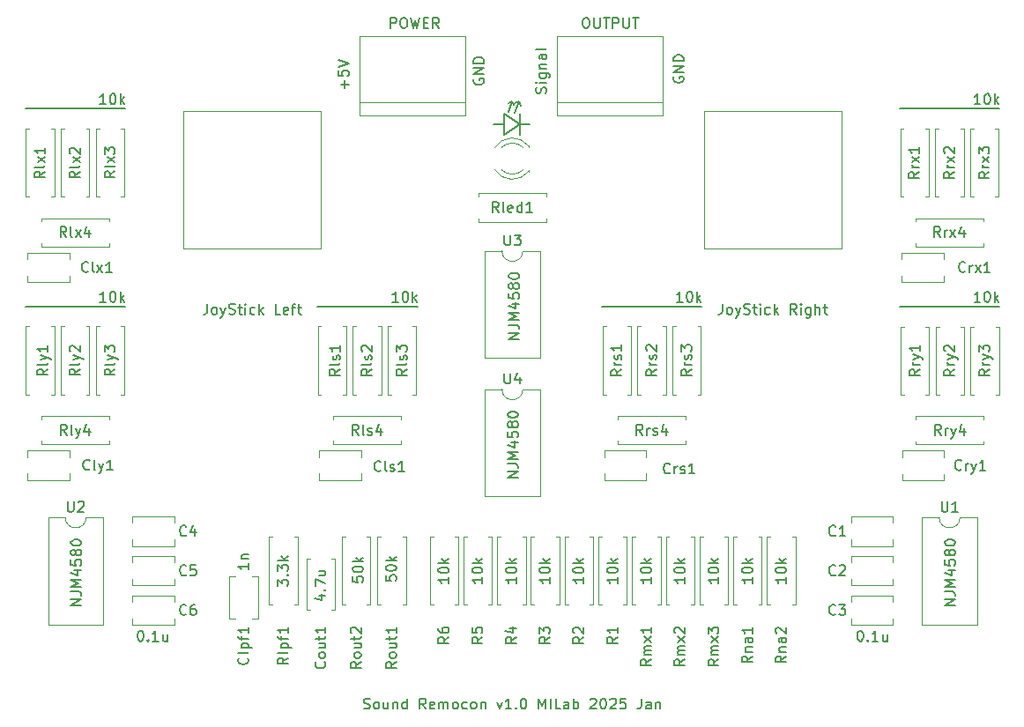
<source format=gto>
%TF.GenerationSoftware,KiCad,Pcbnew,8.0.7*%
%TF.CreationDate,2024-12-30T22:27:32+09:00*%
%TF.ProjectId,sound_remocon,736f756e-645f-4726-956d-6f636f6e2e6b,rev?*%
%TF.SameCoordinates,Original*%
%TF.FileFunction,Legend,Top*%
%TF.FilePolarity,Positive*%
%FSLAX46Y46*%
G04 Gerber Fmt 4.6, Leading zero omitted, Abs format (unit mm)*
G04 Created by KiCad (PCBNEW 8.0.7) date 2024-12-30 22:27:32*
%MOMM*%
%LPD*%
G01*
G04 APERTURE LIST*
%ADD10C,0.150000*%
%ADD11C,0.120000*%
%ADD12C,0.100000*%
G04 APERTURE END LIST*
D10*
X55738094Y-87822200D02*
X55880951Y-87869819D01*
X55880951Y-87869819D02*
X56119046Y-87869819D01*
X56119046Y-87869819D02*
X56214284Y-87822200D01*
X56214284Y-87822200D02*
X56261903Y-87774580D01*
X56261903Y-87774580D02*
X56309522Y-87679342D01*
X56309522Y-87679342D02*
X56309522Y-87584104D01*
X56309522Y-87584104D02*
X56261903Y-87488866D01*
X56261903Y-87488866D02*
X56214284Y-87441247D01*
X56214284Y-87441247D02*
X56119046Y-87393628D01*
X56119046Y-87393628D02*
X55928570Y-87346009D01*
X55928570Y-87346009D02*
X55833332Y-87298390D01*
X55833332Y-87298390D02*
X55785713Y-87250771D01*
X55785713Y-87250771D02*
X55738094Y-87155533D01*
X55738094Y-87155533D02*
X55738094Y-87060295D01*
X55738094Y-87060295D02*
X55785713Y-86965057D01*
X55785713Y-86965057D02*
X55833332Y-86917438D01*
X55833332Y-86917438D02*
X55928570Y-86869819D01*
X55928570Y-86869819D02*
X56166665Y-86869819D01*
X56166665Y-86869819D02*
X56309522Y-86917438D01*
X56880951Y-87869819D02*
X56785713Y-87822200D01*
X56785713Y-87822200D02*
X56738094Y-87774580D01*
X56738094Y-87774580D02*
X56690475Y-87679342D01*
X56690475Y-87679342D02*
X56690475Y-87393628D01*
X56690475Y-87393628D02*
X56738094Y-87298390D01*
X56738094Y-87298390D02*
X56785713Y-87250771D01*
X56785713Y-87250771D02*
X56880951Y-87203152D01*
X56880951Y-87203152D02*
X57023808Y-87203152D01*
X57023808Y-87203152D02*
X57119046Y-87250771D01*
X57119046Y-87250771D02*
X57166665Y-87298390D01*
X57166665Y-87298390D02*
X57214284Y-87393628D01*
X57214284Y-87393628D02*
X57214284Y-87679342D01*
X57214284Y-87679342D02*
X57166665Y-87774580D01*
X57166665Y-87774580D02*
X57119046Y-87822200D01*
X57119046Y-87822200D02*
X57023808Y-87869819D01*
X57023808Y-87869819D02*
X56880951Y-87869819D01*
X58071427Y-87203152D02*
X58071427Y-87869819D01*
X57642856Y-87203152D02*
X57642856Y-87726961D01*
X57642856Y-87726961D02*
X57690475Y-87822200D01*
X57690475Y-87822200D02*
X57785713Y-87869819D01*
X57785713Y-87869819D02*
X57928570Y-87869819D01*
X57928570Y-87869819D02*
X58023808Y-87822200D01*
X58023808Y-87822200D02*
X58071427Y-87774580D01*
X58547618Y-87203152D02*
X58547618Y-87869819D01*
X58547618Y-87298390D02*
X58595237Y-87250771D01*
X58595237Y-87250771D02*
X58690475Y-87203152D01*
X58690475Y-87203152D02*
X58833332Y-87203152D01*
X58833332Y-87203152D02*
X58928570Y-87250771D01*
X58928570Y-87250771D02*
X58976189Y-87346009D01*
X58976189Y-87346009D02*
X58976189Y-87869819D01*
X59880951Y-87869819D02*
X59880951Y-86869819D01*
X59880951Y-87822200D02*
X59785713Y-87869819D01*
X59785713Y-87869819D02*
X59595237Y-87869819D01*
X59595237Y-87869819D02*
X59499999Y-87822200D01*
X59499999Y-87822200D02*
X59452380Y-87774580D01*
X59452380Y-87774580D02*
X59404761Y-87679342D01*
X59404761Y-87679342D02*
X59404761Y-87393628D01*
X59404761Y-87393628D02*
X59452380Y-87298390D01*
X59452380Y-87298390D02*
X59499999Y-87250771D01*
X59499999Y-87250771D02*
X59595237Y-87203152D01*
X59595237Y-87203152D02*
X59785713Y-87203152D01*
X59785713Y-87203152D02*
X59880951Y-87250771D01*
X61690475Y-87869819D02*
X61357142Y-87393628D01*
X61119047Y-87869819D02*
X61119047Y-86869819D01*
X61119047Y-86869819D02*
X61499999Y-86869819D01*
X61499999Y-86869819D02*
X61595237Y-86917438D01*
X61595237Y-86917438D02*
X61642856Y-86965057D01*
X61642856Y-86965057D02*
X61690475Y-87060295D01*
X61690475Y-87060295D02*
X61690475Y-87203152D01*
X61690475Y-87203152D02*
X61642856Y-87298390D01*
X61642856Y-87298390D02*
X61595237Y-87346009D01*
X61595237Y-87346009D02*
X61499999Y-87393628D01*
X61499999Y-87393628D02*
X61119047Y-87393628D01*
X62499999Y-87822200D02*
X62404761Y-87869819D01*
X62404761Y-87869819D02*
X62214285Y-87869819D01*
X62214285Y-87869819D02*
X62119047Y-87822200D01*
X62119047Y-87822200D02*
X62071428Y-87726961D01*
X62071428Y-87726961D02*
X62071428Y-87346009D01*
X62071428Y-87346009D02*
X62119047Y-87250771D01*
X62119047Y-87250771D02*
X62214285Y-87203152D01*
X62214285Y-87203152D02*
X62404761Y-87203152D01*
X62404761Y-87203152D02*
X62499999Y-87250771D01*
X62499999Y-87250771D02*
X62547618Y-87346009D01*
X62547618Y-87346009D02*
X62547618Y-87441247D01*
X62547618Y-87441247D02*
X62071428Y-87536485D01*
X62976190Y-87869819D02*
X62976190Y-87203152D01*
X62976190Y-87298390D02*
X63023809Y-87250771D01*
X63023809Y-87250771D02*
X63119047Y-87203152D01*
X63119047Y-87203152D02*
X63261904Y-87203152D01*
X63261904Y-87203152D02*
X63357142Y-87250771D01*
X63357142Y-87250771D02*
X63404761Y-87346009D01*
X63404761Y-87346009D02*
X63404761Y-87869819D01*
X63404761Y-87346009D02*
X63452380Y-87250771D01*
X63452380Y-87250771D02*
X63547618Y-87203152D01*
X63547618Y-87203152D02*
X63690475Y-87203152D01*
X63690475Y-87203152D02*
X63785714Y-87250771D01*
X63785714Y-87250771D02*
X63833333Y-87346009D01*
X63833333Y-87346009D02*
X63833333Y-87869819D01*
X64452380Y-87869819D02*
X64357142Y-87822200D01*
X64357142Y-87822200D02*
X64309523Y-87774580D01*
X64309523Y-87774580D02*
X64261904Y-87679342D01*
X64261904Y-87679342D02*
X64261904Y-87393628D01*
X64261904Y-87393628D02*
X64309523Y-87298390D01*
X64309523Y-87298390D02*
X64357142Y-87250771D01*
X64357142Y-87250771D02*
X64452380Y-87203152D01*
X64452380Y-87203152D02*
X64595237Y-87203152D01*
X64595237Y-87203152D02*
X64690475Y-87250771D01*
X64690475Y-87250771D02*
X64738094Y-87298390D01*
X64738094Y-87298390D02*
X64785713Y-87393628D01*
X64785713Y-87393628D02*
X64785713Y-87679342D01*
X64785713Y-87679342D02*
X64738094Y-87774580D01*
X64738094Y-87774580D02*
X64690475Y-87822200D01*
X64690475Y-87822200D02*
X64595237Y-87869819D01*
X64595237Y-87869819D02*
X64452380Y-87869819D01*
X65642856Y-87822200D02*
X65547618Y-87869819D01*
X65547618Y-87869819D02*
X65357142Y-87869819D01*
X65357142Y-87869819D02*
X65261904Y-87822200D01*
X65261904Y-87822200D02*
X65214285Y-87774580D01*
X65214285Y-87774580D02*
X65166666Y-87679342D01*
X65166666Y-87679342D02*
X65166666Y-87393628D01*
X65166666Y-87393628D02*
X65214285Y-87298390D01*
X65214285Y-87298390D02*
X65261904Y-87250771D01*
X65261904Y-87250771D02*
X65357142Y-87203152D01*
X65357142Y-87203152D02*
X65547618Y-87203152D01*
X65547618Y-87203152D02*
X65642856Y-87250771D01*
X66214285Y-87869819D02*
X66119047Y-87822200D01*
X66119047Y-87822200D02*
X66071428Y-87774580D01*
X66071428Y-87774580D02*
X66023809Y-87679342D01*
X66023809Y-87679342D02*
X66023809Y-87393628D01*
X66023809Y-87393628D02*
X66071428Y-87298390D01*
X66071428Y-87298390D02*
X66119047Y-87250771D01*
X66119047Y-87250771D02*
X66214285Y-87203152D01*
X66214285Y-87203152D02*
X66357142Y-87203152D01*
X66357142Y-87203152D02*
X66452380Y-87250771D01*
X66452380Y-87250771D02*
X66499999Y-87298390D01*
X66499999Y-87298390D02*
X66547618Y-87393628D01*
X66547618Y-87393628D02*
X66547618Y-87679342D01*
X66547618Y-87679342D02*
X66499999Y-87774580D01*
X66499999Y-87774580D02*
X66452380Y-87822200D01*
X66452380Y-87822200D02*
X66357142Y-87869819D01*
X66357142Y-87869819D02*
X66214285Y-87869819D01*
X66976190Y-87203152D02*
X66976190Y-87869819D01*
X66976190Y-87298390D02*
X67023809Y-87250771D01*
X67023809Y-87250771D02*
X67119047Y-87203152D01*
X67119047Y-87203152D02*
X67261904Y-87203152D01*
X67261904Y-87203152D02*
X67357142Y-87250771D01*
X67357142Y-87250771D02*
X67404761Y-87346009D01*
X67404761Y-87346009D02*
X67404761Y-87869819D01*
X68547619Y-87203152D02*
X68785714Y-87869819D01*
X68785714Y-87869819D02*
X69023809Y-87203152D01*
X69928571Y-87869819D02*
X69357143Y-87869819D01*
X69642857Y-87869819D02*
X69642857Y-86869819D01*
X69642857Y-86869819D02*
X69547619Y-87012676D01*
X69547619Y-87012676D02*
X69452381Y-87107914D01*
X69452381Y-87107914D02*
X69357143Y-87155533D01*
X70357143Y-87774580D02*
X70404762Y-87822200D01*
X70404762Y-87822200D02*
X70357143Y-87869819D01*
X70357143Y-87869819D02*
X70309524Y-87822200D01*
X70309524Y-87822200D02*
X70357143Y-87774580D01*
X70357143Y-87774580D02*
X70357143Y-87869819D01*
X71023809Y-86869819D02*
X71119047Y-86869819D01*
X71119047Y-86869819D02*
X71214285Y-86917438D01*
X71214285Y-86917438D02*
X71261904Y-86965057D01*
X71261904Y-86965057D02*
X71309523Y-87060295D01*
X71309523Y-87060295D02*
X71357142Y-87250771D01*
X71357142Y-87250771D02*
X71357142Y-87488866D01*
X71357142Y-87488866D02*
X71309523Y-87679342D01*
X71309523Y-87679342D02*
X71261904Y-87774580D01*
X71261904Y-87774580D02*
X71214285Y-87822200D01*
X71214285Y-87822200D02*
X71119047Y-87869819D01*
X71119047Y-87869819D02*
X71023809Y-87869819D01*
X71023809Y-87869819D02*
X70928571Y-87822200D01*
X70928571Y-87822200D02*
X70880952Y-87774580D01*
X70880952Y-87774580D02*
X70833333Y-87679342D01*
X70833333Y-87679342D02*
X70785714Y-87488866D01*
X70785714Y-87488866D02*
X70785714Y-87250771D01*
X70785714Y-87250771D02*
X70833333Y-87060295D01*
X70833333Y-87060295D02*
X70880952Y-86965057D01*
X70880952Y-86965057D02*
X70928571Y-86917438D01*
X70928571Y-86917438D02*
X71023809Y-86869819D01*
X72547619Y-87869819D02*
X72547619Y-86869819D01*
X72547619Y-86869819D02*
X72880952Y-87584104D01*
X72880952Y-87584104D02*
X73214285Y-86869819D01*
X73214285Y-86869819D02*
X73214285Y-87869819D01*
X73690476Y-87869819D02*
X73690476Y-86869819D01*
X74642856Y-87869819D02*
X74166666Y-87869819D01*
X74166666Y-87869819D02*
X74166666Y-86869819D01*
X75404761Y-87869819D02*
X75404761Y-87346009D01*
X75404761Y-87346009D02*
X75357142Y-87250771D01*
X75357142Y-87250771D02*
X75261904Y-87203152D01*
X75261904Y-87203152D02*
X75071428Y-87203152D01*
X75071428Y-87203152D02*
X74976190Y-87250771D01*
X75404761Y-87822200D02*
X75309523Y-87869819D01*
X75309523Y-87869819D02*
X75071428Y-87869819D01*
X75071428Y-87869819D02*
X74976190Y-87822200D01*
X74976190Y-87822200D02*
X74928571Y-87726961D01*
X74928571Y-87726961D02*
X74928571Y-87631723D01*
X74928571Y-87631723D02*
X74976190Y-87536485D01*
X74976190Y-87536485D02*
X75071428Y-87488866D01*
X75071428Y-87488866D02*
X75309523Y-87488866D01*
X75309523Y-87488866D02*
X75404761Y-87441247D01*
X75880952Y-87869819D02*
X75880952Y-86869819D01*
X75880952Y-87250771D02*
X75976190Y-87203152D01*
X75976190Y-87203152D02*
X76166666Y-87203152D01*
X76166666Y-87203152D02*
X76261904Y-87250771D01*
X76261904Y-87250771D02*
X76309523Y-87298390D01*
X76309523Y-87298390D02*
X76357142Y-87393628D01*
X76357142Y-87393628D02*
X76357142Y-87679342D01*
X76357142Y-87679342D02*
X76309523Y-87774580D01*
X76309523Y-87774580D02*
X76261904Y-87822200D01*
X76261904Y-87822200D02*
X76166666Y-87869819D01*
X76166666Y-87869819D02*
X75976190Y-87869819D01*
X75976190Y-87869819D02*
X75880952Y-87822200D01*
X77500000Y-86965057D02*
X77547619Y-86917438D01*
X77547619Y-86917438D02*
X77642857Y-86869819D01*
X77642857Y-86869819D02*
X77880952Y-86869819D01*
X77880952Y-86869819D02*
X77976190Y-86917438D01*
X77976190Y-86917438D02*
X78023809Y-86965057D01*
X78023809Y-86965057D02*
X78071428Y-87060295D01*
X78071428Y-87060295D02*
X78071428Y-87155533D01*
X78071428Y-87155533D02*
X78023809Y-87298390D01*
X78023809Y-87298390D02*
X77452381Y-87869819D01*
X77452381Y-87869819D02*
X78071428Y-87869819D01*
X78690476Y-86869819D02*
X78785714Y-86869819D01*
X78785714Y-86869819D02*
X78880952Y-86917438D01*
X78880952Y-86917438D02*
X78928571Y-86965057D01*
X78928571Y-86965057D02*
X78976190Y-87060295D01*
X78976190Y-87060295D02*
X79023809Y-87250771D01*
X79023809Y-87250771D02*
X79023809Y-87488866D01*
X79023809Y-87488866D02*
X78976190Y-87679342D01*
X78976190Y-87679342D02*
X78928571Y-87774580D01*
X78928571Y-87774580D02*
X78880952Y-87822200D01*
X78880952Y-87822200D02*
X78785714Y-87869819D01*
X78785714Y-87869819D02*
X78690476Y-87869819D01*
X78690476Y-87869819D02*
X78595238Y-87822200D01*
X78595238Y-87822200D02*
X78547619Y-87774580D01*
X78547619Y-87774580D02*
X78500000Y-87679342D01*
X78500000Y-87679342D02*
X78452381Y-87488866D01*
X78452381Y-87488866D02*
X78452381Y-87250771D01*
X78452381Y-87250771D02*
X78500000Y-87060295D01*
X78500000Y-87060295D02*
X78547619Y-86965057D01*
X78547619Y-86965057D02*
X78595238Y-86917438D01*
X78595238Y-86917438D02*
X78690476Y-86869819D01*
X79404762Y-86965057D02*
X79452381Y-86917438D01*
X79452381Y-86917438D02*
X79547619Y-86869819D01*
X79547619Y-86869819D02*
X79785714Y-86869819D01*
X79785714Y-86869819D02*
X79880952Y-86917438D01*
X79880952Y-86917438D02*
X79928571Y-86965057D01*
X79928571Y-86965057D02*
X79976190Y-87060295D01*
X79976190Y-87060295D02*
X79976190Y-87155533D01*
X79976190Y-87155533D02*
X79928571Y-87298390D01*
X79928571Y-87298390D02*
X79357143Y-87869819D01*
X79357143Y-87869819D02*
X79976190Y-87869819D01*
X80880952Y-86869819D02*
X80404762Y-86869819D01*
X80404762Y-86869819D02*
X80357143Y-87346009D01*
X80357143Y-87346009D02*
X80404762Y-87298390D01*
X80404762Y-87298390D02*
X80500000Y-87250771D01*
X80500000Y-87250771D02*
X80738095Y-87250771D01*
X80738095Y-87250771D02*
X80833333Y-87298390D01*
X80833333Y-87298390D02*
X80880952Y-87346009D01*
X80880952Y-87346009D02*
X80928571Y-87441247D01*
X80928571Y-87441247D02*
X80928571Y-87679342D01*
X80928571Y-87679342D02*
X80880952Y-87774580D01*
X80880952Y-87774580D02*
X80833333Y-87822200D01*
X80833333Y-87822200D02*
X80738095Y-87869819D01*
X80738095Y-87869819D02*
X80500000Y-87869819D01*
X80500000Y-87869819D02*
X80404762Y-87822200D01*
X80404762Y-87822200D02*
X80357143Y-87774580D01*
X82404762Y-86869819D02*
X82404762Y-87584104D01*
X82404762Y-87584104D02*
X82357143Y-87726961D01*
X82357143Y-87726961D02*
X82261905Y-87822200D01*
X82261905Y-87822200D02*
X82119048Y-87869819D01*
X82119048Y-87869819D02*
X82023810Y-87869819D01*
X83309524Y-87869819D02*
X83309524Y-87346009D01*
X83309524Y-87346009D02*
X83261905Y-87250771D01*
X83261905Y-87250771D02*
X83166667Y-87203152D01*
X83166667Y-87203152D02*
X82976191Y-87203152D01*
X82976191Y-87203152D02*
X82880953Y-87250771D01*
X83309524Y-87822200D02*
X83214286Y-87869819D01*
X83214286Y-87869819D02*
X82976191Y-87869819D01*
X82976191Y-87869819D02*
X82880953Y-87822200D01*
X82880953Y-87822200D02*
X82833334Y-87726961D01*
X82833334Y-87726961D02*
X82833334Y-87631723D01*
X82833334Y-87631723D02*
X82880953Y-87536485D01*
X82880953Y-87536485D02*
X82976191Y-87488866D01*
X82976191Y-87488866D02*
X83214286Y-87488866D01*
X83214286Y-87488866D02*
X83309524Y-87441247D01*
X83785715Y-87203152D02*
X83785715Y-87869819D01*
X83785715Y-87298390D02*
X83833334Y-87250771D01*
X83833334Y-87250771D02*
X83928572Y-87203152D01*
X83928572Y-87203152D02*
X84071429Y-87203152D01*
X84071429Y-87203152D02*
X84166667Y-87250771D01*
X84166667Y-87250771D02*
X84214286Y-87346009D01*
X84214286Y-87346009D02*
X84214286Y-87869819D01*
X51300000Y-49200000D02*
X60900000Y-49200000D01*
X70261906Y-29683941D02*
X70624429Y-29514894D01*
X69200000Y-31700000D02*
X68200000Y-31700000D01*
X107200000Y-49200000D02*
X116800000Y-49200000D01*
X70700000Y-30700000D02*
X70700000Y-32700000D01*
X69993476Y-29468429D02*
X70162523Y-29830953D01*
X70237477Y-30578035D02*
X70624429Y-29514894D01*
X70624429Y-29514894D02*
X70793476Y-29877418D01*
X107200000Y-30200000D02*
X116800000Y-30200000D01*
X78600000Y-49200000D02*
X88200000Y-49200000D01*
X69630953Y-29637476D02*
X69993476Y-29468429D01*
X23200000Y-49200000D02*
X32800000Y-49200000D01*
X70700000Y-31700000D02*
X69200000Y-30700000D01*
X70700000Y-31700000D02*
X71700000Y-31700000D01*
X69200000Y-32700000D02*
X70700000Y-31700000D01*
X23200000Y-30200000D02*
X32800000Y-30200000D01*
X69200000Y-30700000D02*
X69200000Y-32700000D01*
X69606524Y-30531570D02*
X69993476Y-29468429D01*
X66317438Y-27339411D02*
X66269819Y-27434649D01*
X66269819Y-27434649D02*
X66269819Y-27577506D01*
X66269819Y-27577506D02*
X66317438Y-27720363D01*
X66317438Y-27720363D02*
X66412676Y-27815601D01*
X66412676Y-27815601D02*
X66507914Y-27863220D01*
X66507914Y-27863220D02*
X66698390Y-27910839D01*
X66698390Y-27910839D02*
X66841247Y-27910839D01*
X66841247Y-27910839D02*
X67031723Y-27863220D01*
X67031723Y-27863220D02*
X67126961Y-27815601D01*
X67126961Y-27815601D02*
X67222200Y-27720363D01*
X67222200Y-27720363D02*
X67269819Y-27577506D01*
X67269819Y-27577506D02*
X67269819Y-27482268D01*
X67269819Y-27482268D02*
X67222200Y-27339411D01*
X67222200Y-27339411D02*
X67174580Y-27291792D01*
X67174580Y-27291792D02*
X66841247Y-27291792D01*
X66841247Y-27291792D02*
X66841247Y-27482268D01*
X67269819Y-26863220D02*
X66269819Y-26863220D01*
X66269819Y-26863220D02*
X67269819Y-26291792D01*
X67269819Y-26291792D02*
X66269819Y-26291792D01*
X67269819Y-25815601D02*
X66269819Y-25815601D01*
X66269819Y-25815601D02*
X66269819Y-25577506D01*
X66269819Y-25577506D02*
X66317438Y-25434649D01*
X66317438Y-25434649D02*
X66412676Y-25339411D01*
X66412676Y-25339411D02*
X66507914Y-25291792D01*
X66507914Y-25291792D02*
X66698390Y-25244173D01*
X66698390Y-25244173D02*
X66841247Y-25244173D01*
X66841247Y-25244173D02*
X67031723Y-25291792D01*
X67031723Y-25291792D02*
X67126961Y-25339411D01*
X67126961Y-25339411D02*
X67222200Y-25434649D01*
X67222200Y-25434649D02*
X67269819Y-25577506D01*
X67269819Y-25577506D02*
X67269819Y-25815601D01*
X30960588Y-29769819D02*
X30389160Y-29769819D01*
X30674874Y-29769819D02*
X30674874Y-28769819D01*
X30674874Y-28769819D02*
X30579636Y-28912676D01*
X30579636Y-28912676D02*
X30484398Y-29007914D01*
X30484398Y-29007914D02*
X30389160Y-29055533D01*
X31579636Y-28769819D02*
X31674874Y-28769819D01*
X31674874Y-28769819D02*
X31770112Y-28817438D01*
X31770112Y-28817438D02*
X31817731Y-28865057D01*
X31817731Y-28865057D02*
X31865350Y-28960295D01*
X31865350Y-28960295D02*
X31912969Y-29150771D01*
X31912969Y-29150771D02*
X31912969Y-29388866D01*
X31912969Y-29388866D02*
X31865350Y-29579342D01*
X31865350Y-29579342D02*
X31817731Y-29674580D01*
X31817731Y-29674580D02*
X31770112Y-29722200D01*
X31770112Y-29722200D02*
X31674874Y-29769819D01*
X31674874Y-29769819D02*
X31579636Y-29769819D01*
X31579636Y-29769819D02*
X31484398Y-29722200D01*
X31484398Y-29722200D02*
X31436779Y-29674580D01*
X31436779Y-29674580D02*
X31389160Y-29579342D01*
X31389160Y-29579342D02*
X31341541Y-29388866D01*
X31341541Y-29388866D02*
X31341541Y-29150771D01*
X31341541Y-29150771D02*
X31389160Y-28960295D01*
X31389160Y-28960295D02*
X31436779Y-28865057D01*
X31436779Y-28865057D02*
X31484398Y-28817438D01*
X31484398Y-28817438D02*
X31579636Y-28769819D01*
X32341541Y-29769819D02*
X32341541Y-28769819D01*
X32436779Y-29388866D02*
X32722493Y-29769819D01*
X32722493Y-29103152D02*
X32341541Y-29484104D01*
X59060588Y-48769819D02*
X58489160Y-48769819D01*
X58774874Y-48769819D02*
X58774874Y-47769819D01*
X58774874Y-47769819D02*
X58679636Y-47912676D01*
X58679636Y-47912676D02*
X58584398Y-48007914D01*
X58584398Y-48007914D02*
X58489160Y-48055533D01*
X59679636Y-47769819D02*
X59774874Y-47769819D01*
X59774874Y-47769819D02*
X59870112Y-47817438D01*
X59870112Y-47817438D02*
X59917731Y-47865057D01*
X59917731Y-47865057D02*
X59965350Y-47960295D01*
X59965350Y-47960295D02*
X60012969Y-48150771D01*
X60012969Y-48150771D02*
X60012969Y-48388866D01*
X60012969Y-48388866D02*
X59965350Y-48579342D01*
X59965350Y-48579342D02*
X59917731Y-48674580D01*
X59917731Y-48674580D02*
X59870112Y-48722200D01*
X59870112Y-48722200D02*
X59774874Y-48769819D01*
X59774874Y-48769819D02*
X59679636Y-48769819D01*
X59679636Y-48769819D02*
X59584398Y-48722200D01*
X59584398Y-48722200D02*
X59536779Y-48674580D01*
X59536779Y-48674580D02*
X59489160Y-48579342D01*
X59489160Y-48579342D02*
X59441541Y-48388866D01*
X59441541Y-48388866D02*
X59441541Y-48150771D01*
X59441541Y-48150771D02*
X59489160Y-47960295D01*
X59489160Y-47960295D02*
X59536779Y-47865057D01*
X59536779Y-47865057D02*
X59584398Y-47817438D01*
X59584398Y-47817438D02*
X59679636Y-47769819D01*
X60441541Y-48769819D02*
X60441541Y-47769819D01*
X60536779Y-48388866D02*
X60822493Y-48769819D01*
X60822493Y-48103152D02*
X60441541Y-48484104D01*
X30960588Y-48769819D02*
X30389160Y-48769819D01*
X30674874Y-48769819D02*
X30674874Y-47769819D01*
X30674874Y-47769819D02*
X30579636Y-47912676D01*
X30579636Y-47912676D02*
X30484398Y-48007914D01*
X30484398Y-48007914D02*
X30389160Y-48055533D01*
X31579636Y-47769819D02*
X31674874Y-47769819D01*
X31674874Y-47769819D02*
X31770112Y-47817438D01*
X31770112Y-47817438D02*
X31817731Y-47865057D01*
X31817731Y-47865057D02*
X31865350Y-47960295D01*
X31865350Y-47960295D02*
X31912969Y-48150771D01*
X31912969Y-48150771D02*
X31912969Y-48388866D01*
X31912969Y-48388866D02*
X31865350Y-48579342D01*
X31865350Y-48579342D02*
X31817731Y-48674580D01*
X31817731Y-48674580D02*
X31770112Y-48722200D01*
X31770112Y-48722200D02*
X31674874Y-48769819D01*
X31674874Y-48769819D02*
X31579636Y-48769819D01*
X31579636Y-48769819D02*
X31484398Y-48722200D01*
X31484398Y-48722200D02*
X31436779Y-48674580D01*
X31436779Y-48674580D02*
X31389160Y-48579342D01*
X31389160Y-48579342D02*
X31341541Y-48388866D01*
X31341541Y-48388866D02*
X31341541Y-48150771D01*
X31341541Y-48150771D02*
X31389160Y-47960295D01*
X31389160Y-47960295D02*
X31436779Y-47865057D01*
X31436779Y-47865057D02*
X31484398Y-47817438D01*
X31484398Y-47817438D02*
X31579636Y-47769819D01*
X32341541Y-48769819D02*
X32341541Y-47769819D01*
X32436779Y-48388866D02*
X32722493Y-48769819D01*
X32722493Y-48103152D02*
X32341541Y-48484104D01*
X73222200Y-28710839D02*
X73269819Y-28567982D01*
X73269819Y-28567982D02*
X73269819Y-28329887D01*
X73269819Y-28329887D02*
X73222200Y-28234649D01*
X73222200Y-28234649D02*
X73174580Y-28187030D01*
X73174580Y-28187030D02*
X73079342Y-28139411D01*
X73079342Y-28139411D02*
X72984104Y-28139411D01*
X72984104Y-28139411D02*
X72888866Y-28187030D01*
X72888866Y-28187030D02*
X72841247Y-28234649D01*
X72841247Y-28234649D02*
X72793628Y-28329887D01*
X72793628Y-28329887D02*
X72746009Y-28520363D01*
X72746009Y-28520363D02*
X72698390Y-28615601D01*
X72698390Y-28615601D02*
X72650771Y-28663220D01*
X72650771Y-28663220D02*
X72555533Y-28710839D01*
X72555533Y-28710839D02*
X72460295Y-28710839D01*
X72460295Y-28710839D02*
X72365057Y-28663220D01*
X72365057Y-28663220D02*
X72317438Y-28615601D01*
X72317438Y-28615601D02*
X72269819Y-28520363D01*
X72269819Y-28520363D02*
X72269819Y-28282268D01*
X72269819Y-28282268D02*
X72317438Y-28139411D01*
X73269819Y-27710839D02*
X72603152Y-27710839D01*
X72269819Y-27710839D02*
X72317438Y-27758458D01*
X72317438Y-27758458D02*
X72365057Y-27710839D01*
X72365057Y-27710839D02*
X72317438Y-27663220D01*
X72317438Y-27663220D02*
X72269819Y-27710839D01*
X72269819Y-27710839D02*
X72365057Y-27710839D01*
X72603152Y-26806078D02*
X73412676Y-26806078D01*
X73412676Y-26806078D02*
X73507914Y-26853697D01*
X73507914Y-26853697D02*
X73555533Y-26901316D01*
X73555533Y-26901316D02*
X73603152Y-26996554D01*
X73603152Y-26996554D02*
X73603152Y-27139411D01*
X73603152Y-27139411D02*
X73555533Y-27234649D01*
X73222200Y-26806078D02*
X73269819Y-26901316D01*
X73269819Y-26901316D02*
X73269819Y-27091792D01*
X73269819Y-27091792D02*
X73222200Y-27187030D01*
X73222200Y-27187030D02*
X73174580Y-27234649D01*
X73174580Y-27234649D02*
X73079342Y-27282268D01*
X73079342Y-27282268D02*
X72793628Y-27282268D01*
X72793628Y-27282268D02*
X72698390Y-27234649D01*
X72698390Y-27234649D02*
X72650771Y-27187030D01*
X72650771Y-27187030D02*
X72603152Y-27091792D01*
X72603152Y-27091792D02*
X72603152Y-26901316D01*
X72603152Y-26901316D02*
X72650771Y-26806078D01*
X72603152Y-26329887D02*
X73269819Y-26329887D01*
X72698390Y-26329887D02*
X72650771Y-26282268D01*
X72650771Y-26282268D02*
X72603152Y-26187030D01*
X72603152Y-26187030D02*
X72603152Y-26044173D01*
X72603152Y-26044173D02*
X72650771Y-25948935D01*
X72650771Y-25948935D02*
X72746009Y-25901316D01*
X72746009Y-25901316D02*
X73269819Y-25901316D01*
X73269819Y-24996554D02*
X72746009Y-24996554D01*
X72746009Y-24996554D02*
X72650771Y-25044173D01*
X72650771Y-25044173D02*
X72603152Y-25139411D01*
X72603152Y-25139411D02*
X72603152Y-25329887D01*
X72603152Y-25329887D02*
X72650771Y-25425125D01*
X73222200Y-24996554D02*
X73269819Y-25091792D01*
X73269819Y-25091792D02*
X73269819Y-25329887D01*
X73269819Y-25329887D02*
X73222200Y-25425125D01*
X73222200Y-25425125D02*
X73126961Y-25472744D01*
X73126961Y-25472744D02*
X73031723Y-25472744D01*
X73031723Y-25472744D02*
X72936485Y-25425125D01*
X72936485Y-25425125D02*
X72888866Y-25329887D01*
X72888866Y-25329887D02*
X72888866Y-25091792D01*
X72888866Y-25091792D02*
X72841247Y-24996554D01*
X73269819Y-24377506D02*
X73222200Y-24472744D01*
X73222200Y-24472744D02*
X73126961Y-24520363D01*
X73126961Y-24520363D02*
X72269819Y-24520363D01*
X53888866Y-28263220D02*
X53888866Y-27501316D01*
X54269819Y-27882268D02*
X53507914Y-27882268D01*
X53269819Y-26548935D02*
X53269819Y-27025125D01*
X53269819Y-27025125D02*
X53746009Y-27072744D01*
X53746009Y-27072744D02*
X53698390Y-27025125D01*
X53698390Y-27025125D02*
X53650771Y-26929887D01*
X53650771Y-26929887D02*
X53650771Y-26691792D01*
X53650771Y-26691792D02*
X53698390Y-26596554D01*
X53698390Y-26596554D02*
X53746009Y-26548935D01*
X53746009Y-26548935D02*
X53841247Y-26501316D01*
X53841247Y-26501316D02*
X54079342Y-26501316D01*
X54079342Y-26501316D02*
X54174580Y-26548935D01*
X54174580Y-26548935D02*
X54222200Y-26596554D01*
X54222200Y-26596554D02*
X54269819Y-26691792D01*
X54269819Y-26691792D02*
X54269819Y-26929887D01*
X54269819Y-26929887D02*
X54222200Y-27025125D01*
X54222200Y-27025125D02*
X54174580Y-27072744D01*
X53269819Y-26215601D02*
X54269819Y-25882268D01*
X54269819Y-25882268D02*
X53269819Y-25548935D01*
X85517438Y-27139411D02*
X85469819Y-27234649D01*
X85469819Y-27234649D02*
X85469819Y-27377506D01*
X85469819Y-27377506D02*
X85517438Y-27520363D01*
X85517438Y-27520363D02*
X85612676Y-27615601D01*
X85612676Y-27615601D02*
X85707914Y-27663220D01*
X85707914Y-27663220D02*
X85898390Y-27710839D01*
X85898390Y-27710839D02*
X86041247Y-27710839D01*
X86041247Y-27710839D02*
X86231723Y-27663220D01*
X86231723Y-27663220D02*
X86326961Y-27615601D01*
X86326961Y-27615601D02*
X86422200Y-27520363D01*
X86422200Y-27520363D02*
X86469819Y-27377506D01*
X86469819Y-27377506D02*
X86469819Y-27282268D01*
X86469819Y-27282268D02*
X86422200Y-27139411D01*
X86422200Y-27139411D02*
X86374580Y-27091792D01*
X86374580Y-27091792D02*
X86041247Y-27091792D01*
X86041247Y-27091792D02*
X86041247Y-27282268D01*
X86469819Y-26663220D02*
X85469819Y-26663220D01*
X85469819Y-26663220D02*
X86469819Y-26091792D01*
X86469819Y-26091792D02*
X85469819Y-26091792D01*
X86469819Y-25615601D02*
X85469819Y-25615601D01*
X85469819Y-25615601D02*
X85469819Y-25377506D01*
X85469819Y-25377506D02*
X85517438Y-25234649D01*
X85517438Y-25234649D02*
X85612676Y-25139411D01*
X85612676Y-25139411D02*
X85707914Y-25091792D01*
X85707914Y-25091792D02*
X85898390Y-25044173D01*
X85898390Y-25044173D02*
X86041247Y-25044173D01*
X86041247Y-25044173D02*
X86231723Y-25091792D01*
X86231723Y-25091792D02*
X86326961Y-25139411D01*
X86326961Y-25139411D02*
X86422200Y-25234649D01*
X86422200Y-25234649D02*
X86469819Y-25377506D01*
X86469819Y-25377506D02*
X86469819Y-25615601D01*
X114960588Y-48769819D02*
X114389160Y-48769819D01*
X114674874Y-48769819D02*
X114674874Y-47769819D01*
X114674874Y-47769819D02*
X114579636Y-47912676D01*
X114579636Y-47912676D02*
X114484398Y-48007914D01*
X114484398Y-48007914D02*
X114389160Y-48055533D01*
X115579636Y-47769819D02*
X115674874Y-47769819D01*
X115674874Y-47769819D02*
X115770112Y-47817438D01*
X115770112Y-47817438D02*
X115817731Y-47865057D01*
X115817731Y-47865057D02*
X115865350Y-47960295D01*
X115865350Y-47960295D02*
X115912969Y-48150771D01*
X115912969Y-48150771D02*
X115912969Y-48388866D01*
X115912969Y-48388866D02*
X115865350Y-48579342D01*
X115865350Y-48579342D02*
X115817731Y-48674580D01*
X115817731Y-48674580D02*
X115770112Y-48722200D01*
X115770112Y-48722200D02*
X115674874Y-48769819D01*
X115674874Y-48769819D02*
X115579636Y-48769819D01*
X115579636Y-48769819D02*
X115484398Y-48722200D01*
X115484398Y-48722200D02*
X115436779Y-48674580D01*
X115436779Y-48674580D02*
X115389160Y-48579342D01*
X115389160Y-48579342D02*
X115341541Y-48388866D01*
X115341541Y-48388866D02*
X115341541Y-48150771D01*
X115341541Y-48150771D02*
X115389160Y-47960295D01*
X115389160Y-47960295D02*
X115436779Y-47865057D01*
X115436779Y-47865057D02*
X115484398Y-47817438D01*
X115484398Y-47817438D02*
X115579636Y-47769819D01*
X116341541Y-48769819D02*
X116341541Y-47769819D01*
X116436779Y-48388866D02*
X116722493Y-48769819D01*
X116722493Y-48103152D02*
X116341541Y-48484104D01*
X114960588Y-29769819D02*
X114389160Y-29769819D01*
X114674874Y-29769819D02*
X114674874Y-28769819D01*
X114674874Y-28769819D02*
X114579636Y-28912676D01*
X114579636Y-28912676D02*
X114484398Y-29007914D01*
X114484398Y-29007914D02*
X114389160Y-29055533D01*
X115579636Y-28769819D02*
X115674874Y-28769819D01*
X115674874Y-28769819D02*
X115770112Y-28817438D01*
X115770112Y-28817438D02*
X115817731Y-28865057D01*
X115817731Y-28865057D02*
X115865350Y-28960295D01*
X115865350Y-28960295D02*
X115912969Y-29150771D01*
X115912969Y-29150771D02*
X115912969Y-29388866D01*
X115912969Y-29388866D02*
X115865350Y-29579342D01*
X115865350Y-29579342D02*
X115817731Y-29674580D01*
X115817731Y-29674580D02*
X115770112Y-29722200D01*
X115770112Y-29722200D02*
X115674874Y-29769819D01*
X115674874Y-29769819D02*
X115579636Y-29769819D01*
X115579636Y-29769819D02*
X115484398Y-29722200D01*
X115484398Y-29722200D02*
X115436779Y-29674580D01*
X115436779Y-29674580D02*
X115389160Y-29579342D01*
X115389160Y-29579342D02*
X115341541Y-29388866D01*
X115341541Y-29388866D02*
X115341541Y-29150771D01*
X115341541Y-29150771D02*
X115389160Y-28960295D01*
X115389160Y-28960295D02*
X115436779Y-28865057D01*
X115436779Y-28865057D02*
X115484398Y-28817438D01*
X115484398Y-28817438D02*
X115579636Y-28769819D01*
X116341541Y-29769819D02*
X116341541Y-28769819D01*
X116436779Y-29388866D02*
X116722493Y-29769819D01*
X116722493Y-29103152D02*
X116341541Y-29484104D01*
X86360588Y-48769819D02*
X85789160Y-48769819D01*
X86074874Y-48769819D02*
X86074874Y-47769819D01*
X86074874Y-47769819D02*
X85979636Y-47912676D01*
X85979636Y-47912676D02*
X85884398Y-48007914D01*
X85884398Y-48007914D02*
X85789160Y-48055533D01*
X86979636Y-47769819D02*
X87074874Y-47769819D01*
X87074874Y-47769819D02*
X87170112Y-47817438D01*
X87170112Y-47817438D02*
X87217731Y-47865057D01*
X87217731Y-47865057D02*
X87265350Y-47960295D01*
X87265350Y-47960295D02*
X87312969Y-48150771D01*
X87312969Y-48150771D02*
X87312969Y-48388866D01*
X87312969Y-48388866D02*
X87265350Y-48579342D01*
X87265350Y-48579342D02*
X87217731Y-48674580D01*
X87217731Y-48674580D02*
X87170112Y-48722200D01*
X87170112Y-48722200D02*
X87074874Y-48769819D01*
X87074874Y-48769819D02*
X86979636Y-48769819D01*
X86979636Y-48769819D02*
X86884398Y-48722200D01*
X86884398Y-48722200D02*
X86836779Y-48674580D01*
X86836779Y-48674580D02*
X86789160Y-48579342D01*
X86789160Y-48579342D02*
X86741541Y-48388866D01*
X86741541Y-48388866D02*
X86741541Y-48150771D01*
X86741541Y-48150771D02*
X86789160Y-47960295D01*
X86789160Y-47960295D02*
X86836779Y-47865057D01*
X86836779Y-47865057D02*
X86884398Y-47817438D01*
X86884398Y-47817438D02*
X86979636Y-47769819D01*
X87741541Y-48769819D02*
X87741541Y-47769819D01*
X87836779Y-48388866D02*
X88122493Y-48769819D01*
X88122493Y-48103152D02*
X87741541Y-48484104D01*
X28454819Y-36233333D02*
X27978628Y-36566666D01*
X28454819Y-36804761D02*
X27454819Y-36804761D01*
X27454819Y-36804761D02*
X27454819Y-36423809D01*
X27454819Y-36423809D02*
X27502438Y-36328571D01*
X27502438Y-36328571D02*
X27550057Y-36280952D01*
X27550057Y-36280952D02*
X27645295Y-36233333D01*
X27645295Y-36233333D02*
X27788152Y-36233333D01*
X27788152Y-36233333D02*
X27883390Y-36280952D01*
X27883390Y-36280952D02*
X27931009Y-36328571D01*
X27931009Y-36328571D02*
X27978628Y-36423809D01*
X27978628Y-36423809D02*
X27978628Y-36804761D01*
X28454819Y-35661904D02*
X28407200Y-35757142D01*
X28407200Y-35757142D02*
X28311961Y-35804761D01*
X28311961Y-35804761D02*
X27454819Y-35804761D01*
X28454819Y-35376189D02*
X27788152Y-34852380D01*
X27788152Y-35376189D02*
X28454819Y-34852380D01*
X27550057Y-34519046D02*
X27502438Y-34471427D01*
X27502438Y-34471427D02*
X27454819Y-34376189D01*
X27454819Y-34376189D02*
X27454819Y-34138094D01*
X27454819Y-34138094D02*
X27502438Y-34042856D01*
X27502438Y-34042856D02*
X27550057Y-33995237D01*
X27550057Y-33995237D02*
X27645295Y-33947618D01*
X27645295Y-33947618D02*
X27740533Y-33947618D01*
X27740533Y-33947618D02*
X27883390Y-33995237D01*
X27883390Y-33995237D02*
X28454819Y-34566665D01*
X28454819Y-34566665D02*
X28454819Y-33947618D01*
X85159047Y-65159580D02*
X85111428Y-65207200D01*
X85111428Y-65207200D02*
X84968571Y-65254819D01*
X84968571Y-65254819D02*
X84873333Y-65254819D01*
X84873333Y-65254819D02*
X84730476Y-65207200D01*
X84730476Y-65207200D02*
X84635238Y-65111961D01*
X84635238Y-65111961D02*
X84587619Y-65016723D01*
X84587619Y-65016723D02*
X84540000Y-64826247D01*
X84540000Y-64826247D02*
X84540000Y-64683390D01*
X84540000Y-64683390D02*
X84587619Y-64492914D01*
X84587619Y-64492914D02*
X84635238Y-64397676D01*
X84635238Y-64397676D02*
X84730476Y-64302438D01*
X84730476Y-64302438D02*
X84873333Y-64254819D01*
X84873333Y-64254819D02*
X84968571Y-64254819D01*
X84968571Y-64254819D02*
X85111428Y-64302438D01*
X85111428Y-64302438D02*
X85159047Y-64350057D01*
X85587619Y-65254819D02*
X85587619Y-64588152D01*
X85587619Y-64778628D02*
X85635238Y-64683390D01*
X85635238Y-64683390D02*
X85682857Y-64635771D01*
X85682857Y-64635771D02*
X85778095Y-64588152D01*
X85778095Y-64588152D02*
X85873333Y-64588152D01*
X86159048Y-65207200D02*
X86254286Y-65254819D01*
X86254286Y-65254819D02*
X86444762Y-65254819D01*
X86444762Y-65254819D02*
X86540000Y-65207200D01*
X86540000Y-65207200D02*
X86587619Y-65111961D01*
X86587619Y-65111961D02*
X86587619Y-65064342D01*
X86587619Y-65064342D02*
X86540000Y-64969104D01*
X86540000Y-64969104D02*
X86444762Y-64921485D01*
X86444762Y-64921485D02*
X86301905Y-64921485D01*
X86301905Y-64921485D02*
X86206667Y-64873866D01*
X86206667Y-64873866D02*
X86159048Y-64778628D01*
X86159048Y-64778628D02*
X86159048Y-64731009D01*
X86159048Y-64731009D02*
X86206667Y-64635771D01*
X86206667Y-64635771D02*
X86301905Y-64588152D01*
X86301905Y-64588152D02*
X86444762Y-64588152D01*
X86444762Y-64588152D02*
X86540000Y-64635771D01*
X87540000Y-65254819D02*
X86968572Y-65254819D01*
X87254286Y-65254819D02*
X87254286Y-64254819D01*
X87254286Y-64254819D02*
X87159048Y-64397676D01*
X87159048Y-64397676D02*
X87063810Y-64492914D01*
X87063810Y-64492914D02*
X86968572Y-64540533D01*
X68680475Y-40154819D02*
X68347142Y-39678628D01*
X68109047Y-40154819D02*
X68109047Y-39154819D01*
X68109047Y-39154819D02*
X68489999Y-39154819D01*
X68489999Y-39154819D02*
X68585237Y-39202438D01*
X68585237Y-39202438D02*
X68632856Y-39250057D01*
X68632856Y-39250057D02*
X68680475Y-39345295D01*
X68680475Y-39345295D02*
X68680475Y-39488152D01*
X68680475Y-39488152D02*
X68632856Y-39583390D01*
X68632856Y-39583390D02*
X68585237Y-39631009D01*
X68585237Y-39631009D02*
X68489999Y-39678628D01*
X68489999Y-39678628D02*
X68109047Y-39678628D01*
X69251904Y-40154819D02*
X69156666Y-40107200D01*
X69156666Y-40107200D02*
X69109047Y-40011961D01*
X69109047Y-40011961D02*
X69109047Y-39154819D01*
X70013809Y-40107200D02*
X69918571Y-40154819D01*
X69918571Y-40154819D02*
X69728095Y-40154819D01*
X69728095Y-40154819D02*
X69632857Y-40107200D01*
X69632857Y-40107200D02*
X69585238Y-40011961D01*
X69585238Y-40011961D02*
X69585238Y-39631009D01*
X69585238Y-39631009D02*
X69632857Y-39535771D01*
X69632857Y-39535771D02*
X69728095Y-39488152D01*
X69728095Y-39488152D02*
X69918571Y-39488152D01*
X69918571Y-39488152D02*
X70013809Y-39535771D01*
X70013809Y-39535771D02*
X70061428Y-39631009D01*
X70061428Y-39631009D02*
X70061428Y-39726247D01*
X70061428Y-39726247D02*
X69585238Y-39821485D01*
X70918571Y-40154819D02*
X70918571Y-39154819D01*
X70918571Y-40107200D02*
X70823333Y-40154819D01*
X70823333Y-40154819D02*
X70632857Y-40154819D01*
X70632857Y-40154819D02*
X70537619Y-40107200D01*
X70537619Y-40107200D02*
X70490000Y-40059580D01*
X70490000Y-40059580D02*
X70442381Y-39964342D01*
X70442381Y-39964342D02*
X70442381Y-39678628D01*
X70442381Y-39678628D02*
X70490000Y-39583390D01*
X70490000Y-39583390D02*
X70537619Y-39535771D01*
X70537619Y-39535771D02*
X70632857Y-39488152D01*
X70632857Y-39488152D02*
X70823333Y-39488152D01*
X70823333Y-39488152D02*
X70918571Y-39535771D01*
X71918571Y-40154819D02*
X71347143Y-40154819D01*
X71632857Y-40154819D02*
X71632857Y-39154819D01*
X71632857Y-39154819D02*
X71537619Y-39297676D01*
X71537619Y-39297676D02*
X71442381Y-39392914D01*
X71442381Y-39392914D02*
X71347143Y-39440533D01*
X115814819Y-36270952D02*
X115338628Y-36604285D01*
X115814819Y-36842380D02*
X114814819Y-36842380D01*
X114814819Y-36842380D02*
X114814819Y-36461428D01*
X114814819Y-36461428D02*
X114862438Y-36366190D01*
X114862438Y-36366190D02*
X114910057Y-36318571D01*
X114910057Y-36318571D02*
X115005295Y-36270952D01*
X115005295Y-36270952D02*
X115148152Y-36270952D01*
X115148152Y-36270952D02*
X115243390Y-36318571D01*
X115243390Y-36318571D02*
X115291009Y-36366190D01*
X115291009Y-36366190D02*
X115338628Y-36461428D01*
X115338628Y-36461428D02*
X115338628Y-36842380D01*
X115814819Y-35842380D02*
X115148152Y-35842380D01*
X115338628Y-35842380D02*
X115243390Y-35794761D01*
X115243390Y-35794761D02*
X115195771Y-35747142D01*
X115195771Y-35747142D02*
X115148152Y-35651904D01*
X115148152Y-35651904D02*
X115148152Y-35556666D01*
X115814819Y-35318570D02*
X115148152Y-34794761D01*
X115148152Y-35318570D02*
X115814819Y-34794761D01*
X114814819Y-34509046D02*
X114814819Y-33889999D01*
X114814819Y-33889999D02*
X115195771Y-34223332D01*
X115195771Y-34223332D02*
X115195771Y-34080475D01*
X115195771Y-34080475D02*
X115243390Y-33985237D01*
X115243390Y-33985237D02*
X115291009Y-33937618D01*
X115291009Y-33937618D02*
X115386247Y-33889999D01*
X115386247Y-33889999D02*
X115624342Y-33889999D01*
X115624342Y-33889999D02*
X115719580Y-33937618D01*
X115719580Y-33937618D02*
X115767200Y-33985237D01*
X115767200Y-33985237D02*
X115814819Y-34080475D01*
X115814819Y-34080475D02*
X115814819Y-34366189D01*
X115814819Y-34366189D02*
X115767200Y-34461427D01*
X115767200Y-34461427D02*
X115719580Y-34509046D01*
X55454819Y-83347619D02*
X54978628Y-83680952D01*
X55454819Y-83919047D02*
X54454819Y-83919047D01*
X54454819Y-83919047D02*
X54454819Y-83538095D01*
X54454819Y-83538095D02*
X54502438Y-83442857D01*
X54502438Y-83442857D02*
X54550057Y-83395238D01*
X54550057Y-83395238D02*
X54645295Y-83347619D01*
X54645295Y-83347619D02*
X54788152Y-83347619D01*
X54788152Y-83347619D02*
X54883390Y-83395238D01*
X54883390Y-83395238D02*
X54931009Y-83442857D01*
X54931009Y-83442857D02*
X54978628Y-83538095D01*
X54978628Y-83538095D02*
X54978628Y-83919047D01*
X55454819Y-82776190D02*
X55407200Y-82871428D01*
X55407200Y-82871428D02*
X55359580Y-82919047D01*
X55359580Y-82919047D02*
X55264342Y-82966666D01*
X55264342Y-82966666D02*
X54978628Y-82966666D01*
X54978628Y-82966666D02*
X54883390Y-82919047D01*
X54883390Y-82919047D02*
X54835771Y-82871428D01*
X54835771Y-82871428D02*
X54788152Y-82776190D01*
X54788152Y-82776190D02*
X54788152Y-82633333D01*
X54788152Y-82633333D02*
X54835771Y-82538095D01*
X54835771Y-82538095D02*
X54883390Y-82490476D01*
X54883390Y-82490476D02*
X54978628Y-82442857D01*
X54978628Y-82442857D02*
X55264342Y-82442857D01*
X55264342Y-82442857D02*
X55359580Y-82490476D01*
X55359580Y-82490476D02*
X55407200Y-82538095D01*
X55407200Y-82538095D02*
X55454819Y-82633333D01*
X55454819Y-82633333D02*
X55454819Y-82776190D01*
X54788152Y-81585714D02*
X55454819Y-81585714D01*
X54788152Y-82014285D02*
X55311961Y-82014285D01*
X55311961Y-82014285D02*
X55407200Y-81966666D01*
X55407200Y-81966666D02*
X55454819Y-81871428D01*
X55454819Y-81871428D02*
X55454819Y-81728571D01*
X55454819Y-81728571D02*
X55407200Y-81633333D01*
X55407200Y-81633333D02*
X55359580Y-81585714D01*
X54788152Y-81252380D02*
X54788152Y-80871428D01*
X54454819Y-81109523D02*
X55311961Y-81109523D01*
X55311961Y-81109523D02*
X55407200Y-81061904D01*
X55407200Y-81061904D02*
X55454819Y-80966666D01*
X55454819Y-80966666D02*
X55454819Y-80871428D01*
X54550057Y-80585713D02*
X54502438Y-80538094D01*
X54502438Y-80538094D02*
X54454819Y-80442856D01*
X54454819Y-80442856D02*
X54454819Y-80204761D01*
X54454819Y-80204761D02*
X54502438Y-80109523D01*
X54502438Y-80109523D02*
X54550057Y-80061904D01*
X54550057Y-80061904D02*
X54645295Y-80014285D01*
X54645295Y-80014285D02*
X54740533Y-80014285D01*
X54740533Y-80014285D02*
X54883390Y-80061904D01*
X54883390Y-80061904D02*
X55454819Y-80633332D01*
X55454819Y-80633332D02*
X55454819Y-80014285D01*
X54654819Y-75162857D02*
X54654819Y-75639047D01*
X54654819Y-75639047D02*
X55131009Y-75686666D01*
X55131009Y-75686666D02*
X55083390Y-75639047D01*
X55083390Y-75639047D02*
X55035771Y-75543809D01*
X55035771Y-75543809D02*
X55035771Y-75305714D01*
X55035771Y-75305714D02*
X55083390Y-75210476D01*
X55083390Y-75210476D02*
X55131009Y-75162857D01*
X55131009Y-75162857D02*
X55226247Y-75115238D01*
X55226247Y-75115238D02*
X55464342Y-75115238D01*
X55464342Y-75115238D02*
X55559580Y-75162857D01*
X55559580Y-75162857D02*
X55607200Y-75210476D01*
X55607200Y-75210476D02*
X55654819Y-75305714D01*
X55654819Y-75305714D02*
X55654819Y-75543809D01*
X55654819Y-75543809D02*
X55607200Y-75639047D01*
X55607200Y-75639047D02*
X55559580Y-75686666D01*
X54654819Y-74496190D02*
X54654819Y-74400952D01*
X54654819Y-74400952D02*
X54702438Y-74305714D01*
X54702438Y-74305714D02*
X54750057Y-74258095D01*
X54750057Y-74258095D02*
X54845295Y-74210476D01*
X54845295Y-74210476D02*
X55035771Y-74162857D01*
X55035771Y-74162857D02*
X55273866Y-74162857D01*
X55273866Y-74162857D02*
X55464342Y-74210476D01*
X55464342Y-74210476D02*
X55559580Y-74258095D01*
X55559580Y-74258095D02*
X55607200Y-74305714D01*
X55607200Y-74305714D02*
X55654819Y-74400952D01*
X55654819Y-74400952D02*
X55654819Y-74496190D01*
X55654819Y-74496190D02*
X55607200Y-74591428D01*
X55607200Y-74591428D02*
X55559580Y-74639047D01*
X55559580Y-74639047D02*
X55464342Y-74686666D01*
X55464342Y-74686666D02*
X55273866Y-74734285D01*
X55273866Y-74734285D02*
X55035771Y-74734285D01*
X55035771Y-74734285D02*
X54845295Y-74686666D01*
X54845295Y-74686666D02*
X54750057Y-74639047D01*
X54750057Y-74639047D02*
X54702438Y-74591428D01*
X54702438Y-74591428D02*
X54654819Y-74496190D01*
X55654819Y-73734285D02*
X54654819Y-73734285D01*
X55273866Y-73639047D02*
X55654819Y-73353333D01*
X54988152Y-73353333D02*
X55369104Y-73734285D01*
X115854819Y-55257143D02*
X115378628Y-55590476D01*
X115854819Y-55828571D02*
X114854819Y-55828571D01*
X114854819Y-55828571D02*
X114854819Y-55447619D01*
X114854819Y-55447619D02*
X114902438Y-55352381D01*
X114902438Y-55352381D02*
X114950057Y-55304762D01*
X114950057Y-55304762D02*
X115045295Y-55257143D01*
X115045295Y-55257143D02*
X115188152Y-55257143D01*
X115188152Y-55257143D02*
X115283390Y-55304762D01*
X115283390Y-55304762D02*
X115331009Y-55352381D01*
X115331009Y-55352381D02*
X115378628Y-55447619D01*
X115378628Y-55447619D02*
X115378628Y-55828571D01*
X115854819Y-54828571D02*
X115188152Y-54828571D01*
X115378628Y-54828571D02*
X115283390Y-54780952D01*
X115283390Y-54780952D02*
X115235771Y-54733333D01*
X115235771Y-54733333D02*
X115188152Y-54638095D01*
X115188152Y-54638095D02*
X115188152Y-54542857D01*
X115188152Y-54304761D02*
X115854819Y-54066666D01*
X115188152Y-53828571D02*
X115854819Y-54066666D01*
X115854819Y-54066666D02*
X116092914Y-54161904D01*
X116092914Y-54161904D02*
X116140533Y-54209523D01*
X116140533Y-54209523D02*
X116188152Y-54304761D01*
X114854819Y-53542856D02*
X114854819Y-52923809D01*
X114854819Y-52923809D02*
X115235771Y-53257142D01*
X115235771Y-53257142D02*
X115235771Y-53114285D01*
X115235771Y-53114285D02*
X115283390Y-53019047D01*
X115283390Y-53019047D02*
X115331009Y-52971428D01*
X115331009Y-52971428D02*
X115426247Y-52923809D01*
X115426247Y-52923809D02*
X115664342Y-52923809D01*
X115664342Y-52923809D02*
X115759580Y-52971428D01*
X115759580Y-52971428D02*
X115807200Y-53019047D01*
X115807200Y-53019047D02*
X115854819Y-53114285D01*
X115854819Y-53114285D02*
X115854819Y-53399999D01*
X115854819Y-53399999D02*
X115807200Y-53495237D01*
X115807200Y-53495237D02*
X115759580Y-53542856D01*
X96294819Y-82802506D02*
X95818628Y-83135839D01*
X96294819Y-83373934D02*
X95294819Y-83373934D01*
X95294819Y-83373934D02*
X95294819Y-82992982D01*
X95294819Y-82992982D02*
X95342438Y-82897744D01*
X95342438Y-82897744D02*
X95390057Y-82850125D01*
X95390057Y-82850125D02*
X95485295Y-82802506D01*
X95485295Y-82802506D02*
X95628152Y-82802506D01*
X95628152Y-82802506D02*
X95723390Y-82850125D01*
X95723390Y-82850125D02*
X95771009Y-82897744D01*
X95771009Y-82897744D02*
X95818628Y-82992982D01*
X95818628Y-82992982D02*
X95818628Y-83373934D01*
X95628152Y-82373934D02*
X96294819Y-82373934D01*
X95723390Y-82373934D02*
X95675771Y-82326315D01*
X95675771Y-82326315D02*
X95628152Y-82231077D01*
X95628152Y-82231077D02*
X95628152Y-82088220D01*
X95628152Y-82088220D02*
X95675771Y-81992982D01*
X95675771Y-81992982D02*
X95771009Y-81945363D01*
X95771009Y-81945363D02*
X96294819Y-81945363D01*
X96294819Y-81040601D02*
X95771009Y-81040601D01*
X95771009Y-81040601D02*
X95675771Y-81088220D01*
X95675771Y-81088220D02*
X95628152Y-81183458D01*
X95628152Y-81183458D02*
X95628152Y-81373934D01*
X95628152Y-81373934D02*
X95675771Y-81469172D01*
X96247200Y-81040601D02*
X96294819Y-81135839D01*
X96294819Y-81135839D02*
X96294819Y-81373934D01*
X96294819Y-81373934D02*
X96247200Y-81469172D01*
X96247200Y-81469172D02*
X96151961Y-81516791D01*
X96151961Y-81516791D02*
X96056723Y-81516791D01*
X96056723Y-81516791D02*
X95961485Y-81469172D01*
X95961485Y-81469172D02*
X95913866Y-81373934D01*
X95913866Y-81373934D02*
X95913866Y-81135839D01*
X95913866Y-81135839D02*
X95866247Y-81040601D01*
X95390057Y-80612029D02*
X95342438Y-80564410D01*
X95342438Y-80564410D02*
X95294819Y-80469172D01*
X95294819Y-80469172D02*
X95294819Y-80231077D01*
X95294819Y-80231077D02*
X95342438Y-80135839D01*
X95342438Y-80135839D02*
X95390057Y-80088220D01*
X95390057Y-80088220D02*
X95485295Y-80040601D01*
X95485295Y-80040601D02*
X95580533Y-80040601D01*
X95580533Y-80040601D02*
X95723390Y-80088220D01*
X95723390Y-80088220D02*
X96294819Y-80659648D01*
X96294819Y-80659648D02*
X96294819Y-80040601D01*
X96294819Y-75205238D02*
X96294819Y-75776666D01*
X96294819Y-75490952D02*
X95294819Y-75490952D01*
X95294819Y-75490952D02*
X95437676Y-75586190D01*
X95437676Y-75586190D02*
X95532914Y-75681428D01*
X95532914Y-75681428D02*
X95580533Y-75776666D01*
X95294819Y-74586190D02*
X95294819Y-74490952D01*
X95294819Y-74490952D02*
X95342438Y-74395714D01*
X95342438Y-74395714D02*
X95390057Y-74348095D01*
X95390057Y-74348095D02*
X95485295Y-74300476D01*
X95485295Y-74300476D02*
X95675771Y-74252857D01*
X95675771Y-74252857D02*
X95913866Y-74252857D01*
X95913866Y-74252857D02*
X96104342Y-74300476D01*
X96104342Y-74300476D02*
X96199580Y-74348095D01*
X96199580Y-74348095D02*
X96247200Y-74395714D01*
X96247200Y-74395714D02*
X96294819Y-74490952D01*
X96294819Y-74490952D02*
X96294819Y-74586190D01*
X96294819Y-74586190D02*
X96247200Y-74681428D01*
X96247200Y-74681428D02*
X96199580Y-74729047D01*
X96199580Y-74729047D02*
X96104342Y-74776666D01*
X96104342Y-74776666D02*
X95913866Y-74824285D01*
X95913866Y-74824285D02*
X95675771Y-74824285D01*
X95675771Y-74824285D02*
X95485295Y-74776666D01*
X95485295Y-74776666D02*
X95390057Y-74729047D01*
X95390057Y-74729047D02*
X95342438Y-74681428D01*
X95342438Y-74681428D02*
X95294819Y-74586190D01*
X96294819Y-73824285D02*
X95294819Y-73824285D01*
X95913866Y-73729047D02*
X96294819Y-73443333D01*
X95628152Y-73443333D02*
X96009104Y-73824285D01*
X101053333Y-71159580D02*
X101005714Y-71207200D01*
X101005714Y-71207200D02*
X100862857Y-71254819D01*
X100862857Y-71254819D02*
X100767619Y-71254819D01*
X100767619Y-71254819D02*
X100624762Y-71207200D01*
X100624762Y-71207200D02*
X100529524Y-71111961D01*
X100529524Y-71111961D02*
X100481905Y-71016723D01*
X100481905Y-71016723D02*
X100434286Y-70826247D01*
X100434286Y-70826247D02*
X100434286Y-70683390D01*
X100434286Y-70683390D02*
X100481905Y-70492914D01*
X100481905Y-70492914D02*
X100529524Y-70397676D01*
X100529524Y-70397676D02*
X100624762Y-70302438D01*
X100624762Y-70302438D02*
X100767619Y-70254819D01*
X100767619Y-70254819D02*
X100862857Y-70254819D01*
X100862857Y-70254819D02*
X101005714Y-70302438D01*
X101005714Y-70302438D02*
X101053333Y-70350057D01*
X102005714Y-71254819D02*
X101434286Y-71254819D01*
X101720000Y-71254819D02*
X101720000Y-70254819D01*
X101720000Y-70254819D02*
X101624762Y-70397676D01*
X101624762Y-70397676D02*
X101529524Y-70492914D01*
X101529524Y-70492914D02*
X101434286Y-70540533D01*
X87214819Y-55270952D02*
X86738628Y-55604285D01*
X87214819Y-55842380D02*
X86214819Y-55842380D01*
X86214819Y-55842380D02*
X86214819Y-55461428D01*
X86214819Y-55461428D02*
X86262438Y-55366190D01*
X86262438Y-55366190D02*
X86310057Y-55318571D01*
X86310057Y-55318571D02*
X86405295Y-55270952D01*
X86405295Y-55270952D02*
X86548152Y-55270952D01*
X86548152Y-55270952D02*
X86643390Y-55318571D01*
X86643390Y-55318571D02*
X86691009Y-55366190D01*
X86691009Y-55366190D02*
X86738628Y-55461428D01*
X86738628Y-55461428D02*
X86738628Y-55842380D01*
X87214819Y-54842380D02*
X86548152Y-54842380D01*
X86738628Y-54842380D02*
X86643390Y-54794761D01*
X86643390Y-54794761D02*
X86595771Y-54747142D01*
X86595771Y-54747142D02*
X86548152Y-54651904D01*
X86548152Y-54651904D02*
X86548152Y-54556666D01*
X87167200Y-54270951D02*
X87214819Y-54175713D01*
X87214819Y-54175713D02*
X87214819Y-53985237D01*
X87214819Y-53985237D02*
X87167200Y-53889999D01*
X87167200Y-53889999D02*
X87071961Y-53842380D01*
X87071961Y-53842380D02*
X87024342Y-53842380D01*
X87024342Y-53842380D02*
X86929104Y-53889999D01*
X86929104Y-53889999D02*
X86881485Y-53985237D01*
X86881485Y-53985237D02*
X86881485Y-54128094D01*
X86881485Y-54128094D02*
X86833866Y-54223332D01*
X86833866Y-54223332D02*
X86738628Y-54270951D01*
X86738628Y-54270951D02*
X86691009Y-54270951D01*
X86691009Y-54270951D02*
X86595771Y-54223332D01*
X86595771Y-54223332D02*
X86548152Y-54128094D01*
X86548152Y-54128094D02*
X86548152Y-53985237D01*
X86548152Y-53985237D02*
X86595771Y-53889999D01*
X86214819Y-53509046D02*
X86214819Y-52889999D01*
X86214819Y-52889999D02*
X86595771Y-53223332D01*
X86595771Y-53223332D02*
X86595771Y-53080475D01*
X86595771Y-53080475D02*
X86643390Y-52985237D01*
X86643390Y-52985237D02*
X86691009Y-52937618D01*
X86691009Y-52937618D02*
X86786247Y-52889999D01*
X86786247Y-52889999D02*
X87024342Y-52889999D01*
X87024342Y-52889999D02*
X87119580Y-52937618D01*
X87119580Y-52937618D02*
X87167200Y-52985237D01*
X87167200Y-52985237D02*
X87214819Y-53080475D01*
X87214819Y-53080475D02*
X87214819Y-53366189D01*
X87214819Y-53366189D02*
X87167200Y-53461427D01*
X87167200Y-53461427D02*
X87119580Y-53509046D01*
X28454819Y-55199524D02*
X27978628Y-55532857D01*
X28454819Y-55770952D02*
X27454819Y-55770952D01*
X27454819Y-55770952D02*
X27454819Y-55390000D01*
X27454819Y-55390000D02*
X27502438Y-55294762D01*
X27502438Y-55294762D02*
X27550057Y-55247143D01*
X27550057Y-55247143D02*
X27645295Y-55199524D01*
X27645295Y-55199524D02*
X27788152Y-55199524D01*
X27788152Y-55199524D02*
X27883390Y-55247143D01*
X27883390Y-55247143D02*
X27931009Y-55294762D01*
X27931009Y-55294762D02*
X27978628Y-55390000D01*
X27978628Y-55390000D02*
X27978628Y-55770952D01*
X28454819Y-54628095D02*
X28407200Y-54723333D01*
X28407200Y-54723333D02*
X28311961Y-54770952D01*
X28311961Y-54770952D02*
X27454819Y-54770952D01*
X27788152Y-54342380D02*
X28454819Y-54104285D01*
X27788152Y-53866190D02*
X28454819Y-54104285D01*
X28454819Y-54104285D02*
X28692914Y-54199523D01*
X28692914Y-54199523D02*
X28740533Y-54247142D01*
X28740533Y-54247142D02*
X28788152Y-54342380D01*
X27550057Y-53532856D02*
X27502438Y-53485237D01*
X27502438Y-53485237D02*
X27454819Y-53389999D01*
X27454819Y-53389999D02*
X27454819Y-53151904D01*
X27454819Y-53151904D02*
X27502438Y-53056666D01*
X27502438Y-53056666D02*
X27550057Y-53009047D01*
X27550057Y-53009047D02*
X27645295Y-52961428D01*
X27645295Y-52961428D02*
X27740533Y-52961428D01*
X27740533Y-52961428D02*
X27883390Y-53009047D01*
X27883390Y-53009047D02*
X28454819Y-53580475D01*
X28454819Y-53580475D02*
X28454819Y-52961428D01*
X109094819Y-36270952D02*
X108618628Y-36604285D01*
X109094819Y-36842380D02*
X108094819Y-36842380D01*
X108094819Y-36842380D02*
X108094819Y-36461428D01*
X108094819Y-36461428D02*
X108142438Y-36366190D01*
X108142438Y-36366190D02*
X108190057Y-36318571D01*
X108190057Y-36318571D02*
X108285295Y-36270952D01*
X108285295Y-36270952D02*
X108428152Y-36270952D01*
X108428152Y-36270952D02*
X108523390Y-36318571D01*
X108523390Y-36318571D02*
X108571009Y-36366190D01*
X108571009Y-36366190D02*
X108618628Y-36461428D01*
X108618628Y-36461428D02*
X108618628Y-36842380D01*
X109094819Y-35842380D02*
X108428152Y-35842380D01*
X108618628Y-35842380D02*
X108523390Y-35794761D01*
X108523390Y-35794761D02*
X108475771Y-35747142D01*
X108475771Y-35747142D02*
X108428152Y-35651904D01*
X108428152Y-35651904D02*
X108428152Y-35556666D01*
X109094819Y-35318570D02*
X108428152Y-34794761D01*
X108428152Y-35318570D02*
X109094819Y-34794761D01*
X109094819Y-33889999D02*
X109094819Y-34461427D01*
X109094819Y-34175713D02*
X108094819Y-34175713D01*
X108094819Y-34175713D02*
X108237676Y-34270951D01*
X108237676Y-34270951D02*
X108332914Y-34366189D01*
X108332914Y-34366189D02*
X108380533Y-34461427D01*
X113142856Y-64839580D02*
X113095237Y-64887200D01*
X113095237Y-64887200D02*
X112952380Y-64934819D01*
X112952380Y-64934819D02*
X112857142Y-64934819D01*
X112857142Y-64934819D02*
X112714285Y-64887200D01*
X112714285Y-64887200D02*
X112619047Y-64791961D01*
X112619047Y-64791961D02*
X112571428Y-64696723D01*
X112571428Y-64696723D02*
X112523809Y-64506247D01*
X112523809Y-64506247D02*
X112523809Y-64363390D01*
X112523809Y-64363390D02*
X112571428Y-64172914D01*
X112571428Y-64172914D02*
X112619047Y-64077676D01*
X112619047Y-64077676D02*
X112714285Y-63982438D01*
X112714285Y-63982438D02*
X112857142Y-63934819D01*
X112857142Y-63934819D02*
X112952380Y-63934819D01*
X112952380Y-63934819D02*
X113095237Y-63982438D01*
X113095237Y-63982438D02*
X113142856Y-64030057D01*
X113571428Y-64934819D02*
X113571428Y-64268152D01*
X113571428Y-64458628D02*
X113619047Y-64363390D01*
X113619047Y-64363390D02*
X113666666Y-64315771D01*
X113666666Y-64315771D02*
X113761904Y-64268152D01*
X113761904Y-64268152D02*
X113857142Y-64268152D01*
X114095238Y-64268152D02*
X114333333Y-64934819D01*
X114571428Y-64268152D02*
X114333333Y-64934819D01*
X114333333Y-64934819D02*
X114238095Y-65172914D01*
X114238095Y-65172914D02*
X114190476Y-65220533D01*
X114190476Y-65220533D02*
X114095238Y-65268152D01*
X115476190Y-64934819D02*
X114904762Y-64934819D01*
X115190476Y-64934819D02*
X115190476Y-63934819D01*
X115190476Y-63934819D02*
X115095238Y-64077676D01*
X115095238Y-64077676D02*
X115000000Y-64172914D01*
X115000000Y-64172914D02*
X114904762Y-64220533D01*
X83854819Y-55270952D02*
X83378628Y-55604285D01*
X83854819Y-55842380D02*
X82854819Y-55842380D01*
X82854819Y-55842380D02*
X82854819Y-55461428D01*
X82854819Y-55461428D02*
X82902438Y-55366190D01*
X82902438Y-55366190D02*
X82950057Y-55318571D01*
X82950057Y-55318571D02*
X83045295Y-55270952D01*
X83045295Y-55270952D02*
X83188152Y-55270952D01*
X83188152Y-55270952D02*
X83283390Y-55318571D01*
X83283390Y-55318571D02*
X83331009Y-55366190D01*
X83331009Y-55366190D02*
X83378628Y-55461428D01*
X83378628Y-55461428D02*
X83378628Y-55842380D01*
X83854819Y-54842380D02*
X83188152Y-54842380D01*
X83378628Y-54842380D02*
X83283390Y-54794761D01*
X83283390Y-54794761D02*
X83235771Y-54747142D01*
X83235771Y-54747142D02*
X83188152Y-54651904D01*
X83188152Y-54651904D02*
X83188152Y-54556666D01*
X83807200Y-54270951D02*
X83854819Y-54175713D01*
X83854819Y-54175713D02*
X83854819Y-53985237D01*
X83854819Y-53985237D02*
X83807200Y-53889999D01*
X83807200Y-53889999D02*
X83711961Y-53842380D01*
X83711961Y-53842380D02*
X83664342Y-53842380D01*
X83664342Y-53842380D02*
X83569104Y-53889999D01*
X83569104Y-53889999D02*
X83521485Y-53985237D01*
X83521485Y-53985237D02*
X83521485Y-54128094D01*
X83521485Y-54128094D02*
X83473866Y-54223332D01*
X83473866Y-54223332D02*
X83378628Y-54270951D01*
X83378628Y-54270951D02*
X83331009Y-54270951D01*
X83331009Y-54270951D02*
X83235771Y-54223332D01*
X83235771Y-54223332D02*
X83188152Y-54128094D01*
X83188152Y-54128094D02*
X83188152Y-53985237D01*
X83188152Y-53985237D02*
X83235771Y-53889999D01*
X82950057Y-53461427D02*
X82902438Y-53413808D01*
X82902438Y-53413808D02*
X82854819Y-53318570D01*
X82854819Y-53318570D02*
X82854819Y-53080475D01*
X82854819Y-53080475D02*
X82902438Y-52985237D01*
X82902438Y-52985237D02*
X82950057Y-52937618D01*
X82950057Y-52937618D02*
X83045295Y-52889999D01*
X83045295Y-52889999D02*
X83140533Y-52889999D01*
X83140533Y-52889999D02*
X83283390Y-52937618D01*
X83283390Y-52937618D02*
X83854819Y-53509046D01*
X83854819Y-53509046D02*
X83854819Y-52889999D01*
X57346666Y-64959580D02*
X57299047Y-65007200D01*
X57299047Y-65007200D02*
X57156190Y-65054819D01*
X57156190Y-65054819D02*
X57060952Y-65054819D01*
X57060952Y-65054819D02*
X56918095Y-65007200D01*
X56918095Y-65007200D02*
X56822857Y-64911961D01*
X56822857Y-64911961D02*
X56775238Y-64816723D01*
X56775238Y-64816723D02*
X56727619Y-64626247D01*
X56727619Y-64626247D02*
X56727619Y-64483390D01*
X56727619Y-64483390D02*
X56775238Y-64292914D01*
X56775238Y-64292914D02*
X56822857Y-64197676D01*
X56822857Y-64197676D02*
X56918095Y-64102438D01*
X56918095Y-64102438D02*
X57060952Y-64054819D01*
X57060952Y-64054819D02*
X57156190Y-64054819D01*
X57156190Y-64054819D02*
X57299047Y-64102438D01*
X57299047Y-64102438D02*
X57346666Y-64150057D01*
X57918095Y-65054819D02*
X57822857Y-65007200D01*
X57822857Y-65007200D02*
X57775238Y-64911961D01*
X57775238Y-64911961D02*
X57775238Y-64054819D01*
X58251429Y-65007200D02*
X58346667Y-65054819D01*
X58346667Y-65054819D02*
X58537143Y-65054819D01*
X58537143Y-65054819D02*
X58632381Y-65007200D01*
X58632381Y-65007200D02*
X58680000Y-64911961D01*
X58680000Y-64911961D02*
X58680000Y-64864342D01*
X58680000Y-64864342D02*
X58632381Y-64769104D01*
X58632381Y-64769104D02*
X58537143Y-64721485D01*
X58537143Y-64721485D02*
X58394286Y-64721485D01*
X58394286Y-64721485D02*
X58299048Y-64673866D01*
X58299048Y-64673866D02*
X58251429Y-64578628D01*
X58251429Y-64578628D02*
X58251429Y-64531009D01*
X58251429Y-64531009D02*
X58299048Y-64435771D01*
X58299048Y-64435771D02*
X58394286Y-64388152D01*
X58394286Y-64388152D02*
X58537143Y-64388152D01*
X58537143Y-64388152D02*
X58632381Y-64435771D01*
X59632381Y-65054819D02*
X59060953Y-65054819D01*
X59346667Y-65054819D02*
X59346667Y-64054819D01*
X59346667Y-64054819D02*
X59251429Y-64197676D01*
X59251429Y-64197676D02*
X59156191Y-64292914D01*
X59156191Y-64292914D02*
X59060953Y-64340533D01*
X82519047Y-61544819D02*
X82185714Y-61068628D01*
X81947619Y-61544819D02*
X81947619Y-60544819D01*
X81947619Y-60544819D02*
X82328571Y-60544819D01*
X82328571Y-60544819D02*
X82423809Y-60592438D01*
X82423809Y-60592438D02*
X82471428Y-60640057D01*
X82471428Y-60640057D02*
X82519047Y-60735295D01*
X82519047Y-60735295D02*
X82519047Y-60878152D01*
X82519047Y-60878152D02*
X82471428Y-60973390D01*
X82471428Y-60973390D02*
X82423809Y-61021009D01*
X82423809Y-61021009D02*
X82328571Y-61068628D01*
X82328571Y-61068628D02*
X81947619Y-61068628D01*
X82947619Y-61544819D02*
X82947619Y-60878152D01*
X82947619Y-61068628D02*
X82995238Y-60973390D01*
X82995238Y-60973390D02*
X83042857Y-60925771D01*
X83042857Y-60925771D02*
X83138095Y-60878152D01*
X83138095Y-60878152D02*
X83233333Y-60878152D01*
X83519048Y-61497200D02*
X83614286Y-61544819D01*
X83614286Y-61544819D02*
X83804762Y-61544819D01*
X83804762Y-61544819D02*
X83900000Y-61497200D01*
X83900000Y-61497200D02*
X83947619Y-61401961D01*
X83947619Y-61401961D02*
X83947619Y-61354342D01*
X83947619Y-61354342D02*
X83900000Y-61259104D01*
X83900000Y-61259104D02*
X83804762Y-61211485D01*
X83804762Y-61211485D02*
X83661905Y-61211485D01*
X83661905Y-61211485D02*
X83566667Y-61163866D01*
X83566667Y-61163866D02*
X83519048Y-61068628D01*
X83519048Y-61068628D02*
X83519048Y-61021009D01*
X83519048Y-61021009D02*
X83566667Y-60925771D01*
X83566667Y-60925771D02*
X83661905Y-60878152D01*
X83661905Y-60878152D02*
X83804762Y-60878152D01*
X83804762Y-60878152D02*
X83900000Y-60925771D01*
X84804762Y-60878152D02*
X84804762Y-61544819D01*
X84566667Y-60497200D02*
X84328572Y-61211485D01*
X84328572Y-61211485D02*
X84947619Y-61211485D01*
X38673333Y-71159580D02*
X38625714Y-71207200D01*
X38625714Y-71207200D02*
X38482857Y-71254819D01*
X38482857Y-71254819D02*
X38387619Y-71254819D01*
X38387619Y-71254819D02*
X38244762Y-71207200D01*
X38244762Y-71207200D02*
X38149524Y-71111961D01*
X38149524Y-71111961D02*
X38101905Y-71016723D01*
X38101905Y-71016723D02*
X38054286Y-70826247D01*
X38054286Y-70826247D02*
X38054286Y-70683390D01*
X38054286Y-70683390D02*
X38101905Y-70492914D01*
X38101905Y-70492914D02*
X38149524Y-70397676D01*
X38149524Y-70397676D02*
X38244762Y-70302438D01*
X38244762Y-70302438D02*
X38387619Y-70254819D01*
X38387619Y-70254819D02*
X38482857Y-70254819D01*
X38482857Y-70254819D02*
X38625714Y-70302438D01*
X38625714Y-70302438D02*
X38673333Y-70350057D01*
X39530476Y-70588152D02*
X39530476Y-71254819D01*
X39292381Y-70207200D02*
X39054286Y-70921485D01*
X39054286Y-70921485D02*
X39673333Y-70921485D01*
X101053333Y-74959580D02*
X101005714Y-75007200D01*
X101005714Y-75007200D02*
X100862857Y-75054819D01*
X100862857Y-75054819D02*
X100767619Y-75054819D01*
X100767619Y-75054819D02*
X100624762Y-75007200D01*
X100624762Y-75007200D02*
X100529524Y-74911961D01*
X100529524Y-74911961D02*
X100481905Y-74816723D01*
X100481905Y-74816723D02*
X100434286Y-74626247D01*
X100434286Y-74626247D02*
X100434286Y-74483390D01*
X100434286Y-74483390D02*
X100481905Y-74292914D01*
X100481905Y-74292914D02*
X100529524Y-74197676D01*
X100529524Y-74197676D02*
X100624762Y-74102438D01*
X100624762Y-74102438D02*
X100767619Y-74054819D01*
X100767619Y-74054819D02*
X100862857Y-74054819D01*
X100862857Y-74054819D02*
X101005714Y-74102438D01*
X101005714Y-74102438D02*
X101053333Y-74150057D01*
X101434286Y-74150057D02*
X101481905Y-74102438D01*
X101481905Y-74102438D02*
X101577143Y-74054819D01*
X101577143Y-74054819D02*
X101815238Y-74054819D01*
X101815238Y-74054819D02*
X101910476Y-74102438D01*
X101910476Y-74102438D02*
X101958095Y-74150057D01*
X101958095Y-74150057D02*
X102005714Y-74245295D01*
X102005714Y-74245295D02*
X102005714Y-74340533D01*
X102005714Y-74340533D02*
X101958095Y-74483390D01*
X101958095Y-74483390D02*
X101386667Y-75054819D01*
X101386667Y-75054819D02*
X102005714Y-75054819D01*
X25374819Y-55199524D02*
X24898628Y-55532857D01*
X25374819Y-55770952D02*
X24374819Y-55770952D01*
X24374819Y-55770952D02*
X24374819Y-55390000D01*
X24374819Y-55390000D02*
X24422438Y-55294762D01*
X24422438Y-55294762D02*
X24470057Y-55247143D01*
X24470057Y-55247143D02*
X24565295Y-55199524D01*
X24565295Y-55199524D02*
X24708152Y-55199524D01*
X24708152Y-55199524D02*
X24803390Y-55247143D01*
X24803390Y-55247143D02*
X24851009Y-55294762D01*
X24851009Y-55294762D02*
X24898628Y-55390000D01*
X24898628Y-55390000D02*
X24898628Y-55770952D01*
X25374819Y-54628095D02*
X25327200Y-54723333D01*
X25327200Y-54723333D02*
X25231961Y-54770952D01*
X25231961Y-54770952D02*
X24374819Y-54770952D01*
X24708152Y-54342380D02*
X25374819Y-54104285D01*
X24708152Y-53866190D02*
X25374819Y-54104285D01*
X25374819Y-54104285D02*
X25612914Y-54199523D01*
X25612914Y-54199523D02*
X25660533Y-54247142D01*
X25660533Y-54247142D02*
X25708152Y-54342380D01*
X25374819Y-52961428D02*
X25374819Y-53532856D01*
X25374819Y-53247142D02*
X24374819Y-53247142D01*
X24374819Y-53247142D02*
X24517676Y-53342380D01*
X24517676Y-53342380D02*
X24612914Y-53437618D01*
X24612914Y-53437618D02*
X24660533Y-53532856D01*
X69248095Y-42324819D02*
X69248095Y-43134342D01*
X69248095Y-43134342D02*
X69295714Y-43229580D01*
X69295714Y-43229580D02*
X69343333Y-43277200D01*
X69343333Y-43277200D02*
X69438571Y-43324819D01*
X69438571Y-43324819D02*
X69629047Y-43324819D01*
X69629047Y-43324819D02*
X69724285Y-43277200D01*
X69724285Y-43277200D02*
X69771904Y-43229580D01*
X69771904Y-43229580D02*
X69819523Y-43134342D01*
X69819523Y-43134342D02*
X69819523Y-42324819D01*
X70200476Y-42324819D02*
X70819523Y-42324819D01*
X70819523Y-42324819D02*
X70486190Y-42705771D01*
X70486190Y-42705771D02*
X70629047Y-42705771D01*
X70629047Y-42705771D02*
X70724285Y-42753390D01*
X70724285Y-42753390D02*
X70771904Y-42801009D01*
X70771904Y-42801009D02*
X70819523Y-42896247D01*
X70819523Y-42896247D02*
X70819523Y-43134342D01*
X70819523Y-43134342D02*
X70771904Y-43229580D01*
X70771904Y-43229580D02*
X70724285Y-43277200D01*
X70724285Y-43277200D02*
X70629047Y-43324819D01*
X70629047Y-43324819D02*
X70343333Y-43324819D01*
X70343333Y-43324819D02*
X70248095Y-43277200D01*
X70248095Y-43277200D02*
X70200476Y-43229580D01*
X70654819Y-52322856D02*
X69654819Y-52322856D01*
X69654819Y-52322856D02*
X70654819Y-51751428D01*
X70654819Y-51751428D02*
X69654819Y-51751428D01*
X69654819Y-50989523D02*
X70369104Y-50989523D01*
X70369104Y-50989523D02*
X70511961Y-51037142D01*
X70511961Y-51037142D02*
X70607200Y-51132380D01*
X70607200Y-51132380D02*
X70654819Y-51275237D01*
X70654819Y-51275237D02*
X70654819Y-51370475D01*
X70654819Y-50513332D02*
X69654819Y-50513332D01*
X69654819Y-50513332D02*
X70369104Y-50179999D01*
X70369104Y-50179999D02*
X69654819Y-49846666D01*
X69654819Y-49846666D02*
X70654819Y-49846666D01*
X69988152Y-48941904D02*
X70654819Y-48941904D01*
X69607200Y-49179999D02*
X70321485Y-49418094D01*
X70321485Y-49418094D02*
X70321485Y-48799047D01*
X69654819Y-47941904D02*
X69654819Y-48418094D01*
X69654819Y-48418094D02*
X70131009Y-48465713D01*
X70131009Y-48465713D02*
X70083390Y-48418094D01*
X70083390Y-48418094D02*
X70035771Y-48322856D01*
X70035771Y-48322856D02*
X70035771Y-48084761D01*
X70035771Y-48084761D02*
X70083390Y-47989523D01*
X70083390Y-47989523D02*
X70131009Y-47941904D01*
X70131009Y-47941904D02*
X70226247Y-47894285D01*
X70226247Y-47894285D02*
X70464342Y-47894285D01*
X70464342Y-47894285D02*
X70559580Y-47941904D01*
X70559580Y-47941904D02*
X70607200Y-47989523D01*
X70607200Y-47989523D02*
X70654819Y-48084761D01*
X70654819Y-48084761D02*
X70654819Y-48322856D01*
X70654819Y-48322856D02*
X70607200Y-48418094D01*
X70607200Y-48418094D02*
X70559580Y-48465713D01*
X70083390Y-47322856D02*
X70035771Y-47418094D01*
X70035771Y-47418094D02*
X69988152Y-47465713D01*
X69988152Y-47465713D02*
X69892914Y-47513332D01*
X69892914Y-47513332D02*
X69845295Y-47513332D01*
X69845295Y-47513332D02*
X69750057Y-47465713D01*
X69750057Y-47465713D02*
X69702438Y-47418094D01*
X69702438Y-47418094D02*
X69654819Y-47322856D01*
X69654819Y-47322856D02*
X69654819Y-47132380D01*
X69654819Y-47132380D02*
X69702438Y-47037142D01*
X69702438Y-47037142D02*
X69750057Y-46989523D01*
X69750057Y-46989523D02*
X69845295Y-46941904D01*
X69845295Y-46941904D02*
X69892914Y-46941904D01*
X69892914Y-46941904D02*
X69988152Y-46989523D01*
X69988152Y-46989523D02*
X70035771Y-47037142D01*
X70035771Y-47037142D02*
X70083390Y-47132380D01*
X70083390Y-47132380D02*
X70083390Y-47322856D01*
X70083390Y-47322856D02*
X70131009Y-47418094D01*
X70131009Y-47418094D02*
X70178628Y-47465713D01*
X70178628Y-47465713D02*
X70273866Y-47513332D01*
X70273866Y-47513332D02*
X70464342Y-47513332D01*
X70464342Y-47513332D02*
X70559580Y-47465713D01*
X70559580Y-47465713D02*
X70607200Y-47418094D01*
X70607200Y-47418094D02*
X70654819Y-47322856D01*
X70654819Y-47322856D02*
X70654819Y-47132380D01*
X70654819Y-47132380D02*
X70607200Y-47037142D01*
X70607200Y-47037142D02*
X70559580Y-46989523D01*
X70559580Y-46989523D02*
X70464342Y-46941904D01*
X70464342Y-46941904D02*
X70273866Y-46941904D01*
X70273866Y-46941904D02*
X70178628Y-46989523D01*
X70178628Y-46989523D02*
X70131009Y-47037142D01*
X70131009Y-47037142D02*
X70083390Y-47132380D01*
X69654819Y-46322856D02*
X69654819Y-46227618D01*
X69654819Y-46227618D02*
X69702438Y-46132380D01*
X69702438Y-46132380D02*
X69750057Y-46084761D01*
X69750057Y-46084761D02*
X69845295Y-46037142D01*
X69845295Y-46037142D02*
X70035771Y-45989523D01*
X70035771Y-45989523D02*
X70273866Y-45989523D01*
X70273866Y-45989523D02*
X70464342Y-46037142D01*
X70464342Y-46037142D02*
X70559580Y-46084761D01*
X70559580Y-46084761D02*
X70607200Y-46132380D01*
X70607200Y-46132380D02*
X70654819Y-46227618D01*
X70654819Y-46227618D02*
X70654819Y-46322856D01*
X70654819Y-46322856D02*
X70607200Y-46418094D01*
X70607200Y-46418094D02*
X70559580Y-46465713D01*
X70559580Y-46465713D02*
X70464342Y-46513332D01*
X70464342Y-46513332D02*
X70273866Y-46560951D01*
X70273866Y-46560951D02*
X70035771Y-46560951D01*
X70035771Y-46560951D02*
X69845295Y-46513332D01*
X69845295Y-46513332D02*
X69750057Y-46465713D01*
X69750057Y-46465713D02*
X69702438Y-46418094D01*
X69702438Y-46418094D02*
X69654819Y-46322856D01*
X109134819Y-55257143D02*
X108658628Y-55590476D01*
X109134819Y-55828571D02*
X108134819Y-55828571D01*
X108134819Y-55828571D02*
X108134819Y-55447619D01*
X108134819Y-55447619D02*
X108182438Y-55352381D01*
X108182438Y-55352381D02*
X108230057Y-55304762D01*
X108230057Y-55304762D02*
X108325295Y-55257143D01*
X108325295Y-55257143D02*
X108468152Y-55257143D01*
X108468152Y-55257143D02*
X108563390Y-55304762D01*
X108563390Y-55304762D02*
X108611009Y-55352381D01*
X108611009Y-55352381D02*
X108658628Y-55447619D01*
X108658628Y-55447619D02*
X108658628Y-55828571D01*
X109134819Y-54828571D02*
X108468152Y-54828571D01*
X108658628Y-54828571D02*
X108563390Y-54780952D01*
X108563390Y-54780952D02*
X108515771Y-54733333D01*
X108515771Y-54733333D02*
X108468152Y-54638095D01*
X108468152Y-54638095D02*
X108468152Y-54542857D01*
X108468152Y-54304761D02*
X109134819Y-54066666D01*
X108468152Y-53828571D02*
X109134819Y-54066666D01*
X109134819Y-54066666D02*
X109372914Y-54161904D01*
X109372914Y-54161904D02*
X109420533Y-54209523D01*
X109420533Y-54209523D02*
X109468152Y-54304761D01*
X109134819Y-52923809D02*
X109134819Y-53495237D01*
X109134819Y-53209523D02*
X108134819Y-53209523D01*
X108134819Y-53209523D02*
X108277676Y-53304761D01*
X108277676Y-53304761D02*
X108372914Y-53399999D01*
X108372914Y-53399999D02*
X108420533Y-53495237D01*
X69248095Y-55624819D02*
X69248095Y-56434342D01*
X69248095Y-56434342D02*
X69295714Y-56529580D01*
X69295714Y-56529580D02*
X69343333Y-56577200D01*
X69343333Y-56577200D02*
X69438571Y-56624819D01*
X69438571Y-56624819D02*
X69629047Y-56624819D01*
X69629047Y-56624819D02*
X69724285Y-56577200D01*
X69724285Y-56577200D02*
X69771904Y-56529580D01*
X69771904Y-56529580D02*
X69819523Y-56434342D01*
X69819523Y-56434342D02*
X69819523Y-55624819D01*
X70724285Y-55958152D02*
X70724285Y-56624819D01*
X70486190Y-55577200D02*
X70248095Y-56291485D01*
X70248095Y-56291485D02*
X70867142Y-56291485D01*
X70554819Y-65642856D02*
X69554819Y-65642856D01*
X69554819Y-65642856D02*
X70554819Y-65071428D01*
X70554819Y-65071428D02*
X69554819Y-65071428D01*
X69554819Y-64309523D02*
X70269104Y-64309523D01*
X70269104Y-64309523D02*
X70411961Y-64357142D01*
X70411961Y-64357142D02*
X70507200Y-64452380D01*
X70507200Y-64452380D02*
X70554819Y-64595237D01*
X70554819Y-64595237D02*
X70554819Y-64690475D01*
X70554819Y-63833332D02*
X69554819Y-63833332D01*
X69554819Y-63833332D02*
X70269104Y-63499999D01*
X70269104Y-63499999D02*
X69554819Y-63166666D01*
X69554819Y-63166666D02*
X70554819Y-63166666D01*
X69888152Y-62261904D02*
X70554819Y-62261904D01*
X69507200Y-62499999D02*
X70221485Y-62738094D01*
X70221485Y-62738094D02*
X70221485Y-62119047D01*
X69554819Y-61261904D02*
X69554819Y-61738094D01*
X69554819Y-61738094D02*
X70031009Y-61785713D01*
X70031009Y-61785713D02*
X69983390Y-61738094D01*
X69983390Y-61738094D02*
X69935771Y-61642856D01*
X69935771Y-61642856D02*
X69935771Y-61404761D01*
X69935771Y-61404761D02*
X69983390Y-61309523D01*
X69983390Y-61309523D02*
X70031009Y-61261904D01*
X70031009Y-61261904D02*
X70126247Y-61214285D01*
X70126247Y-61214285D02*
X70364342Y-61214285D01*
X70364342Y-61214285D02*
X70459580Y-61261904D01*
X70459580Y-61261904D02*
X70507200Y-61309523D01*
X70507200Y-61309523D02*
X70554819Y-61404761D01*
X70554819Y-61404761D02*
X70554819Y-61642856D01*
X70554819Y-61642856D02*
X70507200Y-61738094D01*
X70507200Y-61738094D02*
X70459580Y-61785713D01*
X69983390Y-60642856D02*
X69935771Y-60738094D01*
X69935771Y-60738094D02*
X69888152Y-60785713D01*
X69888152Y-60785713D02*
X69792914Y-60833332D01*
X69792914Y-60833332D02*
X69745295Y-60833332D01*
X69745295Y-60833332D02*
X69650057Y-60785713D01*
X69650057Y-60785713D02*
X69602438Y-60738094D01*
X69602438Y-60738094D02*
X69554819Y-60642856D01*
X69554819Y-60642856D02*
X69554819Y-60452380D01*
X69554819Y-60452380D02*
X69602438Y-60357142D01*
X69602438Y-60357142D02*
X69650057Y-60309523D01*
X69650057Y-60309523D02*
X69745295Y-60261904D01*
X69745295Y-60261904D02*
X69792914Y-60261904D01*
X69792914Y-60261904D02*
X69888152Y-60309523D01*
X69888152Y-60309523D02*
X69935771Y-60357142D01*
X69935771Y-60357142D02*
X69983390Y-60452380D01*
X69983390Y-60452380D02*
X69983390Y-60642856D01*
X69983390Y-60642856D02*
X70031009Y-60738094D01*
X70031009Y-60738094D02*
X70078628Y-60785713D01*
X70078628Y-60785713D02*
X70173866Y-60833332D01*
X70173866Y-60833332D02*
X70364342Y-60833332D01*
X70364342Y-60833332D02*
X70459580Y-60785713D01*
X70459580Y-60785713D02*
X70507200Y-60738094D01*
X70507200Y-60738094D02*
X70554819Y-60642856D01*
X70554819Y-60642856D02*
X70554819Y-60452380D01*
X70554819Y-60452380D02*
X70507200Y-60357142D01*
X70507200Y-60357142D02*
X70459580Y-60309523D01*
X70459580Y-60309523D02*
X70364342Y-60261904D01*
X70364342Y-60261904D02*
X70173866Y-60261904D01*
X70173866Y-60261904D02*
X70078628Y-60309523D01*
X70078628Y-60309523D02*
X70031009Y-60357142D01*
X70031009Y-60357142D02*
X69983390Y-60452380D01*
X69554819Y-59642856D02*
X69554819Y-59547618D01*
X69554819Y-59547618D02*
X69602438Y-59452380D01*
X69602438Y-59452380D02*
X69650057Y-59404761D01*
X69650057Y-59404761D02*
X69745295Y-59357142D01*
X69745295Y-59357142D02*
X69935771Y-59309523D01*
X69935771Y-59309523D02*
X70173866Y-59309523D01*
X70173866Y-59309523D02*
X70364342Y-59357142D01*
X70364342Y-59357142D02*
X70459580Y-59404761D01*
X70459580Y-59404761D02*
X70507200Y-59452380D01*
X70507200Y-59452380D02*
X70554819Y-59547618D01*
X70554819Y-59547618D02*
X70554819Y-59642856D01*
X70554819Y-59642856D02*
X70507200Y-59738094D01*
X70507200Y-59738094D02*
X70459580Y-59785713D01*
X70459580Y-59785713D02*
X70364342Y-59833332D01*
X70364342Y-59833332D02*
X70173866Y-59880951D01*
X70173866Y-59880951D02*
X69935771Y-59880951D01*
X69935771Y-59880951D02*
X69745295Y-59833332D01*
X69745295Y-59833332D02*
X69650057Y-59785713D01*
X69650057Y-59785713D02*
X69602438Y-59738094D01*
X69602438Y-59738094D02*
X69554819Y-59642856D01*
X101053333Y-78759580D02*
X101005714Y-78807200D01*
X101005714Y-78807200D02*
X100862857Y-78854819D01*
X100862857Y-78854819D02*
X100767619Y-78854819D01*
X100767619Y-78854819D02*
X100624762Y-78807200D01*
X100624762Y-78807200D02*
X100529524Y-78711961D01*
X100529524Y-78711961D02*
X100481905Y-78616723D01*
X100481905Y-78616723D02*
X100434286Y-78426247D01*
X100434286Y-78426247D02*
X100434286Y-78283390D01*
X100434286Y-78283390D02*
X100481905Y-78092914D01*
X100481905Y-78092914D02*
X100529524Y-77997676D01*
X100529524Y-77997676D02*
X100624762Y-77902438D01*
X100624762Y-77902438D02*
X100767619Y-77854819D01*
X100767619Y-77854819D02*
X100862857Y-77854819D01*
X100862857Y-77854819D02*
X101005714Y-77902438D01*
X101005714Y-77902438D02*
X101053333Y-77950057D01*
X101386667Y-77854819D02*
X102005714Y-77854819D01*
X102005714Y-77854819D02*
X101672381Y-78235771D01*
X101672381Y-78235771D02*
X101815238Y-78235771D01*
X101815238Y-78235771D02*
X101910476Y-78283390D01*
X101910476Y-78283390D02*
X101958095Y-78331009D01*
X101958095Y-78331009D02*
X102005714Y-78426247D01*
X102005714Y-78426247D02*
X102005714Y-78664342D01*
X102005714Y-78664342D02*
X101958095Y-78759580D01*
X101958095Y-78759580D02*
X101910476Y-78807200D01*
X101910476Y-78807200D02*
X101815238Y-78854819D01*
X101815238Y-78854819D02*
X101529524Y-78854819D01*
X101529524Y-78854819D02*
X101434286Y-78807200D01*
X101434286Y-78807200D02*
X101386667Y-78759580D01*
X103385714Y-80354819D02*
X103480952Y-80354819D01*
X103480952Y-80354819D02*
X103576190Y-80402438D01*
X103576190Y-80402438D02*
X103623809Y-80450057D01*
X103623809Y-80450057D02*
X103671428Y-80545295D01*
X103671428Y-80545295D02*
X103719047Y-80735771D01*
X103719047Y-80735771D02*
X103719047Y-80973866D01*
X103719047Y-80973866D02*
X103671428Y-81164342D01*
X103671428Y-81164342D02*
X103623809Y-81259580D01*
X103623809Y-81259580D02*
X103576190Y-81307200D01*
X103576190Y-81307200D02*
X103480952Y-81354819D01*
X103480952Y-81354819D02*
X103385714Y-81354819D01*
X103385714Y-81354819D02*
X103290476Y-81307200D01*
X103290476Y-81307200D02*
X103242857Y-81259580D01*
X103242857Y-81259580D02*
X103195238Y-81164342D01*
X103195238Y-81164342D02*
X103147619Y-80973866D01*
X103147619Y-80973866D02*
X103147619Y-80735771D01*
X103147619Y-80735771D02*
X103195238Y-80545295D01*
X103195238Y-80545295D02*
X103242857Y-80450057D01*
X103242857Y-80450057D02*
X103290476Y-80402438D01*
X103290476Y-80402438D02*
X103385714Y-80354819D01*
X104147619Y-81259580D02*
X104195238Y-81307200D01*
X104195238Y-81307200D02*
X104147619Y-81354819D01*
X104147619Y-81354819D02*
X104100000Y-81307200D01*
X104100000Y-81307200D02*
X104147619Y-81259580D01*
X104147619Y-81259580D02*
X104147619Y-81354819D01*
X105147618Y-81354819D02*
X104576190Y-81354819D01*
X104861904Y-81354819D02*
X104861904Y-80354819D01*
X104861904Y-80354819D02*
X104766666Y-80497676D01*
X104766666Y-80497676D02*
X104671428Y-80592914D01*
X104671428Y-80592914D02*
X104576190Y-80640533D01*
X106004761Y-80688152D02*
X106004761Y-81354819D01*
X105576190Y-80688152D02*
X105576190Y-81211961D01*
X105576190Y-81211961D02*
X105623809Y-81307200D01*
X105623809Y-81307200D02*
X105719047Y-81354819D01*
X105719047Y-81354819D02*
X105861904Y-81354819D01*
X105861904Y-81354819D02*
X105957142Y-81307200D01*
X105957142Y-81307200D02*
X106004761Y-81259580D01*
X111248095Y-67924819D02*
X111248095Y-68734342D01*
X111248095Y-68734342D02*
X111295714Y-68829580D01*
X111295714Y-68829580D02*
X111343333Y-68877200D01*
X111343333Y-68877200D02*
X111438571Y-68924819D01*
X111438571Y-68924819D02*
X111629047Y-68924819D01*
X111629047Y-68924819D02*
X111724285Y-68877200D01*
X111724285Y-68877200D02*
X111771904Y-68829580D01*
X111771904Y-68829580D02*
X111819523Y-68734342D01*
X111819523Y-68734342D02*
X111819523Y-67924819D01*
X112819523Y-68924819D02*
X112248095Y-68924819D01*
X112533809Y-68924819D02*
X112533809Y-67924819D01*
X112533809Y-67924819D02*
X112438571Y-68067676D01*
X112438571Y-68067676D02*
X112343333Y-68162914D01*
X112343333Y-68162914D02*
X112248095Y-68210533D01*
X112554819Y-77942856D02*
X111554819Y-77942856D01*
X111554819Y-77942856D02*
X112554819Y-77371428D01*
X112554819Y-77371428D02*
X111554819Y-77371428D01*
X111554819Y-76609523D02*
X112269104Y-76609523D01*
X112269104Y-76609523D02*
X112411961Y-76657142D01*
X112411961Y-76657142D02*
X112507200Y-76752380D01*
X112507200Y-76752380D02*
X112554819Y-76895237D01*
X112554819Y-76895237D02*
X112554819Y-76990475D01*
X112554819Y-76133332D02*
X111554819Y-76133332D01*
X111554819Y-76133332D02*
X112269104Y-75799999D01*
X112269104Y-75799999D02*
X111554819Y-75466666D01*
X111554819Y-75466666D02*
X112554819Y-75466666D01*
X111888152Y-74561904D02*
X112554819Y-74561904D01*
X111507200Y-74799999D02*
X112221485Y-75038094D01*
X112221485Y-75038094D02*
X112221485Y-74419047D01*
X111554819Y-73561904D02*
X111554819Y-74038094D01*
X111554819Y-74038094D02*
X112031009Y-74085713D01*
X112031009Y-74085713D02*
X111983390Y-74038094D01*
X111983390Y-74038094D02*
X111935771Y-73942856D01*
X111935771Y-73942856D02*
X111935771Y-73704761D01*
X111935771Y-73704761D02*
X111983390Y-73609523D01*
X111983390Y-73609523D02*
X112031009Y-73561904D01*
X112031009Y-73561904D02*
X112126247Y-73514285D01*
X112126247Y-73514285D02*
X112364342Y-73514285D01*
X112364342Y-73514285D02*
X112459580Y-73561904D01*
X112459580Y-73561904D02*
X112507200Y-73609523D01*
X112507200Y-73609523D02*
X112554819Y-73704761D01*
X112554819Y-73704761D02*
X112554819Y-73942856D01*
X112554819Y-73942856D02*
X112507200Y-74038094D01*
X112507200Y-74038094D02*
X112459580Y-74085713D01*
X111983390Y-72942856D02*
X111935771Y-73038094D01*
X111935771Y-73038094D02*
X111888152Y-73085713D01*
X111888152Y-73085713D02*
X111792914Y-73133332D01*
X111792914Y-73133332D02*
X111745295Y-73133332D01*
X111745295Y-73133332D02*
X111650057Y-73085713D01*
X111650057Y-73085713D02*
X111602438Y-73038094D01*
X111602438Y-73038094D02*
X111554819Y-72942856D01*
X111554819Y-72942856D02*
X111554819Y-72752380D01*
X111554819Y-72752380D02*
X111602438Y-72657142D01*
X111602438Y-72657142D02*
X111650057Y-72609523D01*
X111650057Y-72609523D02*
X111745295Y-72561904D01*
X111745295Y-72561904D02*
X111792914Y-72561904D01*
X111792914Y-72561904D02*
X111888152Y-72609523D01*
X111888152Y-72609523D02*
X111935771Y-72657142D01*
X111935771Y-72657142D02*
X111983390Y-72752380D01*
X111983390Y-72752380D02*
X111983390Y-72942856D01*
X111983390Y-72942856D02*
X112031009Y-73038094D01*
X112031009Y-73038094D02*
X112078628Y-73085713D01*
X112078628Y-73085713D02*
X112173866Y-73133332D01*
X112173866Y-73133332D02*
X112364342Y-73133332D01*
X112364342Y-73133332D02*
X112459580Y-73085713D01*
X112459580Y-73085713D02*
X112507200Y-73038094D01*
X112507200Y-73038094D02*
X112554819Y-72942856D01*
X112554819Y-72942856D02*
X112554819Y-72752380D01*
X112554819Y-72752380D02*
X112507200Y-72657142D01*
X112507200Y-72657142D02*
X112459580Y-72609523D01*
X112459580Y-72609523D02*
X112364342Y-72561904D01*
X112364342Y-72561904D02*
X112173866Y-72561904D01*
X112173866Y-72561904D02*
X112078628Y-72609523D01*
X112078628Y-72609523D02*
X112031009Y-72657142D01*
X112031009Y-72657142D02*
X111983390Y-72752380D01*
X111554819Y-71942856D02*
X111554819Y-71847618D01*
X111554819Y-71847618D02*
X111602438Y-71752380D01*
X111602438Y-71752380D02*
X111650057Y-71704761D01*
X111650057Y-71704761D02*
X111745295Y-71657142D01*
X111745295Y-71657142D02*
X111935771Y-71609523D01*
X111935771Y-71609523D02*
X112173866Y-71609523D01*
X112173866Y-71609523D02*
X112364342Y-71657142D01*
X112364342Y-71657142D02*
X112459580Y-71704761D01*
X112459580Y-71704761D02*
X112507200Y-71752380D01*
X112507200Y-71752380D02*
X112554819Y-71847618D01*
X112554819Y-71847618D02*
X112554819Y-71942856D01*
X112554819Y-71942856D02*
X112507200Y-72038094D01*
X112507200Y-72038094D02*
X112459580Y-72085713D01*
X112459580Y-72085713D02*
X112364342Y-72133332D01*
X112364342Y-72133332D02*
X112173866Y-72180951D01*
X112173866Y-72180951D02*
X111935771Y-72180951D01*
X111935771Y-72180951D02*
X111745295Y-72133332D01*
X111745295Y-72133332D02*
X111650057Y-72085713D01*
X111650057Y-72085713D02*
X111602438Y-72038094D01*
X111602438Y-72038094D02*
X111554819Y-71942856D01*
X48454819Y-82966667D02*
X47978628Y-83300000D01*
X48454819Y-83538095D02*
X47454819Y-83538095D01*
X47454819Y-83538095D02*
X47454819Y-83157143D01*
X47454819Y-83157143D02*
X47502438Y-83061905D01*
X47502438Y-83061905D02*
X47550057Y-83014286D01*
X47550057Y-83014286D02*
X47645295Y-82966667D01*
X47645295Y-82966667D02*
X47788152Y-82966667D01*
X47788152Y-82966667D02*
X47883390Y-83014286D01*
X47883390Y-83014286D02*
X47931009Y-83061905D01*
X47931009Y-83061905D02*
X47978628Y-83157143D01*
X47978628Y-83157143D02*
X47978628Y-83538095D01*
X48454819Y-82395238D02*
X48407200Y-82490476D01*
X48407200Y-82490476D02*
X48311961Y-82538095D01*
X48311961Y-82538095D02*
X47454819Y-82538095D01*
X47788152Y-82014285D02*
X48788152Y-82014285D01*
X47835771Y-82014285D02*
X47788152Y-81919047D01*
X47788152Y-81919047D02*
X47788152Y-81728571D01*
X47788152Y-81728571D02*
X47835771Y-81633333D01*
X47835771Y-81633333D02*
X47883390Y-81585714D01*
X47883390Y-81585714D02*
X47978628Y-81538095D01*
X47978628Y-81538095D02*
X48264342Y-81538095D01*
X48264342Y-81538095D02*
X48359580Y-81585714D01*
X48359580Y-81585714D02*
X48407200Y-81633333D01*
X48407200Y-81633333D02*
X48454819Y-81728571D01*
X48454819Y-81728571D02*
X48454819Y-81919047D01*
X48454819Y-81919047D02*
X48407200Y-82014285D01*
X47788152Y-81252380D02*
X47788152Y-80871428D01*
X48454819Y-81109523D02*
X47597676Y-81109523D01*
X47597676Y-81109523D02*
X47502438Y-81061904D01*
X47502438Y-81061904D02*
X47454819Y-80966666D01*
X47454819Y-80966666D02*
X47454819Y-80871428D01*
X48454819Y-80014285D02*
X48454819Y-80585713D01*
X48454819Y-80299999D02*
X47454819Y-80299999D01*
X47454819Y-80299999D02*
X47597676Y-80395237D01*
X47597676Y-80395237D02*
X47692914Y-80490475D01*
X47692914Y-80490475D02*
X47740533Y-80585713D01*
X47454819Y-76062380D02*
X47454819Y-75443333D01*
X47454819Y-75443333D02*
X47835771Y-75776666D01*
X47835771Y-75776666D02*
X47835771Y-75633809D01*
X47835771Y-75633809D02*
X47883390Y-75538571D01*
X47883390Y-75538571D02*
X47931009Y-75490952D01*
X47931009Y-75490952D02*
X48026247Y-75443333D01*
X48026247Y-75443333D02*
X48264342Y-75443333D01*
X48264342Y-75443333D02*
X48359580Y-75490952D01*
X48359580Y-75490952D02*
X48407200Y-75538571D01*
X48407200Y-75538571D02*
X48454819Y-75633809D01*
X48454819Y-75633809D02*
X48454819Y-75919523D01*
X48454819Y-75919523D02*
X48407200Y-76014761D01*
X48407200Y-76014761D02*
X48359580Y-76062380D01*
X48359580Y-75014761D02*
X48407200Y-74967142D01*
X48407200Y-74967142D02*
X48454819Y-75014761D01*
X48454819Y-75014761D02*
X48407200Y-75062380D01*
X48407200Y-75062380D02*
X48359580Y-75014761D01*
X48359580Y-75014761D02*
X48454819Y-75014761D01*
X47454819Y-74633809D02*
X47454819Y-74014762D01*
X47454819Y-74014762D02*
X47835771Y-74348095D01*
X47835771Y-74348095D02*
X47835771Y-74205238D01*
X47835771Y-74205238D02*
X47883390Y-74110000D01*
X47883390Y-74110000D02*
X47931009Y-74062381D01*
X47931009Y-74062381D02*
X48026247Y-74014762D01*
X48026247Y-74014762D02*
X48264342Y-74014762D01*
X48264342Y-74014762D02*
X48359580Y-74062381D01*
X48359580Y-74062381D02*
X48407200Y-74110000D01*
X48407200Y-74110000D02*
X48454819Y-74205238D01*
X48454819Y-74205238D02*
X48454819Y-74490952D01*
X48454819Y-74490952D02*
X48407200Y-74586190D01*
X48407200Y-74586190D02*
X48359580Y-74633809D01*
X48454819Y-73586190D02*
X47454819Y-73586190D01*
X48073866Y-73490952D02*
X48454819Y-73205238D01*
X47788152Y-73205238D02*
X48169104Y-73586190D01*
X29390475Y-64829580D02*
X29342856Y-64877200D01*
X29342856Y-64877200D02*
X29199999Y-64924819D01*
X29199999Y-64924819D02*
X29104761Y-64924819D01*
X29104761Y-64924819D02*
X28961904Y-64877200D01*
X28961904Y-64877200D02*
X28866666Y-64781961D01*
X28866666Y-64781961D02*
X28819047Y-64686723D01*
X28819047Y-64686723D02*
X28771428Y-64496247D01*
X28771428Y-64496247D02*
X28771428Y-64353390D01*
X28771428Y-64353390D02*
X28819047Y-64162914D01*
X28819047Y-64162914D02*
X28866666Y-64067676D01*
X28866666Y-64067676D02*
X28961904Y-63972438D01*
X28961904Y-63972438D02*
X29104761Y-63924819D01*
X29104761Y-63924819D02*
X29199999Y-63924819D01*
X29199999Y-63924819D02*
X29342856Y-63972438D01*
X29342856Y-63972438D02*
X29390475Y-64020057D01*
X29961904Y-64924819D02*
X29866666Y-64877200D01*
X29866666Y-64877200D02*
X29819047Y-64781961D01*
X29819047Y-64781961D02*
X29819047Y-63924819D01*
X30247619Y-64258152D02*
X30485714Y-64924819D01*
X30723809Y-64258152D02*
X30485714Y-64924819D01*
X30485714Y-64924819D02*
X30390476Y-65162914D01*
X30390476Y-65162914D02*
X30342857Y-65210533D01*
X30342857Y-65210533D02*
X30247619Y-65258152D01*
X31628571Y-64924819D02*
X31057143Y-64924819D01*
X31342857Y-64924819D02*
X31342857Y-63924819D01*
X31342857Y-63924819D02*
X31247619Y-64067676D01*
X31247619Y-64067676D02*
X31152381Y-64162914D01*
X31152381Y-64162914D02*
X31057143Y-64210533D01*
X83334819Y-83109523D02*
X82858628Y-83442856D01*
X83334819Y-83680951D02*
X82334819Y-83680951D01*
X82334819Y-83680951D02*
X82334819Y-83299999D01*
X82334819Y-83299999D02*
X82382438Y-83204761D01*
X82382438Y-83204761D02*
X82430057Y-83157142D01*
X82430057Y-83157142D02*
X82525295Y-83109523D01*
X82525295Y-83109523D02*
X82668152Y-83109523D01*
X82668152Y-83109523D02*
X82763390Y-83157142D01*
X82763390Y-83157142D02*
X82811009Y-83204761D01*
X82811009Y-83204761D02*
X82858628Y-83299999D01*
X82858628Y-83299999D02*
X82858628Y-83680951D01*
X83334819Y-82680951D02*
X82668152Y-82680951D01*
X82763390Y-82680951D02*
X82715771Y-82633332D01*
X82715771Y-82633332D02*
X82668152Y-82538094D01*
X82668152Y-82538094D02*
X82668152Y-82395237D01*
X82668152Y-82395237D02*
X82715771Y-82299999D01*
X82715771Y-82299999D02*
X82811009Y-82252380D01*
X82811009Y-82252380D02*
X83334819Y-82252380D01*
X82811009Y-82252380D02*
X82715771Y-82204761D01*
X82715771Y-82204761D02*
X82668152Y-82109523D01*
X82668152Y-82109523D02*
X82668152Y-81966666D01*
X82668152Y-81966666D02*
X82715771Y-81871427D01*
X82715771Y-81871427D02*
X82811009Y-81823808D01*
X82811009Y-81823808D02*
X83334819Y-81823808D01*
X83334819Y-81442856D02*
X82668152Y-80919047D01*
X82668152Y-81442856D02*
X83334819Y-80919047D01*
X83334819Y-80014285D02*
X83334819Y-80585713D01*
X83334819Y-80299999D02*
X82334819Y-80299999D01*
X82334819Y-80299999D02*
X82477676Y-80395237D01*
X82477676Y-80395237D02*
X82572914Y-80490475D01*
X82572914Y-80490475D02*
X82620533Y-80585713D01*
X83334819Y-75205238D02*
X83334819Y-75776666D01*
X83334819Y-75490952D02*
X82334819Y-75490952D01*
X82334819Y-75490952D02*
X82477676Y-75586190D01*
X82477676Y-75586190D02*
X82572914Y-75681428D01*
X82572914Y-75681428D02*
X82620533Y-75776666D01*
X82334819Y-74586190D02*
X82334819Y-74490952D01*
X82334819Y-74490952D02*
X82382438Y-74395714D01*
X82382438Y-74395714D02*
X82430057Y-74348095D01*
X82430057Y-74348095D02*
X82525295Y-74300476D01*
X82525295Y-74300476D02*
X82715771Y-74252857D01*
X82715771Y-74252857D02*
X82953866Y-74252857D01*
X82953866Y-74252857D02*
X83144342Y-74300476D01*
X83144342Y-74300476D02*
X83239580Y-74348095D01*
X83239580Y-74348095D02*
X83287200Y-74395714D01*
X83287200Y-74395714D02*
X83334819Y-74490952D01*
X83334819Y-74490952D02*
X83334819Y-74586190D01*
X83334819Y-74586190D02*
X83287200Y-74681428D01*
X83287200Y-74681428D02*
X83239580Y-74729047D01*
X83239580Y-74729047D02*
X83144342Y-74776666D01*
X83144342Y-74776666D02*
X82953866Y-74824285D01*
X82953866Y-74824285D02*
X82715771Y-74824285D01*
X82715771Y-74824285D02*
X82525295Y-74776666D01*
X82525295Y-74776666D02*
X82430057Y-74729047D01*
X82430057Y-74729047D02*
X82382438Y-74681428D01*
X82382438Y-74681428D02*
X82334819Y-74586190D01*
X83334819Y-73824285D02*
X82334819Y-73824285D01*
X82953866Y-73729047D02*
X83334819Y-73443333D01*
X82668152Y-73443333D02*
X83049104Y-73824285D01*
X80494819Y-55270952D02*
X80018628Y-55604285D01*
X80494819Y-55842380D02*
X79494819Y-55842380D01*
X79494819Y-55842380D02*
X79494819Y-55461428D01*
X79494819Y-55461428D02*
X79542438Y-55366190D01*
X79542438Y-55366190D02*
X79590057Y-55318571D01*
X79590057Y-55318571D02*
X79685295Y-55270952D01*
X79685295Y-55270952D02*
X79828152Y-55270952D01*
X79828152Y-55270952D02*
X79923390Y-55318571D01*
X79923390Y-55318571D02*
X79971009Y-55366190D01*
X79971009Y-55366190D02*
X80018628Y-55461428D01*
X80018628Y-55461428D02*
X80018628Y-55842380D01*
X80494819Y-54842380D02*
X79828152Y-54842380D01*
X80018628Y-54842380D02*
X79923390Y-54794761D01*
X79923390Y-54794761D02*
X79875771Y-54747142D01*
X79875771Y-54747142D02*
X79828152Y-54651904D01*
X79828152Y-54651904D02*
X79828152Y-54556666D01*
X80447200Y-54270951D02*
X80494819Y-54175713D01*
X80494819Y-54175713D02*
X80494819Y-53985237D01*
X80494819Y-53985237D02*
X80447200Y-53889999D01*
X80447200Y-53889999D02*
X80351961Y-53842380D01*
X80351961Y-53842380D02*
X80304342Y-53842380D01*
X80304342Y-53842380D02*
X80209104Y-53889999D01*
X80209104Y-53889999D02*
X80161485Y-53985237D01*
X80161485Y-53985237D02*
X80161485Y-54128094D01*
X80161485Y-54128094D02*
X80113866Y-54223332D01*
X80113866Y-54223332D02*
X80018628Y-54270951D01*
X80018628Y-54270951D02*
X79971009Y-54270951D01*
X79971009Y-54270951D02*
X79875771Y-54223332D01*
X79875771Y-54223332D02*
X79828152Y-54128094D01*
X79828152Y-54128094D02*
X79828152Y-53985237D01*
X79828152Y-53985237D02*
X79875771Y-53889999D01*
X80494819Y-52889999D02*
X80494819Y-53461427D01*
X80494819Y-53175713D02*
X79494819Y-53175713D01*
X79494819Y-53175713D02*
X79637676Y-53270951D01*
X79637676Y-53270951D02*
X79732914Y-53366189D01*
X79732914Y-53366189D02*
X79780533Y-53461427D01*
X44559580Y-82966667D02*
X44607200Y-83014286D01*
X44607200Y-83014286D02*
X44654819Y-83157143D01*
X44654819Y-83157143D02*
X44654819Y-83252381D01*
X44654819Y-83252381D02*
X44607200Y-83395238D01*
X44607200Y-83395238D02*
X44511961Y-83490476D01*
X44511961Y-83490476D02*
X44416723Y-83538095D01*
X44416723Y-83538095D02*
X44226247Y-83585714D01*
X44226247Y-83585714D02*
X44083390Y-83585714D01*
X44083390Y-83585714D02*
X43892914Y-83538095D01*
X43892914Y-83538095D02*
X43797676Y-83490476D01*
X43797676Y-83490476D02*
X43702438Y-83395238D01*
X43702438Y-83395238D02*
X43654819Y-83252381D01*
X43654819Y-83252381D02*
X43654819Y-83157143D01*
X43654819Y-83157143D02*
X43702438Y-83014286D01*
X43702438Y-83014286D02*
X43750057Y-82966667D01*
X44654819Y-82395238D02*
X44607200Y-82490476D01*
X44607200Y-82490476D02*
X44511961Y-82538095D01*
X44511961Y-82538095D02*
X43654819Y-82538095D01*
X43988152Y-82014285D02*
X44988152Y-82014285D01*
X44035771Y-82014285D02*
X43988152Y-81919047D01*
X43988152Y-81919047D02*
X43988152Y-81728571D01*
X43988152Y-81728571D02*
X44035771Y-81633333D01*
X44035771Y-81633333D02*
X44083390Y-81585714D01*
X44083390Y-81585714D02*
X44178628Y-81538095D01*
X44178628Y-81538095D02*
X44464342Y-81538095D01*
X44464342Y-81538095D02*
X44559580Y-81585714D01*
X44559580Y-81585714D02*
X44607200Y-81633333D01*
X44607200Y-81633333D02*
X44654819Y-81728571D01*
X44654819Y-81728571D02*
X44654819Y-81919047D01*
X44654819Y-81919047D02*
X44607200Y-82014285D01*
X43988152Y-81252380D02*
X43988152Y-80871428D01*
X44654819Y-81109523D02*
X43797676Y-81109523D01*
X43797676Y-81109523D02*
X43702438Y-81061904D01*
X43702438Y-81061904D02*
X43654819Y-80966666D01*
X43654819Y-80966666D02*
X43654819Y-80871428D01*
X44654819Y-80014285D02*
X44654819Y-80585713D01*
X44654819Y-80299999D02*
X43654819Y-80299999D01*
X43654819Y-80299999D02*
X43797676Y-80395237D01*
X43797676Y-80395237D02*
X43892914Y-80490475D01*
X43892914Y-80490475D02*
X43940533Y-80585713D01*
X44654819Y-73886666D02*
X44654819Y-74458094D01*
X44654819Y-74172380D02*
X43654819Y-74172380D01*
X43654819Y-74172380D02*
X43797676Y-74267618D01*
X43797676Y-74267618D02*
X43892914Y-74362856D01*
X43892914Y-74362856D02*
X43940533Y-74458094D01*
X43988152Y-73458094D02*
X44654819Y-73458094D01*
X44083390Y-73458094D02*
X44035771Y-73410475D01*
X44035771Y-73410475D02*
X43988152Y-73315237D01*
X43988152Y-73315237D02*
X43988152Y-73172380D01*
X43988152Y-73172380D02*
X44035771Y-73077142D01*
X44035771Y-73077142D02*
X44131009Y-73029523D01*
X44131009Y-73029523D02*
X44654819Y-73029523D01*
X29256666Y-45829580D02*
X29209047Y-45877200D01*
X29209047Y-45877200D02*
X29066190Y-45924819D01*
X29066190Y-45924819D02*
X28970952Y-45924819D01*
X28970952Y-45924819D02*
X28828095Y-45877200D01*
X28828095Y-45877200D02*
X28732857Y-45781961D01*
X28732857Y-45781961D02*
X28685238Y-45686723D01*
X28685238Y-45686723D02*
X28637619Y-45496247D01*
X28637619Y-45496247D02*
X28637619Y-45353390D01*
X28637619Y-45353390D02*
X28685238Y-45162914D01*
X28685238Y-45162914D02*
X28732857Y-45067676D01*
X28732857Y-45067676D02*
X28828095Y-44972438D01*
X28828095Y-44972438D02*
X28970952Y-44924819D01*
X28970952Y-44924819D02*
X29066190Y-44924819D01*
X29066190Y-44924819D02*
X29209047Y-44972438D01*
X29209047Y-44972438D02*
X29256666Y-45020057D01*
X29828095Y-45924819D02*
X29732857Y-45877200D01*
X29732857Y-45877200D02*
X29685238Y-45781961D01*
X29685238Y-45781961D02*
X29685238Y-44924819D01*
X30113810Y-45924819D02*
X30637619Y-45258152D01*
X30113810Y-45258152D02*
X30637619Y-45924819D01*
X31542381Y-45924819D02*
X30970953Y-45924819D01*
X31256667Y-45924819D02*
X31256667Y-44924819D01*
X31256667Y-44924819D02*
X31161429Y-45067676D01*
X31161429Y-45067676D02*
X31066191Y-45162914D01*
X31066191Y-45162914D02*
X30970953Y-45210533D01*
X38673333Y-78759580D02*
X38625714Y-78807200D01*
X38625714Y-78807200D02*
X38482857Y-78854819D01*
X38482857Y-78854819D02*
X38387619Y-78854819D01*
X38387619Y-78854819D02*
X38244762Y-78807200D01*
X38244762Y-78807200D02*
X38149524Y-78711961D01*
X38149524Y-78711961D02*
X38101905Y-78616723D01*
X38101905Y-78616723D02*
X38054286Y-78426247D01*
X38054286Y-78426247D02*
X38054286Y-78283390D01*
X38054286Y-78283390D02*
X38101905Y-78092914D01*
X38101905Y-78092914D02*
X38149524Y-77997676D01*
X38149524Y-77997676D02*
X38244762Y-77902438D01*
X38244762Y-77902438D02*
X38387619Y-77854819D01*
X38387619Y-77854819D02*
X38482857Y-77854819D01*
X38482857Y-77854819D02*
X38625714Y-77902438D01*
X38625714Y-77902438D02*
X38673333Y-77950057D01*
X39530476Y-77854819D02*
X39340000Y-77854819D01*
X39340000Y-77854819D02*
X39244762Y-77902438D01*
X39244762Y-77902438D02*
X39197143Y-77950057D01*
X39197143Y-77950057D02*
X39101905Y-78092914D01*
X39101905Y-78092914D02*
X39054286Y-78283390D01*
X39054286Y-78283390D02*
X39054286Y-78664342D01*
X39054286Y-78664342D02*
X39101905Y-78759580D01*
X39101905Y-78759580D02*
X39149524Y-78807200D01*
X39149524Y-78807200D02*
X39244762Y-78854819D01*
X39244762Y-78854819D02*
X39435238Y-78854819D01*
X39435238Y-78854819D02*
X39530476Y-78807200D01*
X39530476Y-78807200D02*
X39578095Y-78759580D01*
X39578095Y-78759580D02*
X39625714Y-78664342D01*
X39625714Y-78664342D02*
X39625714Y-78426247D01*
X39625714Y-78426247D02*
X39578095Y-78331009D01*
X39578095Y-78331009D02*
X39530476Y-78283390D01*
X39530476Y-78283390D02*
X39435238Y-78235771D01*
X39435238Y-78235771D02*
X39244762Y-78235771D01*
X39244762Y-78235771D02*
X39149524Y-78283390D01*
X39149524Y-78283390D02*
X39101905Y-78331009D01*
X39101905Y-78331009D02*
X39054286Y-78426247D01*
X34245714Y-80354819D02*
X34340952Y-80354819D01*
X34340952Y-80354819D02*
X34436190Y-80402438D01*
X34436190Y-80402438D02*
X34483809Y-80450057D01*
X34483809Y-80450057D02*
X34531428Y-80545295D01*
X34531428Y-80545295D02*
X34579047Y-80735771D01*
X34579047Y-80735771D02*
X34579047Y-80973866D01*
X34579047Y-80973866D02*
X34531428Y-81164342D01*
X34531428Y-81164342D02*
X34483809Y-81259580D01*
X34483809Y-81259580D02*
X34436190Y-81307200D01*
X34436190Y-81307200D02*
X34340952Y-81354819D01*
X34340952Y-81354819D02*
X34245714Y-81354819D01*
X34245714Y-81354819D02*
X34150476Y-81307200D01*
X34150476Y-81307200D02*
X34102857Y-81259580D01*
X34102857Y-81259580D02*
X34055238Y-81164342D01*
X34055238Y-81164342D02*
X34007619Y-80973866D01*
X34007619Y-80973866D02*
X34007619Y-80735771D01*
X34007619Y-80735771D02*
X34055238Y-80545295D01*
X34055238Y-80545295D02*
X34102857Y-80450057D01*
X34102857Y-80450057D02*
X34150476Y-80402438D01*
X34150476Y-80402438D02*
X34245714Y-80354819D01*
X35007619Y-81259580D02*
X35055238Y-81307200D01*
X35055238Y-81307200D02*
X35007619Y-81354819D01*
X35007619Y-81354819D02*
X34960000Y-81307200D01*
X34960000Y-81307200D02*
X35007619Y-81259580D01*
X35007619Y-81259580D02*
X35007619Y-81354819D01*
X36007618Y-81354819D02*
X35436190Y-81354819D01*
X35721904Y-81354819D02*
X35721904Y-80354819D01*
X35721904Y-80354819D02*
X35626666Y-80497676D01*
X35626666Y-80497676D02*
X35531428Y-80592914D01*
X35531428Y-80592914D02*
X35436190Y-80640533D01*
X36864761Y-80688152D02*
X36864761Y-81354819D01*
X36436190Y-80688152D02*
X36436190Y-81211961D01*
X36436190Y-81211961D02*
X36483809Y-81307200D01*
X36483809Y-81307200D02*
X36579047Y-81354819D01*
X36579047Y-81354819D02*
X36721904Y-81354819D01*
X36721904Y-81354819D02*
X36817142Y-81307200D01*
X36817142Y-81307200D02*
X36864761Y-81259580D01*
X56494819Y-55223333D02*
X56018628Y-55556666D01*
X56494819Y-55794761D02*
X55494819Y-55794761D01*
X55494819Y-55794761D02*
X55494819Y-55413809D01*
X55494819Y-55413809D02*
X55542438Y-55318571D01*
X55542438Y-55318571D02*
X55590057Y-55270952D01*
X55590057Y-55270952D02*
X55685295Y-55223333D01*
X55685295Y-55223333D02*
X55828152Y-55223333D01*
X55828152Y-55223333D02*
X55923390Y-55270952D01*
X55923390Y-55270952D02*
X55971009Y-55318571D01*
X55971009Y-55318571D02*
X56018628Y-55413809D01*
X56018628Y-55413809D02*
X56018628Y-55794761D01*
X56494819Y-54651904D02*
X56447200Y-54747142D01*
X56447200Y-54747142D02*
X56351961Y-54794761D01*
X56351961Y-54794761D02*
X55494819Y-54794761D01*
X56447200Y-54318570D02*
X56494819Y-54223332D01*
X56494819Y-54223332D02*
X56494819Y-54032856D01*
X56494819Y-54032856D02*
X56447200Y-53937618D01*
X56447200Y-53937618D02*
X56351961Y-53889999D01*
X56351961Y-53889999D02*
X56304342Y-53889999D01*
X56304342Y-53889999D02*
X56209104Y-53937618D01*
X56209104Y-53937618D02*
X56161485Y-54032856D01*
X56161485Y-54032856D02*
X56161485Y-54175713D01*
X56161485Y-54175713D02*
X56113866Y-54270951D01*
X56113866Y-54270951D02*
X56018628Y-54318570D01*
X56018628Y-54318570D02*
X55971009Y-54318570D01*
X55971009Y-54318570D02*
X55875771Y-54270951D01*
X55875771Y-54270951D02*
X55828152Y-54175713D01*
X55828152Y-54175713D02*
X55828152Y-54032856D01*
X55828152Y-54032856D02*
X55875771Y-53937618D01*
X55590057Y-53509046D02*
X55542438Y-53461427D01*
X55542438Y-53461427D02*
X55494819Y-53366189D01*
X55494819Y-53366189D02*
X55494819Y-53128094D01*
X55494819Y-53128094D02*
X55542438Y-53032856D01*
X55542438Y-53032856D02*
X55590057Y-52985237D01*
X55590057Y-52985237D02*
X55685295Y-52937618D01*
X55685295Y-52937618D02*
X55780533Y-52937618D01*
X55780533Y-52937618D02*
X55923390Y-52985237D01*
X55923390Y-52985237D02*
X56494819Y-53556665D01*
X56494819Y-53556665D02*
X56494819Y-52937618D01*
X27166666Y-42544819D02*
X26833333Y-42068628D01*
X26595238Y-42544819D02*
X26595238Y-41544819D01*
X26595238Y-41544819D02*
X26976190Y-41544819D01*
X26976190Y-41544819D02*
X27071428Y-41592438D01*
X27071428Y-41592438D02*
X27119047Y-41640057D01*
X27119047Y-41640057D02*
X27166666Y-41735295D01*
X27166666Y-41735295D02*
X27166666Y-41878152D01*
X27166666Y-41878152D02*
X27119047Y-41973390D01*
X27119047Y-41973390D02*
X27071428Y-42021009D01*
X27071428Y-42021009D02*
X26976190Y-42068628D01*
X26976190Y-42068628D02*
X26595238Y-42068628D01*
X27738095Y-42544819D02*
X27642857Y-42497200D01*
X27642857Y-42497200D02*
X27595238Y-42401961D01*
X27595238Y-42401961D02*
X27595238Y-41544819D01*
X28023810Y-42544819D02*
X28547619Y-41878152D01*
X28023810Y-41878152D02*
X28547619Y-42544819D01*
X29357143Y-41878152D02*
X29357143Y-42544819D01*
X29119048Y-41497200D02*
X28880953Y-42211485D01*
X28880953Y-42211485D02*
X29500000Y-42211485D01*
X55206666Y-61544819D02*
X54873333Y-61068628D01*
X54635238Y-61544819D02*
X54635238Y-60544819D01*
X54635238Y-60544819D02*
X55016190Y-60544819D01*
X55016190Y-60544819D02*
X55111428Y-60592438D01*
X55111428Y-60592438D02*
X55159047Y-60640057D01*
X55159047Y-60640057D02*
X55206666Y-60735295D01*
X55206666Y-60735295D02*
X55206666Y-60878152D01*
X55206666Y-60878152D02*
X55159047Y-60973390D01*
X55159047Y-60973390D02*
X55111428Y-61021009D01*
X55111428Y-61021009D02*
X55016190Y-61068628D01*
X55016190Y-61068628D02*
X54635238Y-61068628D01*
X55778095Y-61544819D02*
X55682857Y-61497200D01*
X55682857Y-61497200D02*
X55635238Y-61401961D01*
X55635238Y-61401961D02*
X55635238Y-60544819D01*
X56111429Y-61497200D02*
X56206667Y-61544819D01*
X56206667Y-61544819D02*
X56397143Y-61544819D01*
X56397143Y-61544819D02*
X56492381Y-61497200D01*
X56492381Y-61497200D02*
X56540000Y-61401961D01*
X56540000Y-61401961D02*
X56540000Y-61354342D01*
X56540000Y-61354342D02*
X56492381Y-61259104D01*
X56492381Y-61259104D02*
X56397143Y-61211485D01*
X56397143Y-61211485D02*
X56254286Y-61211485D01*
X56254286Y-61211485D02*
X56159048Y-61163866D01*
X56159048Y-61163866D02*
X56111429Y-61068628D01*
X56111429Y-61068628D02*
X56111429Y-61021009D01*
X56111429Y-61021009D02*
X56159048Y-60925771D01*
X56159048Y-60925771D02*
X56254286Y-60878152D01*
X56254286Y-60878152D02*
X56397143Y-60878152D01*
X56397143Y-60878152D02*
X56492381Y-60925771D01*
X57397143Y-60878152D02*
X57397143Y-61544819D01*
X57159048Y-60497200D02*
X56920953Y-61211485D01*
X56920953Y-61211485D02*
X57540000Y-61211485D01*
X67134819Y-80966666D02*
X66658628Y-81299999D01*
X67134819Y-81538094D02*
X66134819Y-81538094D01*
X66134819Y-81538094D02*
X66134819Y-81157142D01*
X66134819Y-81157142D02*
X66182438Y-81061904D01*
X66182438Y-81061904D02*
X66230057Y-81014285D01*
X66230057Y-81014285D02*
X66325295Y-80966666D01*
X66325295Y-80966666D02*
X66468152Y-80966666D01*
X66468152Y-80966666D02*
X66563390Y-81014285D01*
X66563390Y-81014285D02*
X66611009Y-81061904D01*
X66611009Y-81061904D02*
X66658628Y-81157142D01*
X66658628Y-81157142D02*
X66658628Y-81538094D01*
X66134819Y-80061904D02*
X66134819Y-80538094D01*
X66134819Y-80538094D02*
X66611009Y-80585713D01*
X66611009Y-80585713D02*
X66563390Y-80538094D01*
X66563390Y-80538094D02*
X66515771Y-80442856D01*
X66515771Y-80442856D02*
X66515771Y-80204761D01*
X66515771Y-80204761D02*
X66563390Y-80109523D01*
X66563390Y-80109523D02*
X66611009Y-80061904D01*
X66611009Y-80061904D02*
X66706247Y-80014285D01*
X66706247Y-80014285D02*
X66944342Y-80014285D01*
X66944342Y-80014285D02*
X67039580Y-80061904D01*
X67039580Y-80061904D02*
X67087200Y-80109523D01*
X67087200Y-80109523D02*
X67134819Y-80204761D01*
X67134819Y-80204761D02*
X67134819Y-80442856D01*
X67134819Y-80442856D02*
X67087200Y-80538094D01*
X67087200Y-80538094D02*
X67039580Y-80585713D01*
X67134819Y-75205238D02*
X67134819Y-75776666D01*
X67134819Y-75490952D02*
X66134819Y-75490952D01*
X66134819Y-75490952D02*
X66277676Y-75586190D01*
X66277676Y-75586190D02*
X66372914Y-75681428D01*
X66372914Y-75681428D02*
X66420533Y-75776666D01*
X66134819Y-74586190D02*
X66134819Y-74490952D01*
X66134819Y-74490952D02*
X66182438Y-74395714D01*
X66182438Y-74395714D02*
X66230057Y-74348095D01*
X66230057Y-74348095D02*
X66325295Y-74300476D01*
X66325295Y-74300476D02*
X66515771Y-74252857D01*
X66515771Y-74252857D02*
X66753866Y-74252857D01*
X66753866Y-74252857D02*
X66944342Y-74300476D01*
X66944342Y-74300476D02*
X67039580Y-74348095D01*
X67039580Y-74348095D02*
X67087200Y-74395714D01*
X67087200Y-74395714D02*
X67134819Y-74490952D01*
X67134819Y-74490952D02*
X67134819Y-74586190D01*
X67134819Y-74586190D02*
X67087200Y-74681428D01*
X67087200Y-74681428D02*
X67039580Y-74729047D01*
X67039580Y-74729047D02*
X66944342Y-74776666D01*
X66944342Y-74776666D02*
X66753866Y-74824285D01*
X66753866Y-74824285D02*
X66515771Y-74824285D01*
X66515771Y-74824285D02*
X66325295Y-74776666D01*
X66325295Y-74776666D02*
X66230057Y-74729047D01*
X66230057Y-74729047D02*
X66182438Y-74681428D01*
X66182438Y-74681428D02*
X66134819Y-74586190D01*
X67134819Y-73824285D02*
X66134819Y-73824285D01*
X66753866Y-73729047D02*
X67134819Y-73443333D01*
X66468152Y-73443333D02*
X66849104Y-73824285D01*
X40690475Y-48954819D02*
X40690475Y-49669104D01*
X40690475Y-49669104D02*
X40642856Y-49811961D01*
X40642856Y-49811961D02*
X40547618Y-49907200D01*
X40547618Y-49907200D02*
X40404761Y-49954819D01*
X40404761Y-49954819D02*
X40309523Y-49954819D01*
X41309523Y-49954819D02*
X41214285Y-49907200D01*
X41214285Y-49907200D02*
X41166666Y-49859580D01*
X41166666Y-49859580D02*
X41119047Y-49764342D01*
X41119047Y-49764342D02*
X41119047Y-49478628D01*
X41119047Y-49478628D02*
X41166666Y-49383390D01*
X41166666Y-49383390D02*
X41214285Y-49335771D01*
X41214285Y-49335771D02*
X41309523Y-49288152D01*
X41309523Y-49288152D02*
X41452380Y-49288152D01*
X41452380Y-49288152D02*
X41547618Y-49335771D01*
X41547618Y-49335771D02*
X41595237Y-49383390D01*
X41595237Y-49383390D02*
X41642856Y-49478628D01*
X41642856Y-49478628D02*
X41642856Y-49764342D01*
X41642856Y-49764342D02*
X41595237Y-49859580D01*
X41595237Y-49859580D02*
X41547618Y-49907200D01*
X41547618Y-49907200D02*
X41452380Y-49954819D01*
X41452380Y-49954819D02*
X41309523Y-49954819D01*
X41976190Y-49288152D02*
X42214285Y-49954819D01*
X42452380Y-49288152D02*
X42214285Y-49954819D01*
X42214285Y-49954819D02*
X42119047Y-50192914D01*
X42119047Y-50192914D02*
X42071428Y-50240533D01*
X42071428Y-50240533D02*
X41976190Y-50288152D01*
X42785714Y-49907200D02*
X42928571Y-49954819D01*
X42928571Y-49954819D02*
X43166666Y-49954819D01*
X43166666Y-49954819D02*
X43261904Y-49907200D01*
X43261904Y-49907200D02*
X43309523Y-49859580D01*
X43309523Y-49859580D02*
X43357142Y-49764342D01*
X43357142Y-49764342D02*
X43357142Y-49669104D01*
X43357142Y-49669104D02*
X43309523Y-49573866D01*
X43309523Y-49573866D02*
X43261904Y-49526247D01*
X43261904Y-49526247D02*
X43166666Y-49478628D01*
X43166666Y-49478628D02*
X42976190Y-49431009D01*
X42976190Y-49431009D02*
X42880952Y-49383390D01*
X42880952Y-49383390D02*
X42833333Y-49335771D01*
X42833333Y-49335771D02*
X42785714Y-49240533D01*
X42785714Y-49240533D02*
X42785714Y-49145295D01*
X42785714Y-49145295D02*
X42833333Y-49050057D01*
X42833333Y-49050057D02*
X42880952Y-49002438D01*
X42880952Y-49002438D02*
X42976190Y-48954819D01*
X42976190Y-48954819D02*
X43214285Y-48954819D01*
X43214285Y-48954819D02*
X43357142Y-49002438D01*
X43642857Y-49288152D02*
X44023809Y-49288152D01*
X43785714Y-48954819D02*
X43785714Y-49811961D01*
X43785714Y-49811961D02*
X43833333Y-49907200D01*
X43833333Y-49907200D02*
X43928571Y-49954819D01*
X43928571Y-49954819D02*
X44023809Y-49954819D01*
X44357143Y-49954819D02*
X44357143Y-49288152D01*
X44357143Y-48954819D02*
X44309524Y-49002438D01*
X44309524Y-49002438D02*
X44357143Y-49050057D01*
X44357143Y-49050057D02*
X44404762Y-49002438D01*
X44404762Y-49002438D02*
X44357143Y-48954819D01*
X44357143Y-48954819D02*
X44357143Y-49050057D01*
X45261904Y-49907200D02*
X45166666Y-49954819D01*
X45166666Y-49954819D02*
X44976190Y-49954819D01*
X44976190Y-49954819D02*
X44880952Y-49907200D01*
X44880952Y-49907200D02*
X44833333Y-49859580D01*
X44833333Y-49859580D02*
X44785714Y-49764342D01*
X44785714Y-49764342D02*
X44785714Y-49478628D01*
X44785714Y-49478628D02*
X44833333Y-49383390D01*
X44833333Y-49383390D02*
X44880952Y-49335771D01*
X44880952Y-49335771D02*
X44976190Y-49288152D01*
X44976190Y-49288152D02*
X45166666Y-49288152D01*
X45166666Y-49288152D02*
X45261904Y-49335771D01*
X45690476Y-49954819D02*
X45690476Y-48954819D01*
X45785714Y-49573866D02*
X46071428Y-49954819D01*
X46071428Y-49288152D02*
X45690476Y-49669104D01*
X47738095Y-49954819D02*
X47261905Y-49954819D01*
X47261905Y-49954819D02*
X47261905Y-48954819D01*
X48452381Y-49907200D02*
X48357143Y-49954819D01*
X48357143Y-49954819D02*
X48166667Y-49954819D01*
X48166667Y-49954819D02*
X48071429Y-49907200D01*
X48071429Y-49907200D02*
X48023810Y-49811961D01*
X48023810Y-49811961D02*
X48023810Y-49431009D01*
X48023810Y-49431009D02*
X48071429Y-49335771D01*
X48071429Y-49335771D02*
X48166667Y-49288152D01*
X48166667Y-49288152D02*
X48357143Y-49288152D01*
X48357143Y-49288152D02*
X48452381Y-49335771D01*
X48452381Y-49335771D02*
X48500000Y-49431009D01*
X48500000Y-49431009D02*
X48500000Y-49526247D01*
X48500000Y-49526247D02*
X48023810Y-49621485D01*
X48785715Y-49288152D02*
X49166667Y-49288152D01*
X48928572Y-49954819D02*
X48928572Y-49097676D01*
X48928572Y-49097676D02*
X48976191Y-49002438D01*
X48976191Y-49002438D02*
X49071429Y-48954819D01*
X49071429Y-48954819D02*
X49166667Y-48954819D01*
X49357144Y-49288152D02*
X49738096Y-49288152D01*
X49500001Y-48954819D02*
X49500001Y-49811961D01*
X49500001Y-49811961D02*
X49547620Y-49907200D01*
X49547620Y-49907200D02*
X49642858Y-49954819D01*
X49642858Y-49954819D02*
X49738096Y-49954819D01*
X93054819Y-82802506D02*
X92578628Y-83135839D01*
X93054819Y-83373934D02*
X92054819Y-83373934D01*
X92054819Y-83373934D02*
X92054819Y-82992982D01*
X92054819Y-82992982D02*
X92102438Y-82897744D01*
X92102438Y-82897744D02*
X92150057Y-82850125D01*
X92150057Y-82850125D02*
X92245295Y-82802506D01*
X92245295Y-82802506D02*
X92388152Y-82802506D01*
X92388152Y-82802506D02*
X92483390Y-82850125D01*
X92483390Y-82850125D02*
X92531009Y-82897744D01*
X92531009Y-82897744D02*
X92578628Y-82992982D01*
X92578628Y-82992982D02*
X92578628Y-83373934D01*
X92388152Y-82373934D02*
X93054819Y-82373934D01*
X92483390Y-82373934D02*
X92435771Y-82326315D01*
X92435771Y-82326315D02*
X92388152Y-82231077D01*
X92388152Y-82231077D02*
X92388152Y-82088220D01*
X92388152Y-82088220D02*
X92435771Y-81992982D01*
X92435771Y-81992982D02*
X92531009Y-81945363D01*
X92531009Y-81945363D02*
X93054819Y-81945363D01*
X93054819Y-81040601D02*
X92531009Y-81040601D01*
X92531009Y-81040601D02*
X92435771Y-81088220D01*
X92435771Y-81088220D02*
X92388152Y-81183458D01*
X92388152Y-81183458D02*
X92388152Y-81373934D01*
X92388152Y-81373934D02*
X92435771Y-81469172D01*
X93007200Y-81040601D02*
X93054819Y-81135839D01*
X93054819Y-81135839D02*
X93054819Y-81373934D01*
X93054819Y-81373934D02*
X93007200Y-81469172D01*
X93007200Y-81469172D02*
X92911961Y-81516791D01*
X92911961Y-81516791D02*
X92816723Y-81516791D01*
X92816723Y-81516791D02*
X92721485Y-81469172D01*
X92721485Y-81469172D02*
X92673866Y-81373934D01*
X92673866Y-81373934D02*
X92673866Y-81135839D01*
X92673866Y-81135839D02*
X92626247Y-81040601D01*
X93054819Y-80040601D02*
X93054819Y-80612029D01*
X93054819Y-80326315D02*
X92054819Y-80326315D01*
X92054819Y-80326315D02*
X92197676Y-80421553D01*
X92197676Y-80421553D02*
X92292914Y-80516791D01*
X92292914Y-80516791D02*
X92340533Y-80612029D01*
X93054819Y-75205238D02*
X93054819Y-75776666D01*
X93054819Y-75490952D02*
X92054819Y-75490952D01*
X92054819Y-75490952D02*
X92197676Y-75586190D01*
X92197676Y-75586190D02*
X92292914Y-75681428D01*
X92292914Y-75681428D02*
X92340533Y-75776666D01*
X92054819Y-74586190D02*
X92054819Y-74490952D01*
X92054819Y-74490952D02*
X92102438Y-74395714D01*
X92102438Y-74395714D02*
X92150057Y-74348095D01*
X92150057Y-74348095D02*
X92245295Y-74300476D01*
X92245295Y-74300476D02*
X92435771Y-74252857D01*
X92435771Y-74252857D02*
X92673866Y-74252857D01*
X92673866Y-74252857D02*
X92864342Y-74300476D01*
X92864342Y-74300476D02*
X92959580Y-74348095D01*
X92959580Y-74348095D02*
X93007200Y-74395714D01*
X93007200Y-74395714D02*
X93054819Y-74490952D01*
X93054819Y-74490952D02*
X93054819Y-74586190D01*
X93054819Y-74586190D02*
X93007200Y-74681428D01*
X93007200Y-74681428D02*
X92959580Y-74729047D01*
X92959580Y-74729047D02*
X92864342Y-74776666D01*
X92864342Y-74776666D02*
X92673866Y-74824285D01*
X92673866Y-74824285D02*
X92435771Y-74824285D01*
X92435771Y-74824285D02*
X92245295Y-74776666D01*
X92245295Y-74776666D02*
X92150057Y-74729047D01*
X92150057Y-74729047D02*
X92102438Y-74681428D01*
X92102438Y-74681428D02*
X92054819Y-74586190D01*
X93054819Y-73824285D02*
X92054819Y-73824285D01*
X92673866Y-73729047D02*
X93054819Y-73443333D01*
X92388152Y-73443333D02*
X92769104Y-73824285D01*
X76995238Y-21454819D02*
X77185714Y-21454819D01*
X77185714Y-21454819D02*
X77280952Y-21502438D01*
X77280952Y-21502438D02*
X77376190Y-21597676D01*
X77376190Y-21597676D02*
X77423809Y-21788152D01*
X77423809Y-21788152D02*
X77423809Y-22121485D01*
X77423809Y-22121485D02*
X77376190Y-22311961D01*
X77376190Y-22311961D02*
X77280952Y-22407200D01*
X77280952Y-22407200D02*
X77185714Y-22454819D01*
X77185714Y-22454819D02*
X76995238Y-22454819D01*
X76995238Y-22454819D02*
X76900000Y-22407200D01*
X76900000Y-22407200D02*
X76804762Y-22311961D01*
X76804762Y-22311961D02*
X76757143Y-22121485D01*
X76757143Y-22121485D02*
X76757143Y-21788152D01*
X76757143Y-21788152D02*
X76804762Y-21597676D01*
X76804762Y-21597676D02*
X76900000Y-21502438D01*
X76900000Y-21502438D02*
X76995238Y-21454819D01*
X77852381Y-21454819D02*
X77852381Y-22264342D01*
X77852381Y-22264342D02*
X77900000Y-22359580D01*
X77900000Y-22359580D02*
X77947619Y-22407200D01*
X77947619Y-22407200D02*
X78042857Y-22454819D01*
X78042857Y-22454819D02*
X78233333Y-22454819D01*
X78233333Y-22454819D02*
X78328571Y-22407200D01*
X78328571Y-22407200D02*
X78376190Y-22359580D01*
X78376190Y-22359580D02*
X78423809Y-22264342D01*
X78423809Y-22264342D02*
X78423809Y-21454819D01*
X78757143Y-21454819D02*
X79328571Y-21454819D01*
X79042857Y-22454819D02*
X79042857Y-21454819D01*
X79661905Y-22454819D02*
X79661905Y-21454819D01*
X79661905Y-21454819D02*
X80042857Y-21454819D01*
X80042857Y-21454819D02*
X80138095Y-21502438D01*
X80138095Y-21502438D02*
X80185714Y-21550057D01*
X80185714Y-21550057D02*
X80233333Y-21645295D01*
X80233333Y-21645295D02*
X80233333Y-21788152D01*
X80233333Y-21788152D02*
X80185714Y-21883390D01*
X80185714Y-21883390D02*
X80138095Y-21931009D01*
X80138095Y-21931009D02*
X80042857Y-21978628D01*
X80042857Y-21978628D02*
X79661905Y-21978628D01*
X80661905Y-21454819D02*
X80661905Y-22264342D01*
X80661905Y-22264342D02*
X80709524Y-22359580D01*
X80709524Y-22359580D02*
X80757143Y-22407200D01*
X80757143Y-22407200D02*
X80852381Y-22454819D01*
X80852381Y-22454819D02*
X81042857Y-22454819D01*
X81042857Y-22454819D02*
X81138095Y-22407200D01*
X81138095Y-22407200D02*
X81185714Y-22359580D01*
X81185714Y-22359580D02*
X81233333Y-22264342D01*
X81233333Y-22264342D02*
X81233333Y-21454819D01*
X81566667Y-21454819D02*
X82138095Y-21454819D01*
X81852381Y-22454819D02*
X81852381Y-21454819D01*
X80094819Y-80966666D02*
X79618628Y-81299999D01*
X80094819Y-81538094D02*
X79094819Y-81538094D01*
X79094819Y-81538094D02*
X79094819Y-81157142D01*
X79094819Y-81157142D02*
X79142438Y-81061904D01*
X79142438Y-81061904D02*
X79190057Y-81014285D01*
X79190057Y-81014285D02*
X79285295Y-80966666D01*
X79285295Y-80966666D02*
X79428152Y-80966666D01*
X79428152Y-80966666D02*
X79523390Y-81014285D01*
X79523390Y-81014285D02*
X79571009Y-81061904D01*
X79571009Y-81061904D02*
X79618628Y-81157142D01*
X79618628Y-81157142D02*
X79618628Y-81538094D01*
X80094819Y-80014285D02*
X80094819Y-80585713D01*
X80094819Y-80299999D02*
X79094819Y-80299999D01*
X79094819Y-80299999D02*
X79237676Y-80395237D01*
X79237676Y-80395237D02*
X79332914Y-80490475D01*
X79332914Y-80490475D02*
X79380533Y-80585713D01*
X80094819Y-75205238D02*
X80094819Y-75776666D01*
X80094819Y-75490952D02*
X79094819Y-75490952D01*
X79094819Y-75490952D02*
X79237676Y-75586190D01*
X79237676Y-75586190D02*
X79332914Y-75681428D01*
X79332914Y-75681428D02*
X79380533Y-75776666D01*
X79094819Y-74586190D02*
X79094819Y-74490952D01*
X79094819Y-74490952D02*
X79142438Y-74395714D01*
X79142438Y-74395714D02*
X79190057Y-74348095D01*
X79190057Y-74348095D02*
X79285295Y-74300476D01*
X79285295Y-74300476D02*
X79475771Y-74252857D01*
X79475771Y-74252857D02*
X79713866Y-74252857D01*
X79713866Y-74252857D02*
X79904342Y-74300476D01*
X79904342Y-74300476D02*
X79999580Y-74348095D01*
X79999580Y-74348095D02*
X80047200Y-74395714D01*
X80047200Y-74395714D02*
X80094819Y-74490952D01*
X80094819Y-74490952D02*
X80094819Y-74586190D01*
X80094819Y-74586190D02*
X80047200Y-74681428D01*
X80047200Y-74681428D02*
X79999580Y-74729047D01*
X79999580Y-74729047D02*
X79904342Y-74776666D01*
X79904342Y-74776666D02*
X79713866Y-74824285D01*
X79713866Y-74824285D02*
X79475771Y-74824285D01*
X79475771Y-74824285D02*
X79285295Y-74776666D01*
X79285295Y-74776666D02*
X79190057Y-74729047D01*
X79190057Y-74729047D02*
X79142438Y-74681428D01*
X79142438Y-74681428D02*
X79094819Y-74586190D01*
X80094819Y-73824285D02*
X79094819Y-73824285D01*
X79713866Y-73729047D02*
X80094819Y-73443333D01*
X79428152Y-73443333D02*
X79809104Y-73824285D01*
X111119047Y-42544819D02*
X110785714Y-42068628D01*
X110547619Y-42544819D02*
X110547619Y-41544819D01*
X110547619Y-41544819D02*
X110928571Y-41544819D01*
X110928571Y-41544819D02*
X111023809Y-41592438D01*
X111023809Y-41592438D02*
X111071428Y-41640057D01*
X111071428Y-41640057D02*
X111119047Y-41735295D01*
X111119047Y-41735295D02*
X111119047Y-41878152D01*
X111119047Y-41878152D02*
X111071428Y-41973390D01*
X111071428Y-41973390D02*
X111023809Y-42021009D01*
X111023809Y-42021009D02*
X110928571Y-42068628D01*
X110928571Y-42068628D02*
X110547619Y-42068628D01*
X111547619Y-42544819D02*
X111547619Y-41878152D01*
X111547619Y-42068628D02*
X111595238Y-41973390D01*
X111595238Y-41973390D02*
X111642857Y-41925771D01*
X111642857Y-41925771D02*
X111738095Y-41878152D01*
X111738095Y-41878152D02*
X111833333Y-41878152D01*
X112071429Y-42544819D02*
X112595238Y-41878152D01*
X112071429Y-41878152D02*
X112595238Y-42544819D01*
X113404762Y-41878152D02*
X113404762Y-42544819D01*
X113166667Y-41497200D02*
X112928572Y-42211485D01*
X112928572Y-42211485D02*
X113547619Y-42211485D01*
X58854819Y-83347619D02*
X58378628Y-83680952D01*
X58854819Y-83919047D02*
X57854819Y-83919047D01*
X57854819Y-83919047D02*
X57854819Y-83538095D01*
X57854819Y-83538095D02*
X57902438Y-83442857D01*
X57902438Y-83442857D02*
X57950057Y-83395238D01*
X57950057Y-83395238D02*
X58045295Y-83347619D01*
X58045295Y-83347619D02*
X58188152Y-83347619D01*
X58188152Y-83347619D02*
X58283390Y-83395238D01*
X58283390Y-83395238D02*
X58331009Y-83442857D01*
X58331009Y-83442857D02*
X58378628Y-83538095D01*
X58378628Y-83538095D02*
X58378628Y-83919047D01*
X58854819Y-82776190D02*
X58807200Y-82871428D01*
X58807200Y-82871428D02*
X58759580Y-82919047D01*
X58759580Y-82919047D02*
X58664342Y-82966666D01*
X58664342Y-82966666D02*
X58378628Y-82966666D01*
X58378628Y-82966666D02*
X58283390Y-82919047D01*
X58283390Y-82919047D02*
X58235771Y-82871428D01*
X58235771Y-82871428D02*
X58188152Y-82776190D01*
X58188152Y-82776190D02*
X58188152Y-82633333D01*
X58188152Y-82633333D02*
X58235771Y-82538095D01*
X58235771Y-82538095D02*
X58283390Y-82490476D01*
X58283390Y-82490476D02*
X58378628Y-82442857D01*
X58378628Y-82442857D02*
X58664342Y-82442857D01*
X58664342Y-82442857D02*
X58759580Y-82490476D01*
X58759580Y-82490476D02*
X58807200Y-82538095D01*
X58807200Y-82538095D02*
X58854819Y-82633333D01*
X58854819Y-82633333D02*
X58854819Y-82776190D01*
X58188152Y-81585714D02*
X58854819Y-81585714D01*
X58188152Y-82014285D02*
X58711961Y-82014285D01*
X58711961Y-82014285D02*
X58807200Y-81966666D01*
X58807200Y-81966666D02*
X58854819Y-81871428D01*
X58854819Y-81871428D02*
X58854819Y-81728571D01*
X58854819Y-81728571D02*
X58807200Y-81633333D01*
X58807200Y-81633333D02*
X58759580Y-81585714D01*
X58188152Y-81252380D02*
X58188152Y-80871428D01*
X57854819Y-81109523D02*
X58711961Y-81109523D01*
X58711961Y-81109523D02*
X58807200Y-81061904D01*
X58807200Y-81061904D02*
X58854819Y-80966666D01*
X58854819Y-80966666D02*
X58854819Y-80871428D01*
X58854819Y-80014285D02*
X58854819Y-80585713D01*
X58854819Y-80299999D02*
X57854819Y-80299999D01*
X57854819Y-80299999D02*
X57997676Y-80395237D01*
X57997676Y-80395237D02*
X58092914Y-80490475D01*
X58092914Y-80490475D02*
X58140533Y-80585713D01*
X57854819Y-75042857D02*
X57854819Y-75519047D01*
X57854819Y-75519047D02*
X58331009Y-75566666D01*
X58331009Y-75566666D02*
X58283390Y-75519047D01*
X58283390Y-75519047D02*
X58235771Y-75423809D01*
X58235771Y-75423809D02*
X58235771Y-75185714D01*
X58235771Y-75185714D02*
X58283390Y-75090476D01*
X58283390Y-75090476D02*
X58331009Y-75042857D01*
X58331009Y-75042857D02*
X58426247Y-74995238D01*
X58426247Y-74995238D02*
X58664342Y-74995238D01*
X58664342Y-74995238D02*
X58759580Y-75042857D01*
X58759580Y-75042857D02*
X58807200Y-75090476D01*
X58807200Y-75090476D02*
X58854819Y-75185714D01*
X58854819Y-75185714D02*
X58854819Y-75423809D01*
X58854819Y-75423809D02*
X58807200Y-75519047D01*
X58807200Y-75519047D02*
X58759580Y-75566666D01*
X57854819Y-74376190D02*
X57854819Y-74280952D01*
X57854819Y-74280952D02*
X57902438Y-74185714D01*
X57902438Y-74185714D02*
X57950057Y-74138095D01*
X57950057Y-74138095D02*
X58045295Y-74090476D01*
X58045295Y-74090476D02*
X58235771Y-74042857D01*
X58235771Y-74042857D02*
X58473866Y-74042857D01*
X58473866Y-74042857D02*
X58664342Y-74090476D01*
X58664342Y-74090476D02*
X58759580Y-74138095D01*
X58759580Y-74138095D02*
X58807200Y-74185714D01*
X58807200Y-74185714D02*
X58854819Y-74280952D01*
X58854819Y-74280952D02*
X58854819Y-74376190D01*
X58854819Y-74376190D02*
X58807200Y-74471428D01*
X58807200Y-74471428D02*
X58759580Y-74519047D01*
X58759580Y-74519047D02*
X58664342Y-74566666D01*
X58664342Y-74566666D02*
X58473866Y-74614285D01*
X58473866Y-74614285D02*
X58235771Y-74614285D01*
X58235771Y-74614285D02*
X58045295Y-74566666D01*
X58045295Y-74566666D02*
X57950057Y-74519047D01*
X57950057Y-74519047D02*
X57902438Y-74471428D01*
X57902438Y-74471428D02*
X57854819Y-74376190D01*
X58854819Y-73614285D02*
X57854819Y-73614285D01*
X58473866Y-73519047D02*
X58854819Y-73233333D01*
X58188152Y-73233333D02*
X58569104Y-73614285D01*
X73614819Y-80966666D02*
X73138628Y-81299999D01*
X73614819Y-81538094D02*
X72614819Y-81538094D01*
X72614819Y-81538094D02*
X72614819Y-81157142D01*
X72614819Y-81157142D02*
X72662438Y-81061904D01*
X72662438Y-81061904D02*
X72710057Y-81014285D01*
X72710057Y-81014285D02*
X72805295Y-80966666D01*
X72805295Y-80966666D02*
X72948152Y-80966666D01*
X72948152Y-80966666D02*
X73043390Y-81014285D01*
X73043390Y-81014285D02*
X73091009Y-81061904D01*
X73091009Y-81061904D02*
X73138628Y-81157142D01*
X73138628Y-81157142D02*
X73138628Y-81538094D01*
X72614819Y-80633332D02*
X72614819Y-80014285D01*
X72614819Y-80014285D02*
X72995771Y-80347618D01*
X72995771Y-80347618D02*
X72995771Y-80204761D01*
X72995771Y-80204761D02*
X73043390Y-80109523D01*
X73043390Y-80109523D02*
X73091009Y-80061904D01*
X73091009Y-80061904D02*
X73186247Y-80014285D01*
X73186247Y-80014285D02*
X73424342Y-80014285D01*
X73424342Y-80014285D02*
X73519580Y-80061904D01*
X73519580Y-80061904D02*
X73567200Y-80109523D01*
X73567200Y-80109523D02*
X73614819Y-80204761D01*
X73614819Y-80204761D02*
X73614819Y-80490475D01*
X73614819Y-80490475D02*
X73567200Y-80585713D01*
X73567200Y-80585713D02*
X73519580Y-80633332D01*
X73614819Y-75205238D02*
X73614819Y-75776666D01*
X73614819Y-75490952D02*
X72614819Y-75490952D01*
X72614819Y-75490952D02*
X72757676Y-75586190D01*
X72757676Y-75586190D02*
X72852914Y-75681428D01*
X72852914Y-75681428D02*
X72900533Y-75776666D01*
X72614819Y-74586190D02*
X72614819Y-74490952D01*
X72614819Y-74490952D02*
X72662438Y-74395714D01*
X72662438Y-74395714D02*
X72710057Y-74348095D01*
X72710057Y-74348095D02*
X72805295Y-74300476D01*
X72805295Y-74300476D02*
X72995771Y-74252857D01*
X72995771Y-74252857D02*
X73233866Y-74252857D01*
X73233866Y-74252857D02*
X73424342Y-74300476D01*
X73424342Y-74300476D02*
X73519580Y-74348095D01*
X73519580Y-74348095D02*
X73567200Y-74395714D01*
X73567200Y-74395714D02*
X73614819Y-74490952D01*
X73614819Y-74490952D02*
X73614819Y-74586190D01*
X73614819Y-74586190D02*
X73567200Y-74681428D01*
X73567200Y-74681428D02*
X73519580Y-74729047D01*
X73519580Y-74729047D02*
X73424342Y-74776666D01*
X73424342Y-74776666D02*
X73233866Y-74824285D01*
X73233866Y-74824285D02*
X72995771Y-74824285D01*
X72995771Y-74824285D02*
X72805295Y-74776666D01*
X72805295Y-74776666D02*
X72710057Y-74729047D01*
X72710057Y-74729047D02*
X72662438Y-74681428D01*
X72662438Y-74681428D02*
X72614819Y-74586190D01*
X73614819Y-73824285D02*
X72614819Y-73824285D01*
X73233866Y-73729047D02*
X73614819Y-73443333D01*
X72948152Y-73443333D02*
X73329104Y-73824285D01*
X31814819Y-55199524D02*
X31338628Y-55532857D01*
X31814819Y-55770952D02*
X30814819Y-55770952D01*
X30814819Y-55770952D02*
X30814819Y-55390000D01*
X30814819Y-55390000D02*
X30862438Y-55294762D01*
X30862438Y-55294762D02*
X30910057Y-55247143D01*
X30910057Y-55247143D02*
X31005295Y-55199524D01*
X31005295Y-55199524D02*
X31148152Y-55199524D01*
X31148152Y-55199524D02*
X31243390Y-55247143D01*
X31243390Y-55247143D02*
X31291009Y-55294762D01*
X31291009Y-55294762D02*
X31338628Y-55390000D01*
X31338628Y-55390000D02*
X31338628Y-55770952D01*
X31814819Y-54628095D02*
X31767200Y-54723333D01*
X31767200Y-54723333D02*
X31671961Y-54770952D01*
X31671961Y-54770952D02*
X30814819Y-54770952D01*
X31148152Y-54342380D02*
X31814819Y-54104285D01*
X31148152Y-53866190D02*
X31814819Y-54104285D01*
X31814819Y-54104285D02*
X32052914Y-54199523D01*
X32052914Y-54199523D02*
X32100533Y-54247142D01*
X32100533Y-54247142D02*
X32148152Y-54342380D01*
X30814819Y-53580475D02*
X30814819Y-52961428D01*
X30814819Y-52961428D02*
X31195771Y-53294761D01*
X31195771Y-53294761D02*
X31195771Y-53151904D01*
X31195771Y-53151904D02*
X31243390Y-53056666D01*
X31243390Y-53056666D02*
X31291009Y-53009047D01*
X31291009Y-53009047D02*
X31386247Y-52961428D01*
X31386247Y-52961428D02*
X31624342Y-52961428D01*
X31624342Y-52961428D02*
X31719580Y-53009047D01*
X31719580Y-53009047D02*
X31767200Y-53056666D01*
X31767200Y-53056666D02*
X31814819Y-53151904D01*
X31814819Y-53151904D02*
X31814819Y-53437618D01*
X31814819Y-53437618D02*
X31767200Y-53532856D01*
X31767200Y-53532856D02*
X31719580Y-53580475D01*
X63894819Y-80966666D02*
X63418628Y-81299999D01*
X63894819Y-81538094D02*
X62894819Y-81538094D01*
X62894819Y-81538094D02*
X62894819Y-81157142D01*
X62894819Y-81157142D02*
X62942438Y-81061904D01*
X62942438Y-81061904D02*
X62990057Y-81014285D01*
X62990057Y-81014285D02*
X63085295Y-80966666D01*
X63085295Y-80966666D02*
X63228152Y-80966666D01*
X63228152Y-80966666D02*
X63323390Y-81014285D01*
X63323390Y-81014285D02*
X63371009Y-81061904D01*
X63371009Y-81061904D02*
X63418628Y-81157142D01*
X63418628Y-81157142D02*
X63418628Y-81538094D01*
X62894819Y-80109523D02*
X62894819Y-80299999D01*
X62894819Y-80299999D02*
X62942438Y-80395237D01*
X62942438Y-80395237D02*
X62990057Y-80442856D01*
X62990057Y-80442856D02*
X63132914Y-80538094D01*
X63132914Y-80538094D02*
X63323390Y-80585713D01*
X63323390Y-80585713D02*
X63704342Y-80585713D01*
X63704342Y-80585713D02*
X63799580Y-80538094D01*
X63799580Y-80538094D02*
X63847200Y-80490475D01*
X63847200Y-80490475D02*
X63894819Y-80395237D01*
X63894819Y-80395237D02*
X63894819Y-80204761D01*
X63894819Y-80204761D02*
X63847200Y-80109523D01*
X63847200Y-80109523D02*
X63799580Y-80061904D01*
X63799580Y-80061904D02*
X63704342Y-80014285D01*
X63704342Y-80014285D02*
X63466247Y-80014285D01*
X63466247Y-80014285D02*
X63371009Y-80061904D01*
X63371009Y-80061904D02*
X63323390Y-80109523D01*
X63323390Y-80109523D02*
X63275771Y-80204761D01*
X63275771Y-80204761D02*
X63275771Y-80395237D01*
X63275771Y-80395237D02*
X63323390Y-80490475D01*
X63323390Y-80490475D02*
X63371009Y-80538094D01*
X63371009Y-80538094D02*
X63466247Y-80585713D01*
X63894819Y-75205238D02*
X63894819Y-75776666D01*
X63894819Y-75490952D02*
X62894819Y-75490952D01*
X62894819Y-75490952D02*
X63037676Y-75586190D01*
X63037676Y-75586190D02*
X63132914Y-75681428D01*
X63132914Y-75681428D02*
X63180533Y-75776666D01*
X62894819Y-74586190D02*
X62894819Y-74490952D01*
X62894819Y-74490952D02*
X62942438Y-74395714D01*
X62942438Y-74395714D02*
X62990057Y-74348095D01*
X62990057Y-74348095D02*
X63085295Y-74300476D01*
X63085295Y-74300476D02*
X63275771Y-74252857D01*
X63275771Y-74252857D02*
X63513866Y-74252857D01*
X63513866Y-74252857D02*
X63704342Y-74300476D01*
X63704342Y-74300476D02*
X63799580Y-74348095D01*
X63799580Y-74348095D02*
X63847200Y-74395714D01*
X63847200Y-74395714D02*
X63894819Y-74490952D01*
X63894819Y-74490952D02*
X63894819Y-74586190D01*
X63894819Y-74586190D02*
X63847200Y-74681428D01*
X63847200Y-74681428D02*
X63799580Y-74729047D01*
X63799580Y-74729047D02*
X63704342Y-74776666D01*
X63704342Y-74776666D02*
X63513866Y-74824285D01*
X63513866Y-74824285D02*
X63275771Y-74824285D01*
X63275771Y-74824285D02*
X63085295Y-74776666D01*
X63085295Y-74776666D02*
X62990057Y-74729047D01*
X62990057Y-74729047D02*
X62942438Y-74681428D01*
X62942438Y-74681428D02*
X62894819Y-74586190D01*
X63894819Y-73824285D02*
X62894819Y-73824285D01*
X63513866Y-73729047D02*
X63894819Y-73443333D01*
X63228152Y-73443333D02*
X63609104Y-73824285D01*
X111182856Y-61554819D02*
X110849523Y-61078628D01*
X110611428Y-61554819D02*
X110611428Y-60554819D01*
X110611428Y-60554819D02*
X110992380Y-60554819D01*
X110992380Y-60554819D02*
X111087618Y-60602438D01*
X111087618Y-60602438D02*
X111135237Y-60650057D01*
X111135237Y-60650057D02*
X111182856Y-60745295D01*
X111182856Y-60745295D02*
X111182856Y-60888152D01*
X111182856Y-60888152D02*
X111135237Y-60983390D01*
X111135237Y-60983390D02*
X111087618Y-61031009D01*
X111087618Y-61031009D02*
X110992380Y-61078628D01*
X110992380Y-61078628D02*
X110611428Y-61078628D01*
X111611428Y-61554819D02*
X111611428Y-60888152D01*
X111611428Y-61078628D02*
X111659047Y-60983390D01*
X111659047Y-60983390D02*
X111706666Y-60935771D01*
X111706666Y-60935771D02*
X111801904Y-60888152D01*
X111801904Y-60888152D02*
X111897142Y-60888152D01*
X112135238Y-60888152D02*
X112373333Y-61554819D01*
X112611428Y-60888152D02*
X112373333Y-61554819D01*
X112373333Y-61554819D02*
X112278095Y-61792914D01*
X112278095Y-61792914D02*
X112230476Y-61840533D01*
X112230476Y-61840533D02*
X112135238Y-61888152D01*
X113420952Y-60888152D02*
X113420952Y-61554819D01*
X113182857Y-60507200D02*
X112944762Y-61221485D01*
X112944762Y-61221485D02*
X113563809Y-61221485D01*
X89814819Y-83109523D02*
X89338628Y-83442856D01*
X89814819Y-83680951D02*
X88814819Y-83680951D01*
X88814819Y-83680951D02*
X88814819Y-83299999D01*
X88814819Y-83299999D02*
X88862438Y-83204761D01*
X88862438Y-83204761D02*
X88910057Y-83157142D01*
X88910057Y-83157142D02*
X89005295Y-83109523D01*
X89005295Y-83109523D02*
X89148152Y-83109523D01*
X89148152Y-83109523D02*
X89243390Y-83157142D01*
X89243390Y-83157142D02*
X89291009Y-83204761D01*
X89291009Y-83204761D02*
X89338628Y-83299999D01*
X89338628Y-83299999D02*
X89338628Y-83680951D01*
X89814819Y-82680951D02*
X89148152Y-82680951D01*
X89243390Y-82680951D02*
X89195771Y-82633332D01*
X89195771Y-82633332D02*
X89148152Y-82538094D01*
X89148152Y-82538094D02*
X89148152Y-82395237D01*
X89148152Y-82395237D02*
X89195771Y-82299999D01*
X89195771Y-82299999D02*
X89291009Y-82252380D01*
X89291009Y-82252380D02*
X89814819Y-82252380D01*
X89291009Y-82252380D02*
X89195771Y-82204761D01*
X89195771Y-82204761D02*
X89148152Y-82109523D01*
X89148152Y-82109523D02*
X89148152Y-81966666D01*
X89148152Y-81966666D02*
X89195771Y-81871427D01*
X89195771Y-81871427D02*
X89291009Y-81823808D01*
X89291009Y-81823808D02*
X89814819Y-81823808D01*
X89814819Y-81442856D02*
X89148152Y-80919047D01*
X89148152Y-81442856D02*
X89814819Y-80919047D01*
X88814819Y-80633332D02*
X88814819Y-80014285D01*
X88814819Y-80014285D02*
X89195771Y-80347618D01*
X89195771Y-80347618D02*
X89195771Y-80204761D01*
X89195771Y-80204761D02*
X89243390Y-80109523D01*
X89243390Y-80109523D02*
X89291009Y-80061904D01*
X89291009Y-80061904D02*
X89386247Y-80014285D01*
X89386247Y-80014285D02*
X89624342Y-80014285D01*
X89624342Y-80014285D02*
X89719580Y-80061904D01*
X89719580Y-80061904D02*
X89767200Y-80109523D01*
X89767200Y-80109523D02*
X89814819Y-80204761D01*
X89814819Y-80204761D02*
X89814819Y-80490475D01*
X89814819Y-80490475D02*
X89767200Y-80585713D01*
X89767200Y-80585713D02*
X89719580Y-80633332D01*
X89814819Y-75205238D02*
X89814819Y-75776666D01*
X89814819Y-75490952D02*
X88814819Y-75490952D01*
X88814819Y-75490952D02*
X88957676Y-75586190D01*
X88957676Y-75586190D02*
X89052914Y-75681428D01*
X89052914Y-75681428D02*
X89100533Y-75776666D01*
X88814819Y-74586190D02*
X88814819Y-74490952D01*
X88814819Y-74490952D02*
X88862438Y-74395714D01*
X88862438Y-74395714D02*
X88910057Y-74348095D01*
X88910057Y-74348095D02*
X89005295Y-74300476D01*
X89005295Y-74300476D02*
X89195771Y-74252857D01*
X89195771Y-74252857D02*
X89433866Y-74252857D01*
X89433866Y-74252857D02*
X89624342Y-74300476D01*
X89624342Y-74300476D02*
X89719580Y-74348095D01*
X89719580Y-74348095D02*
X89767200Y-74395714D01*
X89767200Y-74395714D02*
X89814819Y-74490952D01*
X89814819Y-74490952D02*
X89814819Y-74586190D01*
X89814819Y-74586190D02*
X89767200Y-74681428D01*
X89767200Y-74681428D02*
X89719580Y-74729047D01*
X89719580Y-74729047D02*
X89624342Y-74776666D01*
X89624342Y-74776666D02*
X89433866Y-74824285D01*
X89433866Y-74824285D02*
X89195771Y-74824285D01*
X89195771Y-74824285D02*
X89005295Y-74776666D01*
X89005295Y-74776666D02*
X88910057Y-74729047D01*
X88910057Y-74729047D02*
X88862438Y-74681428D01*
X88862438Y-74681428D02*
X88814819Y-74586190D01*
X89814819Y-73824285D02*
X88814819Y-73824285D01*
X89433866Y-73729047D02*
X89814819Y-73443333D01*
X89148152Y-73443333D02*
X89529104Y-73824285D01*
X27288095Y-67924819D02*
X27288095Y-68734342D01*
X27288095Y-68734342D02*
X27335714Y-68829580D01*
X27335714Y-68829580D02*
X27383333Y-68877200D01*
X27383333Y-68877200D02*
X27478571Y-68924819D01*
X27478571Y-68924819D02*
X27669047Y-68924819D01*
X27669047Y-68924819D02*
X27764285Y-68877200D01*
X27764285Y-68877200D02*
X27811904Y-68829580D01*
X27811904Y-68829580D02*
X27859523Y-68734342D01*
X27859523Y-68734342D02*
X27859523Y-67924819D01*
X28288095Y-68020057D02*
X28335714Y-67972438D01*
X28335714Y-67972438D02*
X28430952Y-67924819D01*
X28430952Y-67924819D02*
X28669047Y-67924819D01*
X28669047Y-67924819D02*
X28764285Y-67972438D01*
X28764285Y-67972438D02*
X28811904Y-68020057D01*
X28811904Y-68020057D02*
X28859523Y-68115295D01*
X28859523Y-68115295D02*
X28859523Y-68210533D01*
X28859523Y-68210533D02*
X28811904Y-68353390D01*
X28811904Y-68353390D02*
X28240476Y-68924819D01*
X28240476Y-68924819D02*
X28859523Y-68924819D01*
X28594819Y-77942856D02*
X27594819Y-77942856D01*
X27594819Y-77942856D02*
X28594819Y-77371428D01*
X28594819Y-77371428D02*
X27594819Y-77371428D01*
X27594819Y-76609523D02*
X28309104Y-76609523D01*
X28309104Y-76609523D02*
X28451961Y-76657142D01*
X28451961Y-76657142D02*
X28547200Y-76752380D01*
X28547200Y-76752380D02*
X28594819Y-76895237D01*
X28594819Y-76895237D02*
X28594819Y-76990475D01*
X28594819Y-76133332D02*
X27594819Y-76133332D01*
X27594819Y-76133332D02*
X28309104Y-75799999D01*
X28309104Y-75799999D02*
X27594819Y-75466666D01*
X27594819Y-75466666D02*
X28594819Y-75466666D01*
X27928152Y-74561904D02*
X28594819Y-74561904D01*
X27547200Y-74799999D02*
X28261485Y-75038094D01*
X28261485Y-75038094D02*
X28261485Y-74419047D01*
X27594819Y-73561904D02*
X27594819Y-74038094D01*
X27594819Y-74038094D02*
X28071009Y-74085713D01*
X28071009Y-74085713D02*
X28023390Y-74038094D01*
X28023390Y-74038094D02*
X27975771Y-73942856D01*
X27975771Y-73942856D02*
X27975771Y-73704761D01*
X27975771Y-73704761D02*
X28023390Y-73609523D01*
X28023390Y-73609523D02*
X28071009Y-73561904D01*
X28071009Y-73561904D02*
X28166247Y-73514285D01*
X28166247Y-73514285D02*
X28404342Y-73514285D01*
X28404342Y-73514285D02*
X28499580Y-73561904D01*
X28499580Y-73561904D02*
X28547200Y-73609523D01*
X28547200Y-73609523D02*
X28594819Y-73704761D01*
X28594819Y-73704761D02*
X28594819Y-73942856D01*
X28594819Y-73942856D02*
X28547200Y-74038094D01*
X28547200Y-74038094D02*
X28499580Y-74085713D01*
X28023390Y-72942856D02*
X27975771Y-73038094D01*
X27975771Y-73038094D02*
X27928152Y-73085713D01*
X27928152Y-73085713D02*
X27832914Y-73133332D01*
X27832914Y-73133332D02*
X27785295Y-73133332D01*
X27785295Y-73133332D02*
X27690057Y-73085713D01*
X27690057Y-73085713D02*
X27642438Y-73038094D01*
X27642438Y-73038094D02*
X27594819Y-72942856D01*
X27594819Y-72942856D02*
X27594819Y-72752380D01*
X27594819Y-72752380D02*
X27642438Y-72657142D01*
X27642438Y-72657142D02*
X27690057Y-72609523D01*
X27690057Y-72609523D02*
X27785295Y-72561904D01*
X27785295Y-72561904D02*
X27832914Y-72561904D01*
X27832914Y-72561904D02*
X27928152Y-72609523D01*
X27928152Y-72609523D02*
X27975771Y-72657142D01*
X27975771Y-72657142D02*
X28023390Y-72752380D01*
X28023390Y-72752380D02*
X28023390Y-72942856D01*
X28023390Y-72942856D02*
X28071009Y-73038094D01*
X28071009Y-73038094D02*
X28118628Y-73085713D01*
X28118628Y-73085713D02*
X28213866Y-73133332D01*
X28213866Y-73133332D02*
X28404342Y-73133332D01*
X28404342Y-73133332D02*
X28499580Y-73085713D01*
X28499580Y-73085713D02*
X28547200Y-73038094D01*
X28547200Y-73038094D02*
X28594819Y-72942856D01*
X28594819Y-72942856D02*
X28594819Y-72752380D01*
X28594819Y-72752380D02*
X28547200Y-72657142D01*
X28547200Y-72657142D02*
X28499580Y-72609523D01*
X28499580Y-72609523D02*
X28404342Y-72561904D01*
X28404342Y-72561904D02*
X28213866Y-72561904D01*
X28213866Y-72561904D02*
X28118628Y-72609523D01*
X28118628Y-72609523D02*
X28071009Y-72657142D01*
X28071009Y-72657142D02*
X28023390Y-72752380D01*
X27594819Y-71942856D02*
X27594819Y-71847618D01*
X27594819Y-71847618D02*
X27642438Y-71752380D01*
X27642438Y-71752380D02*
X27690057Y-71704761D01*
X27690057Y-71704761D02*
X27785295Y-71657142D01*
X27785295Y-71657142D02*
X27975771Y-71609523D01*
X27975771Y-71609523D02*
X28213866Y-71609523D01*
X28213866Y-71609523D02*
X28404342Y-71657142D01*
X28404342Y-71657142D02*
X28499580Y-71704761D01*
X28499580Y-71704761D02*
X28547200Y-71752380D01*
X28547200Y-71752380D02*
X28594819Y-71847618D01*
X28594819Y-71847618D02*
X28594819Y-71942856D01*
X28594819Y-71942856D02*
X28547200Y-72038094D01*
X28547200Y-72038094D02*
X28499580Y-72085713D01*
X28499580Y-72085713D02*
X28404342Y-72133332D01*
X28404342Y-72133332D02*
X28213866Y-72180951D01*
X28213866Y-72180951D02*
X27975771Y-72180951D01*
X27975771Y-72180951D02*
X27785295Y-72133332D01*
X27785295Y-72133332D02*
X27690057Y-72085713D01*
X27690057Y-72085713D02*
X27642438Y-72038094D01*
X27642438Y-72038094D02*
X27594819Y-71942856D01*
X58290476Y-22454819D02*
X58290476Y-21454819D01*
X58290476Y-21454819D02*
X58671428Y-21454819D01*
X58671428Y-21454819D02*
X58766666Y-21502438D01*
X58766666Y-21502438D02*
X58814285Y-21550057D01*
X58814285Y-21550057D02*
X58861904Y-21645295D01*
X58861904Y-21645295D02*
X58861904Y-21788152D01*
X58861904Y-21788152D02*
X58814285Y-21883390D01*
X58814285Y-21883390D02*
X58766666Y-21931009D01*
X58766666Y-21931009D02*
X58671428Y-21978628D01*
X58671428Y-21978628D02*
X58290476Y-21978628D01*
X59480952Y-21454819D02*
X59671428Y-21454819D01*
X59671428Y-21454819D02*
X59766666Y-21502438D01*
X59766666Y-21502438D02*
X59861904Y-21597676D01*
X59861904Y-21597676D02*
X59909523Y-21788152D01*
X59909523Y-21788152D02*
X59909523Y-22121485D01*
X59909523Y-22121485D02*
X59861904Y-22311961D01*
X59861904Y-22311961D02*
X59766666Y-22407200D01*
X59766666Y-22407200D02*
X59671428Y-22454819D01*
X59671428Y-22454819D02*
X59480952Y-22454819D01*
X59480952Y-22454819D02*
X59385714Y-22407200D01*
X59385714Y-22407200D02*
X59290476Y-22311961D01*
X59290476Y-22311961D02*
X59242857Y-22121485D01*
X59242857Y-22121485D02*
X59242857Y-21788152D01*
X59242857Y-21788152D02*
X59290476Y-21597676D01*
X59290476Y-21597676D02*
X59385714Y-21502438D01*
X59385714Y-21502438D02*
X59480952Y-21454819D01*
X60242857Y-21454819D02*
X60480952Y-22454819D01*
X60480952Y-22454819D02*
X60671428Y-21740533D01*
X60671428Y-21740533D02*
X60861904Y-22454819D01*
X60861904Y-22454819D02*
X61100000Y-21454819D01*
X61480952Y-21931009D02*
X61814285Y-21931009D01*
X61957142Y-22454819D02*
X61480952Y-22454819D01*
X61480952Y-22454819D02*
X61480952Y-21454819D01*
X61480952Y-21454819D02*
X61957142Y-21454819D01*
X62957142Y-22454819D02*
X62623809Y-21978628D01*
X62385714Y-22454819D02*
X62385714Y-21454819D01*
X62385714Y-21454819D02*
X62766666Y-21454819D01*
X62766666Y-21454819D02*
X62861904Y-21502438D01*
X62861904Y-21502438D02*
X62909523Y-21550057D01*
X62909523Y-21550057D02*
X62957142Y-21645295D01*
X62957142Y-21645295D02*
X62957142Y-21788152D01*
X62957142Y-21788152D02*
X62909523Y-21883390D01*
X62909523Y-21883390D02*
X62861904Y-21931009D01*
X62861904Y-21931009D02*
X62766666Y-21978628D01*
X62766666Y-21978628D02*
X62385714Y-21978628D01*
X112454819Y-36270952D02*
X111978628Y-36604285D01*
X112454819Y-36842380D02*
X111454819Y-36842380D01*
X111454819Y-36842380D02*
X111454819Y-36461428D01*
X111454819Y-36461428D02*
X111502438Y-36366190D01*
X111502438Y-36366190D02*
X111550057Y-36318571D01*
X111550057Y-36318571D02*
X111645295Y-36270952D01*
X111645295Y-36270952D02*
X111788152Y-36270952D01*
X111788152Y-36270952D02*
X111883390Y-36318571D01*
X111883390Y-36318571D02*
X111931009Y-36366190D01*
X111931009Y-36366190D02*
X111978628Y-36461428D01*
X111978628Y-36461428D02*
X111978628Y-36842380D01*
X112454819Y-35842380D02*
X111788152Y-35842380D01*
X111978628Y-35842380D02*
X111883390Y-35794761D01*
X111883390Y-35794761D02*
X111835771Y-35747142D01*
X111835771Y-35747142D02*
X111788152Y-35651904D01*
X111788152Y-35651904D02*
X111788152Y-35556666D01*
X112454819Y-35318570D02*
X111788152Y-34794761D01*
X111788152Y-35318570D02*
X112454819Y-34794761D01*
X111550057Y-34461427D02*
X111502438Y-34413808D01*
X111502438Y-34413808D02*
X111454819Y-34318570D01*
X111454819Y-34318570D02*
X111454819Y-34080475D01*
X111454819Y-34080475D02*
X111502438Y-33985237D01*
X111502438Y-33985237D02*
X111550057Y-33937618D01*
X111550057Y-33937618D02*
X111645295Y-33889999D01*
X111645295Y-33889999D02*
X111740533Y-33889999D01*
X111740533Y-33889999D02*
X111883390Y-33937618D01*
X111883390Y-33937618D02*
X112454819Y-34509046D01*
X112454819Y-34509046D02*
X112454819Y-33889999D01*
X113519047Y-45829580D02*
X113471428Y-45877200D01*
X113471428Y-45877200D02*
X113328571Y-45924819D01*
X113328571Y-45924819D02*
X113233333Y-45924819D01*
X113233333Y-45924819D02*
X113090476Y-45877200D01*
X113090476Y-45877200D02*
X112995238Y-45781961D01*
X112995238Y-45781961D02*
X112947619Y-45686723D01*
X112947619Y-45686723D02*
X112900000Y-45496247D01*
X112900000Y-45496247D02*
X112900000Y-45353390D01*
X112900000Y-45353390D02*
X112947619Y-45162914D01*
X112947619Y-45162914D02*
X112995238Y-45067676D01*
X112995238Y-45067676D02*
X113090476Y-44972438D01*
X113090476Y-44972438D02*
X113233333Y-44924819D01*
X113233333Y-44924819D02*
X113328571Y-44924819D01*
X113328571Y-44924819D02*
X113471428Y-44972438D01*
X113471428Y-44972438D02*
X113519047Y-45020057D01*
X113947619Y-45924819D02*
X113947619Y-45258152D01*
X113947619Y-45448628D02*
X113995238Y-45353390D01*
X113995238Y-45353390D02*
X114042857Y-45305771D01*
X114042857Y-45305771D02*
X114138095Y-45258152D01*
X114138095Y-45258152D02*
X114233333Y-45258152D01*
X114471429Y-45924819D02*
X114995238Y-45258152D01*
X114471429Y-45258152D02*
X114995238Y-45924819D01*
X115900000Y-45924819D02*
X115328572Y-45924819D01*
X115614286Y-45924819D02*
X115614286Y-44924819D01*
X115614286Y-44924819D02*
X115519048Y-45067676D01*
X115519048Y-45067676D02*
X115423810Y-45162914D01*
X115423810Y-45162914D02*
X115328572Y-45210533D01*
X31814819Y-36223333D02*
X31338628Y-36556666D01*
X31814819Y-36794761D02*
X30814819Y-36794761D01*
X30814819Y-36794761D02*
X30814819Y-36413809D01*
X30814819Y-36413809D02*
X30862438Y-36318571D01*
X30862438Y-36318571D02*
X30910057Y-36270952D01*
X30910057Y-36270952D02*
X31005295Y-36223333D01*
X31005295Y-36223333D02*
X31148152Y-36223333D01*
X31148152Y-36223333D02*
X31243390Y-36270952D01*
X31243390Y-36270952D02*
X31291009Y-36318571D01*
X31291009Y-36318571D02*
X31338628Y-36413809D01*
X31338628Y-36413809D02*
X31338628Y-36794761D01*
X31814819Y-35651904D02*
X31767200Y-35747142D01*
X31767200Y-35747142D02*
X31671961Y-35794761D01*
X31671961Y-35794761D02*
X30814819Y-35794761D01*
X31814819Y-35366189D02*
X31148152Y-34842380D01*
X31148152Y-35366189D02*
X31814819Y-34842380D01*
X30814819Y-34556665D02*
X30814819Y-33937618D01*
X30814819Y-33937618D02*
X31195771Y-34270951D01*
X31195771Y-34270951D02*
X31195771Y-34128094D01*
X31195771Y-34128094D02*
X31243390Y-34032856D01*
X31243390Y-34032856D02*
X31291009Y-33985237D01*
X31291009Y-33985237D02*
X31386247Y-33937618D01*
X31386247Y-33937618D02*
X31624342Y-33937618D01*
X31624342Y-33937618D02*
X31719580Y-33985237D01*
X31719580Y-33985237D02*
X31767200Y-34032856D01*
X31767200Y-34032856D02*
X31814819Y-34128094D01*
X31814819Y-34128094D02*
X31814819Y-34413808D01*
X31814819Y-34413808D02*
X31767200Y-34509046D01*
X31767200Y-34509046D02*
X31719580Y-34556665D01*
X90166666Y-48954819D02*
X90166666Y-49669104D01*
X90166666Y-49669104D02*
X90119047Y-49811961D01*
X90119047Y-49811961D02*
X90023809Y-49907200D01*
X90023809Y-49907200D02*
X89880952Y-49954819D01*
X89880952Y-49954819D02*
X89785714Y-49954819D01*
X90785714Y-49954819D02*
X90690476Y-49907200D01*
X90690476Y-49907200D02*
X90642857Y-49859580D01*
X90642857Y-49859580D02*
X90595238Y-49764342D01*
X90595238Y-49764342D02*
X90595238Y-49478628D01*
X90595238Y-49478628D02*
X90642857Y-49383390D01*
X90642857Y-49383390D02*
X90690476Y-49335771D01*
X90690476Y-49335771D02*
X90785714Y-49288152D01*
X90785714Y-49288152D02*
X90928571Y-49288152D01*
X90928571Y-49288152D02*
X91023809Y-49335771D01*
X91023809Y-49335771D02*
X91071428Y-49383390D01*
X91071428Y-49383390D02*
X91119047Y-49478628D01*
X91119047Y-49478628D02*
X91119047Y-49764342D01*
X91119047Y-49764342D02*
X91071428Y-49859580D01*
X91071428Y-49859580D02*
X91023809Y-49907200D01*
X91023809Y-49907200D02*
X90928571Y-49954819D01*
X90928571Y-49954819D02*
X90785714Y-49954819D01*
X91452381Y-49288152D02*
X91690476Y-49954819D01*
X91928571Y-49288152D02*
X91690476Y-49954819D01*
X91690476Y-49954819D02*
X91595238Y-50192914D01*
X91595238Y-50192914D02*
X91547619Y-50240533D01*
X91547619Y-50240533D02*
X91452381Y-50288152D01*
X92261905Y-49907200D02*
X92404762Y-49954819D01*
X92404762Y-49954819D02*
X92642857Y-49954819D01*
X92642857Y-49954819D02*
X92738095Y-49907200D01*
X92738095Y-49907200D02*
X92785714Y-49859580D01*
X92785714Y-49859580D02*
X92833333Y-49764342D01*
X92833333Y-49764342D02*
X92833333Y-49669104D01*
X92833333Y-49669104D02*
X92785714Y-49573866D01*
X92785714Y-49573866D02*
X92738095Y-49526247D01*
X92738095Y-49526247D02*
X92642857Y-49478628D01*
X92642857Y-49478628D02*
X92452381Y-49431009D01*
X92452381Y-49431009D02*
X92357143Y-49383390D01*
X92357143Y-49383390D02*
X92309524Y-49335771D01*
X92309524Y-49335771D02*
X92261905Y-49240533D01*
X92261905Y-49240533D02*
X92261905Y-49145295D01*
X92261905Y-49145295D02*
X92309524Y-49050057D01*
X92309524Y-49050057D02*
X92357143Y-49002438D01*
X92357143Y-49002438D02*
X92452381Y-48954819D01*
X92452381Y-48954819D02*
X92690476Y-48954819D01*
X92690476Y-48954819D02*
X92833333Y-49002438D01*
X93119048Y-49288152D02*
X93500000Y-49288152D01*
X93261905Y-48954819D02*
X93261905Y-49811961D01*
X93261905Y-49811961D02*
X93309524Y-49907200D01*
X93309524Y-49907200D02*
X93404762Y-49954819D01*
X93404762Y-49954819D02*
X93500000Y-49954819D01*
X93833334Y-49954819D02*
X93833334Y-49288152D01*
X93833334Y-48954819D02*
X93785715Y-49002438D01*
X93785715Y-49002438D02*
X93833334Y-49050057D01*
X93833334Y-49050057D02*
X93880953Y-49002438D01*
X93880953Y-49002438D02*
X93833334Y-48954819D01*
X93833334Y-48954819D02*
X93833334Y-49050057D01*
X94738095Y-49907200D02*
X94642857Y-49954819D01*
X94642857Y-49954819D02*
X94452381Y-49954819D01*
X94452381Y-49954819D02*
X94357143Y-49907200D01*
X94357143Y-49907200D02*
X94309524Y-49859580D01*
X94309524Y-49859580D02*
X94261905Y-49764342D01*
X94261905Y-49764342D02*
X94261905Y-49478628D01*
X94261905Y-49478628D02*
X94309524Y-49383390D01*
X94309524Y-49383390D02*
X94357143Y-49335771D01*
X94357143Y-49335771D02*
X94452381Y-49288152D01*
X94452381Y-49288152D02*
X94642857Y-49288152D01*
X94642857Y-49288152D02*
X94738095Y-49335771D01*
X95166667Y-49954819D02*
X95166667Y-48954819D01*
X95261905Y-49573866D02*
X95547619Y-49954819D01*
X95547619Y-49288152D02*
X95166667Y-49669104D01*
X97309524Y-49954819D02*
X96976191Y-49478628D01*
X96738096Y-49954819D02*
X96738096Y-48954819D01*
X96738096Y-48954819D02*
X97119048Y-48954819D01*
X97119048Y-48954819D02*
X97214286Y-49002438D01*
X97214286Y-49002438D02*
X97261905Y-49050057D01*
X97261905Y-49050057D02*
X97309524Y-49145295D01*
X97309524Y-49145295D02*
X97309524Y-49288152D01*
X97309524Y-49288152D02*
X97261905Y-49383390D01*
X97261905Y-49383390D02*
X97214286Y-49431009D01*
X97214286Y-49431009D02*
X97119048Y-49478628D01*
X97119048Y-49478628D02*
X96738096Y-49478628D01*
X97738096Y-49954819D02*
X97738096Y-49288152D01*
X97738096Y-48954819D02*
X97690477Y-49002438D01*
X97690477Y-49002438D02*
X97738096Y-49050057D01*
X97738096Y-49050057D02*
X97785715Y-49002438D01*
X97785715Y-49002438D02*
X97738096Y-48954819D01*
X97738096Y-48954819D02*
X97738096Y-49050057D01*
X98642857Y-49288152D02*
X98642857Y-50097676D01*
X98642857Y-50097676D02*
X98595238Y-50192914D01*
X98595238Y-50192914D02*
X98547619Y-50240533D01*
X98547619Y-50240533D02*
X98452381Y-50288152D01*
X98452381Y-50288152D02*
X98309524Y-50288152D01*
X98309524Y-50288152D02*
X98214286Y-50240533D01*
X98642857Y-49907200D02*
X98547619Y-49954819D01*
X98547619Y-49954819D02*
X98357143Y-49954819D01*
X98357143Y-49954819D02*
X98261905Y-49907200D01*
X98261905Y-49907200D02*
X98214286Y-49859580D01*
X98214286Y-49859580D02*
X98166667Y-49764342D01*
X98166667Y-49764342D02*
X98166667Y-49478628D01*
X98166667Y-49478628D02*
X98214286Y-49383390D01*
X98214286Y-49383390D02*
X98261905Y-49335771D01*
X98261905Y-49335771D02*
X98357143Y-49288152D01*
X98357143Y-49288152D02*
X98547619Y-49288152D01*
X98547619Y-49288152D02*
X98642857Y-49335771D01*
X99119048Y-49954819D02*
X99119048Y-48954819D01*
X99547619Y-49954819D02*
X99547619Y-49431009D01*
X99547619Y-49431009D02*
X99500000Y-49335771D01*
X99500000Y-49335771D02*
X99404762Y-49288152D01*
X99404762Y-49288152D02*
X99261905Y-49288152D01*
X99261905Y-49288152D02*
X99166667Y-49335771D01*
X99166667Y-49335771D02*
X99119048Y-49383390D01*
X99880953Y-49288152D02*
X100261905Y-49288152D01*
X100023810Y-48954819D02*
X100023810Y-49811961D01*
X100023810Y-49811961D02*
X100071429Y-49907200D01*
X100071429Y-49907200D02*
X100166667Y-49954819D01*
X100166667Y-49954819D02*
X100261905Y-49954819D01*
X38673333Y-74959580D02*
X38625714Y-75007200D01*
X38625714Y-75007200D02*
X38482857Y-75054819D01*
X38482857Y-75054819D02*
X38387619Y-75054819D01*
X38387619Y-75054819D02*
X38244762Y-75007200D01*
X38244762Y-75007200D02*
X38149524Y-74911961D01*
X38149524Y-74911961D02*
X38101905Y-74816723D01*
X38101905Y-74816723D02*
X38054286Y-74626247D01*
X38054286Y-74626247D02*
X38054286Y-74483390D01*
X38054286Y-74483390D02*
X38101905Y-74292914D01*
X38101905Y-74292914D02*
X38149524Y-74197676D01*
X38149524Y-74197676D02*
X38244762Y-74102438D01*
X38244762Y-74102438D02*
X38387619Y-74054819D01*
X38387619Y-74054819D02*
X38482857Y-74054819D01*
X38482857Y-74054819D02*
X38625714Y-74102438D01*
X38625714Y-74102438D02*
X38673333Y-74150057D01*
X39578095Y-74054819D02*
X39101905Y-74054819D01*
X39101905Y-74054819D02*
X39054286Y-74531009D01*
X39054286Y-74531009D02*
X39101905Y-74483390D01*
X39101905Y-74483390D02*
X39197143Y-74435771D01*
X39197143Y-74435771D02*
X39435238Y-74435771D01*
X39435238Y-74435771D02*
X39530476Y-74483390D01*
X39530476Y-74483390D02*
X39578095Y-74531009D01*
X39578095Y-74531009D02*
X39625714Y-74626247D01*
X39625714Y-74626247D02*
X39625714Y-74864342D01*
X39625714Y-74864342D02*
X39578095Y-74959580D01*
X39578095Y-74959580D02*
X39530476Y-75007200D01*
X39530476Y-75007200D02*
X39435238Y-75054819D01*
X39435238Y-75054819D02*
X39197143Y-75054819D01*
X39197143Y-75054819D02*
X39101905Y-75007200D01*
X39101905Y-75007200D02*
X39054286Y-74959580D01*
X86574819Y-83109523D02*
X86098628Y-83442856D01*
X86574819Y-83680951D02*
X85574819Y-83680951D01*
X85574819Y-83680951D02*
X85574819Y-83299999D01*
X85574819Y-83299999D02*
X85622438Y-83204761D01*
X85622438Y-83204761D02*
X85670057Y-83157142D01*
X85670057Y-83157142D02*
X85765295Y-83109523D01*
X85765295Y-83109523D02*
X85908152Y-83109523D01*
X85908152Y-83109523D02*
X86003390Y-83157142D01*
X86003390Y-83157142D02*
X86051009Y-83204761D01*
X86051009Y-83204761D02*
X86098628Y-83299999D01*
X86098628Y-83299999D02*
X86098628Y-83680951D01*
X86574819Y-82680951D02*
X85908152Y-82680951D01*
X86003390Y-82680951D02*
X85955771Y-82633332D01*
X85955771Y-82633332D02*
X85908152Y-82538094D01*
X85908152Y-82538094D02*
X85908152Y-82395237D01*
X85908152Y-82395237D02*
X85955771Y-82299999D01*
X85955771Y-82299999D02*
X86051009Y-82252380D01*
X86051009Y-82252380D02*
X86574819Y-82252380D01*
X86051009Y-82252380D02*
X85955771Y-82204761D01*
X85955771Y-82204761D02*
X85908152Y-82109523D01*
X85908152Y-82109523D02*
X85908152Y-81966666D01*
X85908152Y-81966666D02*
X85955771Y-81871427D01*
X85955771Y-81871427D02*
X86051009Y-81823808D01*
X86051009Y-81823808D02*
X86574819Y-81823808D01*
X86574819Y-81442856D02*
X85908152Y-80919047D01*
X85908152Y-81442856D02*
X86574819Y-80919047D01*
X85670057Y-80585713D02*
X85622438Y-80538094D01*
X85622438Y-80538094D02*
X85574819Y-80442856D01*
X85574819Y-80442856D02*
X85574819Y-80204761D01*
X85574819Y-80204761D02*
X85622438Y-80109523D01*
X85622438Y-80109523D02*
X85670057Y-80061904D01*
X85670057Y-80061904D02*
X85765295Y-80014285D01*
X85765295Y-80014285D02*
X85860533Y-80014285D01*
X85860533Y-80014285D02*
X86003390Y-80061904D01*
X86003390Y-80061904D02*
X86574819Y-80633332D01*
X86574819Y-80633332D02*
X86574819Y-80014285D01*
X86574819Y-75205238D02*
X86574819Y-75776666D01*
X86574819Y-75490952D02*
X85574819Y-75490952D01*
X85574819Y-75490952D02*
X85717676Y-75586190D01*
X85717676Y-75586190D02*
X85812914Y-75681428D01*
X85812914Y-75681428D02*
X85860533Y-75776666D01*
X85574819Y-74586190D02*
X85574819Y-74490952D01*
X85574819Y-74490952D02*
X85622438Y-74395714D01*
X85622438Y-74395714D02*
X85670057Y-74348095D01*
X85670057Y-74348095D02*
X85765295Y-74300476D01*
X85765295Y-74300476D02*
X85955771Y-74252857D01*
X85955771Y-74252857D02*
X86193866Y-74252857D01*
X86193866Y-74252857D02*
X86384342Y-74300476D01*
X86384342Y-74300476D02*
X86479580Y-74348095D01*
X86479580Y-74348095D02*
X86527200Y-74395714D01*
X86527200Y-74395714D02*
X86574819Y-74490952D01*
X86574819Y-74490952D02*
X86574819Y-74586190D01*
X86574819Y-74586190D02*
X86527200Y-74681428D01*
X86527200Y-74681428D02*
X86479580Y-74729047D01*
X86479580Y-74729047D02*
X86384342Y-74776666D01*
X86384342Y-74776666D02*
X86193866Y-74824285D01*
X86193866Y-74824285D02*
X85955771Y-74824285D01*
X85955771Y-74824285D02*
X85765295Y-74776666D01*
X85765295Y-74776666D02*
X85670057Y-74729047D01*
X85670057Y-74729047D02*
X85622438Y-74681428D01*
X85622438Y-74681428D02*
X85574819Y-74586190D01*
X86574819Y-73824285D02*
X85574819Y-73824285D01*
X86193866Y-73729047D02*
X86574819Y-73443333D01*
X85908152Y-73443333D02*
X86289104Y-73824285D01*
X76854819Y-80966666D02*
X76378628Y-81299999D01*
X76854819Y-81538094D02*
X75854819Y-81538094D01*
X75854819Y-81538094D02*
X75854819Y-81157142D01*
X75854819Y-81157142D02*
X75902438Y-81061904D01*
X75902438Y-81061904D02*
X75950057Y-81014285D01*
X75950057Y-81014285D02*
X76045295Y-80966666D01*
X76045295Y-80966666D02*
X76188152Y-80966666D01*
X76188152Y-80966666D02*
X76283390Y-81014285D01*
X76283390Y-81014285D02*
X76331009Y-81061904D01*
X76331009Y-81061904D02*
X76378628Y-81157142D01*
X76378628Y-81157142D02*
X76378628Y-81538094D01*
X75950057Y-80585713D02*
X75902438Y-80538094D01*
X75902438Y-80538094D02*
X75854819Y-80442856D01*
X75854819Y-80442856D02*
X75854819Y-80204761D01*
X75854819Y-80204761D02*
X75902438Y-80109523D01*
X75902438Y-80109523D02*
X75950057Y-80061904D01*
X75950057Y-80061904D02*
X76045295Y-80014285D01*
X76045295Y-80014285D02*
X76140533Y-80014285D01*
X76140533Y-80014285D02*
X76283390Y-80061904D01*
X76283390Y-80061904D02*
X76854819Y-80633332D01*
X76854819Y-80633332D02*
X76854819Y-80014285D01*
X76854819Y-75205238D02*
X76854819Y-75776666D01*
X76854819Y-75490952D02*
X75854819Y-75490952D01*
X75854819Y-75490952D02*
X75997676Y-75586190D01*
X75997676Y-75586190D02*
X76092914Y-75681428D01*
X76092914Y-75681428D02*
X76140533Y-75776666D01*
X75854819Y-74586190D02*
X75854819Y-74490952D01*
X75854819Y-74490952D02*
X75902438Y-74395714D01*
X75902438Y-74395714D02*
X75950057Y-74348095D01*
X75950057Y-74348095D02*
X76045295Y-74300476D01*
X76045295Y-74300476D02*
X76235771Y-74252857D01*
X76235771Y-74252857D02*
X76473866Y-74252857D01*
X76473866Y-74252857D02*
X76664342Y-74300476D01*
X76664342Y-74300476D02*
X76759580Y-74348095D01*
X76759580Y-74348095D02*
X76807200Y-74395714D01*
X76807200Y-74395714D02*
X76854819Y-74490952D01*
X76854819Y-74490952D02*
X76854819Y-74586190D01*
X76854819Y-74586190D02*
X76807200Y-74681428D01*
X76807200Y-74681428D02*
X76759580Y-74729047D01*
X76759580Y-74729047D02*
X76664342Y-74776666D01*
X76664342Y-74776666D02*
X76473866Y-74824285D01*
X76473866Y-74824285D02*
X76235771Y-74824285D01*
X76235771Y-74824285D02*
X76045295Y-74776666D01*
X76045295Y-74776666D02*
X75950057Y-74729047D01*
X75950057Y-74729047D02*
X75902438Y-74681428D01*
X75902438Y-74681428D02*
X75854819Y-74586190D01*
X76854819Y-73824285D02*
X75854819Y-73824285D01*
X76473866Y-73729047D02*
X76854819Y-73443333D01*
X76188152Y-73443333D02*
X76569104Y-73824285D01*
X27190475Y-61544819D02*
X26857142Y-61068628D01*
X26619047Y-61544819D02*
X26619047Y-60544819D01*
X26619047Y-60544819D02*
X26999999Y-60544819D01*
X26999999Y-60544819D02*
X27095237Y-60592438D01*
X27095237Y-60592438D02*
X27142856Y-60640057D01*
X27142856Y-60640057D02*
X27190475Y-60735295D01*
X27190475Y-60735295D02*
X27190475Y-60878152D01*
X27190475Y-60878152D02*
X27142856Y-60973390D01*
X27142856Y-60973390D02*
X27095237Y-61021009D01*
X27095237Y-61021009D02*
X26999999Y-61068628D01*
X26999999Y-61068628D02*
X26619047Y-61068628D01*
X27761904Y-61544819D02*
X27666666Y-61497200D01*
X27666666Y-61497200D02*
X27619047Y-61401961D01*
X27619047Y-61401961D02*
X27619047Y-60544819D01*
X28047619Y-60878152D02*
X28285714Y-61544819D01*
X28523809Y-60878152D02*
X28285714Y-61544819D01*
X28285714Y-61544819D02*
X28190476Y-61782914D01*
X28190476Y-61782914D02*
X28142857Y-61830533D01*
X28142857Y-61830533D02*
X28047619Y-61878152D01*
X29333333Y-60878152D02*
X29333333Y-61544819D01*
X29095238Y-60497200D02*
X28857143Y-61211485D01*
X28857143Y-61211485D02*
X29476190Y-61211485D01*
X25094819Y-36233333D02*
X24618628Y-36566666D01*
X25094819Y-36804761D02*
X24094819Y-36804761D01*
X24094819Y-36804761D02*
X24094819Y-36423809D01*
X24094819Y-36423809D02*
X24142438Y-36328571D01*
X24142438Y-36328571D02*
X24190057Y-36280952D01*
X24190057Y-36280952D02*
X24285295Y-36233333D01*
X24285295Y-36233333D02*
X24428152Y-36233333D01*
X24428152Y-36233333D02*
X24523390Y-36280952D01*
X24523390Y-36280952D02*
X24571009Y-36328571D01*
X24571009Y-36328571D02*
X24618628Y-36423809D01*
X24618628Y-36423809D02*
X24618628Y-36804761D01*
X25094819Y-35661904D02*
X25047200Y-35757142D01*
X25047200Y-35757142D02*
X24951961Y-35804761D01*
X24951961Y-35804761D02*
X24094819Y-35804761D01*
X25094819Y-35376189D02*
X24428152Y-34852380D01*
X24428152Y-35376189D02*
X25094819Y-34852380D01*
X25094819Y-33947618D02*
X25094819Y-34519046D01*
X25094819Y-34233332D02*
X24094819Y-34233332D01*
X24094819Y-34233332D02*
X24237676Y-34328570D01*
X24237676Y-34328570D02*
X24332914Y-34423808D01*
X24332914Y-34423808D02*
X24380533Y-34519046D01*
X59854819Y-55223333D02*
X59378628Y-55556666D01*
X59854819Y-55794761D02*
X58854819Y-55794761D01*
X58854819Y-55794761D02*
X58854819Y-55413809D01*
X58854819Y-55413809D02*
X58902438Y-55318571D01*
X58902438Y-55318571D02*
X58950057Y-55270952D01*
X58950057Y-55270952D02*
X59045295Y-55223333D01*
X59045295Y-55223333D02*
X59188152Y-55223333D01*
X59188152Y-55223333D02*
X59283390Y-55270952D01*
X59283390Y-55270952D02*
X59331009Y-55318571D01*
X59331009Y-55318571D02*
X59378628Y-55413809D01*
X59378628Y-55413809D02*
X59378628Y-55794761D01*
X59854819Y-54651904D02*
X59807200Y-54747142D01*
X59807200Y-54747142D02*
X59711961Y-54794761D01*
X59711961Y-54794761D02*
X58854819Y-54794761D01*
X59807200Y-54318570D02*
X59854819Y-54223332D01*
X59854819Y-54223332D02*
X59854819Y-54032856D01*
X59854819Y-54032856D02*
X59807200Y-53937618D01*
X59807200Y-53937618D02*
X59711961Y-53889999D01*
X59711961Y-53889999D02*
X59664342Y-53889999D01*
X59664342Y-53889999D02*
X59569104Y-53937618D01*
X59569104Y-53937618D02*
X59521485Y-54032856D01*
X59521485Y-54032856D02*
X59521485Y-54175713D01*
X59521485Y-54175713D02*
X59473866Y-54270951D01*
X59473866Y-54270951D02*
X59378628Y-54318570D01*
X59378628Y-54318570D02*
X59331009Y-54318570D01*
X59331009Y-54318570D02*
X59235771Y-54270951D01*
X59235771Y-54270951D02*
X59188152Y-54175713D01*
X59188152Y-54175713D02*
X59188152Y-54032856D01*
X59188152Y-54032856D02*
X59235771Y-53937618D01*
X58854819Y-53556665D02*
X58854819Y-52937618D01*
X58854819Y-52937618D02*
X59235771Y-53270951D01*
X59235771Y-53270951D02*
X59235771Y-53128094D01*
X59235771Y-53128094D02*
X59283390Y-53032856D01*
X59283390Y-53032856D02*
X59331009Y-52985237D01*
X59331009Y-52985237D02*
X59426247Y-52937618D01*
X59426247Y-52937618D02*
X59664342Y-52937618D01*
X59664342Y-52937618D02*
X59759580Y-52985237D01*
X59759580Y-52985237D02*
X59807200Y-53032856D01*
X59807200Y-53032856D02*
X59854819Y-53128094D01*
X59854819Y-53128094D02*
X59854819Y-53413808D01*
X59854819Y-53413808D02*
X59807200Y-53509046D01*
X59807200Y-53509046D02*
X59759580Y-53556665D01*
X70374819Y-80966666D02*
X69898628Y-81299999D01*
X70374819Y-81538094D02*
X69374819Y-81538094D01*
X69374819Y-81538094D02*
X69374819Y-81157142D01*
X69374819Y-81157142D02*
X69422438Y-81061904D01*
X69422438Y-81061904D02*
X69470057Y-81014285D01*
X69470057Y-81014285D02*
X69565295Y-80966666D01*
X69565295Y-80966666D02*
X69708152Y-80966666D01*
X69708152Y-80966666D02*
X69803390Y-81014285D01*
X69803390Y-81014285D02*
X69851009Y-81061904D01*
X69851009Y-81061904D02*
X69898628Y-81157142D01*
X69898628Y-81157142D02*
X69898628Y-81538094D01*
X69708152Y-80109523D02*
X70374819Y-80109523D01*
X69327200Y-80347618D02*
X70041485Y-80585713D01*
X70041485Y-80585713D02*
X70041485Y-79966666D01*
X70374819Y-75205238D02*
X70374819Y-75776666D01*
X70374819Y-75490952D02*
X69374819Y-75490952D01*
X69374819Y-75490952D02*
X69517676Y-75586190D01*
X69517676Y-75586190D02*
X69612914Y-75681428D01*
X69612914Y-75681428D02*
X69660533Y-75776666D01*
X69374819Y-74586190D02*
X69374819Y-74490952D01*
X69374819Y-74490952D02*
X69422438Y-74395714D01*
X69422438Y-74395714D02*
X69470057Y-74348095D01*
X69470057Y-74348095D02*
X69565295Y-74300476D01*
X69565295Y-74300476D02*
X69755771Y-74252857D01*
X69755771Y-74252857D02*
X69993866Y-74252857D01*
X69993866Y-74252857D02*
X70184342Y-74300476D01*
X70184342Y-74300476D02*
X70279580Y-74348095D01*
X70279580Y-74348095D02*
X70327200Y-74395714D01*
X70327200Y-74395714D02*
X70374819Y-74490952D01*
X70374819Y-74490952D02*
X70374819Y-74586190D01*
X70374819Y-74586190D02*
X70327200Y-74681428D01*
X70327200Y-74681428D02*
X70279580Y-74729047D01*
X70279580Y-74729047D02*
X70184342Y-74776666D01*
X70184342Y-74776666D02*
X69993866Y-74824285D01*
X69993866Y-74824285D02*
X69755771Y-74824285D01*
X69755771Y-74824285D02*
X69565295Y-74776666D01*
X69565295Y-74776666D02*
X69470057Y-74729047D01*
X69470057Y-74729047D02*
X69422438Y-74681428D01*
X69422438Y-74681428D02*
X69374819Y-74586190D01*
X70374819Y-73824285D02*
X69374819Y-73824285D01*
X69993866Y-73729047D02*
X70374819Y-73443333D01*
X69708152Y-73443333D02*
X70089104Y-73824285D01*
X51959580Y-83347619D02*
X52007200Y-83395238D01*
X52007200Y-83395238D02*
X52054819Y-83538095D01*
X52054819Y-83538095D02*
X52054819Y-83633333D01*
X52054819Y-83633333D02*
X52007200Y-83776190D01*
X52007200Y-83776190D02*
X51911961Y-83871428D01*
X51911961Y-83871428D02*
X51816723Y-83919047D01*
X51816723Y-83919047D02*
X51626247Y-83966666D01*
X51626247Y-83966666D02*
X51483390Y-83966666D01*
X51483390Y-83966666D02*
X51292914Y-83919047D01*
X51292914Y-83919047D02*
X51197676Y-83871428D01*
X51197676Y-83871428D02*
X51102438Y-83776190D01*
X51102438Y-83776190D02*
X51054819Y-83633333D01*
X51054819Y-83633333D02*
X51054819Y-83538095D01*
X51054819Y-83538095D02*
X51102438Y-83395238D01*
X51102438Y-83395238D02*
X51150057Y-83347619D01*
X52054819Y-82776190D02*
X52007200Y-82871428D01*
X52007200Y-82871428D02*
X51959580Y-82919047D01*
X51959580Y-82919047D02*
X51864342Y-82966666D01*
X51864342Y-82966666D02*
X51578628Y-82966666D01*
X51578628Y-82966666D02*
X51483390Y-82919047D01*
X51483390Y-82919047D02*
X51435771Y-82871428D01*
X51435771Y-82871428D02*
X51388152Y-82776190D01*
X51388152Y-82776190D02*
X51388152Y-82633333D01*
X51388152Y-82633333D02*
X51435771Y-82538095D01*
X51435771Y-82538095D02*
X51483390Y-82490476D01*
X51483390Y-82490476D02*
X51578628Y-82442857D01*
X51578628Y-82442857D02*
X51864342Y-82442857D01*
X51864342Y-82442857D02*
X51959580Y-82490476D01*
X51959580Y-82490476D02*
X52007200Y-82538095D01*
X52007200Y-82538095D02*
X52054819Y-82633333D01*
X52054819Y-82633333D02*
X52054819Y-82776190D01*
X51388152Y-81585714D02*
X52054819Y-81585714D01*
X51388152Y-82014285D02*
X51911961Y-82014285D01*
X51911961Y-82014285D02*
X52007200Y-81966666D01*
X52007200Y-81966666D02*
X52054819Y-81871428D01*
X52054819Y-81871428D02*
X52054819Y-81728571D01*
X52054819Y-81728571D02*
X52007200Y-81633333D01*
X52007200Y-81633333D02*
X51959580Y-81585714D01*
X51388152Y-81252380D02*
X51388152Y-80871428D01*
X51054819Y-81109523D02*
X51911961Y-81109523D01*
X51911961Y-81109523D02*
X52007200Y-81061904D01*
X52007200Y-81061904D02*
X52054819Y-80966666D01*
X52054819Y-80966666D02*
X52054819Y-80871428D01*
X52054819Y-80014285D02*
X52054819Y-80585713D01*
X52054819Y-80299999D02*
X51054819Y-80299999D01*
X51054819Y-80299999D02*
X51197676Y-80395237D01*
X51197676Y-80395237D02*
X51292914Y-80490475D01*
X51292914Y-80490475D02*
X51340533Y-80585713D01*
X51388152Y-76976190D02*
X52054819Y-76976190D01*
X51007200Y-77214285D02*
X51721485Y-77452380D01*
X51721485Y-77452380D02*
X51721485Y-76833333D01*
X51959580Y-76452380D02*
X52007200Y-76404761D01*
X52007200Y-76404761D02*
X52054819Y-76452380D01*
X52054819Y-76452380D02*
X52007200Y-76499999D01*
X52007200Y-76499999D02*
X51959580Y-76452380D01*
X51959580Y-76452380D02*
X52054819Y-76452380D01*
X51054819Y-76071428D02*
X51054819Y-75404762D01*
X51054819Y-75404762D02*
X52054819Y-75833333D01*
X51388152Y-74595238D02*
X52054819Y-74595238D01*
X51388152Y-75023809D02*
X51911961Y-75023809D01*
X51911961Y-75023809D02*
X52007200Y-74976190D01*
X52007200Y-74976190D02*
X52054819Y-74880952D01*
X52054819Y-74880952D02*
X52054819Y-74738095D01*
X52054819Y-74738095D02*
X52007200Y-74642857D01*
X52007200Y-74642857D02*
X51959580Y-74595238D01*
X53434819Y-55223333D02*
X52958628Y-55556666D01*
X53434819Y-55794761D02*
X52434819Y-55794761D01*
X52434819Y-55794761D02*
X52434819Y-55413809D01*
X52434819Y-55413809D02*
X52482438Y-55318571D01*
X52482438Y-55318571D02*
X52530057Y-55270952D01*
X52530057Y-55270952D02*
X52625295Y-55223333D01*
X52625295Y-55223333D02*
X52768152Y-55223333D01*
X52768152Y-55223333D02*
X52863390Y-55270952D01*
X52863390Y-55270952D02*
X52911009Y-55318571D01*
X52911009Y-55318571D02*
X52958628Y-55413809D01*
X52958628Y-55413809D02*
X52958628Y-55794761D01*
X53434819Y-54651904D02*
X53387200Y-54747142D01*
X53387200Y-54747142D02*
X53291961Y-54794761D01*
X53291961Y-54794761D02*
X52434819Y-54794761D01*
X53387200Y-54318570D02*
X53434819Y-54223332D01*
X53434819Y-54223332D02*
X53434819Y-54032856D01*
X53434819Y-54032856D02*
X53387200Y-53937618D01*
X53387200Y-53937618D02*
X53291961Y-53889999D01*
X53291961Y-53889999D02*
X53244342Y-53889999D01*
X53244342Y-53889999D02*
X53149104Y-53937618D01*
X53149104Y-53937618D02*
X53101485Y-54032856D01*
X53101485Y-54032856D02*
X53101485Y-54175713D01*
X53101485Y-54175713D02*
X53053866Y-54270951D01*
X53053866Y-54270951D02*
X52958628Y-54318570D01*
X52958628Y-54318570D02*
X52911009Y-54318570D01*
X52911009Y-54318570D02*
X52815771Y-54270951D01*
X52815771Y-54270951D02*
X52768152Y-54175713D01*
X52768152Y-54175713D02*
X52768152Y-54032856D01*
X52768152Y-54032856D02*
X52815771Y-53937618D01*
X53434819Y-52937618D02*
X53434819Y-53509046D01*
X53434819Y-53223332D02*
X52434819Y-53223332D01*
X52434819Y-53223332D02*
X52577676Y-53318570D01*
X52577676Y-53318570D02*
X52672914Y-53413808D01*
X52672914Y-53413808D02*
X52720533Y-53509046D01*
X112494819Y-55257143D02*
X112018628Y-55590476D01*
X112494819Y-55828571D02*
X111494819Y-55828571D01*
X111494819Y-55828571D02*
X111494819Y-55447619D01*
X111494819Y-55447619D02*
X111542438Y-55352381D01*
X111542438Y-55352381D02*
X111590057Y-55304762D01*
X111590057Y-55304762D02*
X111685295Y-55257143D01*
X111685295Y-55257143D02*
X111828152Y-55257143D01*
X111828152Y-55257143D02*
X111923390Y-55304762D01*
X111923390Y-55304762D02*
X111971009Y-55352381D01*
X111971009Y-55352381D02*
X112018628Y-55447619D01*
X112018628Y-55447619D02*
X112018628Y-55828571D01*
X112494819Y-54828571D02*
X111828152Y-54828571D01*
X112018628Y-54828571D02*
X111923390Y-54780952D01*
X111923390Y-54780952D02*
X111875771Y-54733333D01*
X111875771Y-54733333D02*
X111828152Y-54638095D01*
X111828152Y-54638095D02*
X111828152Y-54542857D01*
X111828152Y-54304761D02*
X112494819Y-54066666D01*
X111828152Y-53828571D02*
X112494819Y-54066666D01*
X112494819Y-54066666D02*
X112732914Y-54161904D01*
X112732914Y-54161904D02*
X112780533Y-54209523D01*
X112780533Y-54209523D02*
X112828152Y-54304761D01*
X111590057Y-53495237D02*
X111542438Y-53447618D01*
X111542438Y-53447618D02*
X111494819Y-53352380D01*
X111494819Y-53352380D02*
X111494819Y-53114285D01*
X111494819Y-53114285D02*
X111542438Y-53019047D01*
X111542438Y-53019047D02*
X111590057Y-52971428D01*
X111590057Y-52971428D02*
X111685295Y-52923809D01*
X111685295Y-52923809D02*
X111780533Y-52923809D01*
X111780533Y-52923809D02*
X111923390Y-52971428D01*
X111923390Y-52971428D02*
X112494819Y-53542856D01*
X112494819Y-53542856D02*
X112494819Y-52923809D01*
D11*
%TO.C,Rlx2*%
X26630000Y-32130000D02*
X26960000Y-32130000D01*
X26630000Y-38670000D02*
X26630000Y-32130000D01*
X26960000Y-38670000D02*
X26630000Y-38670000D01*
X29040000Y-38670000D02*
X29370000Y-38670000D01*
X29370000Y-32130000D02*
X29040000Y-32130000D01*
X29370000Y-38670000D02*
X29370000Y-32130000D01*
%TO.C,Crs1*%
X78820000Y-63050000D02*
X78820000Y-63675000D01*
X78820000Y-63050000D02*
X82860000Y-63050000D01*
X78820000Y-65265000D02*
X78820000Y-65890000D01*
X78820000Y-65890000D02*
X82860000Y-65890000D01*
X82860000Y-63050000D02*
X82860000Y-63675000D01*
X82860000Y-65265000D02*
X82860000Y-65890000D01*
%TO.C,Rled1*%
X66720000Y-38330000D02*
X66720000Y-38660000D01*
X66720000Y-41070000D02*
X66720000Y-40740000D01*
X73260000Y-38330000D02*
X66720000Y-38330000D01*
X73260000Y-38660000D02*
X73260000Y-38330000D01*
X73260000Y-40740000D02*
X73260000Y-41070000D01*
X73260000Y-41070000D02*
X66720000Y-41070000D01*
%TO.C,Rrx3*%
X113990000Y-32120000D02*
X114320000Y-32120000D01*
X113990000Y-38660000D02*
X113990000Y-32120000D01*
X114320000Y-38660000D02*
X113990000Y-38660000D01*
X116400000Y-38660000D02*
X116730000Y-38660000D01*
X116730000Y-32120000D02*
X116400000Y-32120000D01*
X116730000Y-38660000D02*
X116730000Y-32120000D01*
%TO.C,Rout2*%
X53630000Y-71340000D02*
X53630000Y-77880000D01*
X53630000Y-77880000D02*
X53960000Y-77880000D01*
X53960000Y-71340000D02*
X53630000Y-71340000D01*
X56040000Y-71340000D02*
X56370000Y-71340000D01*
X56370000Y-71340000D02*
X56370000Y-77880000D01*
X56370000Y-77880000D02*
X56040000Y-77880000D01*
%TO.C,Rry3*%
X114030000Y-51130000D02*
X114360000Y-51130000D01*
X114030000Y-57670000D02*
X114030000Y-51130000D01*
X114360000Y-57670000D02*
X114030000Y-57670000D01*
X116440000Y-57670000D02*
X116770000Y-57670000D01*
X116770000Y-51130000D02*
X116440000Y-51130000D01*
X116770000Y-57670000D02*
X116770000Y-51130000D01*
%TO.C,Rna2*%
X94470000Y-71340000D02*
X94470000Y-77880000D01*
X94470000Y-77880000D02*
X94800000Y-77880000D01*
X94800000Y-71340000D02*
X94470000Y-71340000D01*
X96880000Y-71340000D02*
X97210000Y-71340000D01*
X97210000Y-71340000D02*
X97210000Y-77880000D01*
X97210000Y-77880000D02*
X96880000Y-77880000D01*
%TO.C,C1*%
X102550000Y-70005000D02*
X102550000Y-69380000D01*
X102550000Y-72220000D02*
X102550000Y-71595000D01*
X106590000Y-69380000D02*
X102550000Y-69380000D01*
X106590000Y-70005000D02*
X106590000Y-69380000D01*
X106590000Y-72220000D02*
X102550000Y-72220000D01*
X106590000Y-72220000D02*
X106590000Y-71595000D01*
%TO.C,Rrs3*%
X85390000Y-51120000D02*
X85720000Y-51120000D01*
X85390000Y-57660000D02*
X85390000Y-51120000D01*
X85720000Y-57660000D02*
X85390000Y-57660000D01*
X87800000Y-57660000D02*
X88130000Y-57660000D01*
X88130000Y-51120000D02*
X87800000Y-51120000D01*
X88130000Y-57660000D02*
X88130000Y-51120000D01*
%TO.C,Rly2*%
X26630000Y-51120000D02*
X26960000Y-51120000D01*
X26630000Y-57660000D02*
X26630000Y-51120000D01*
X26960000Y-57660000D02*
X26630000Y-57660000D01*
X29040000Y-57660000D02*
X29370000Y-57660000D01*
X29370000Y-51120000D02*
X29040000Y-51120000D01*
X29370000Y-57660000D02*
X29370000Y-51120000D01*
%TO.C,Rrx1*%
X107270000Y-32120000D02*
X107270000Y-38660000D01*
X107270000Y-38660000D02*
X107600000Y-38660000D01*
X107600000Y-32120000D02*
X107270000Y-32120000D01*
X109680000Y-32120000D02*
X110010000Y-32120000D01*
X110010000Y-32120000D02*
X110010000Y-38660000D01*
X110010000Y-38660000D02*
X109680000Y-38660000D01*
%TO.C,Cry1*%
X107460000Y-63060000D02*
X107460000Y-63685000D01*
X107460000Y-63060000D02*
X111500000Y-63060000D01*
X107460000Y-65275000D02*
X107460000Y-65900000D01*
X107460000Y-65900000D02*
X111500000Y-65900000D01*
X111500000Y-63060000D02*
X111500000Y-63685000D01*
X111500000Y-65275000D02*
X111500000Y-65900000D01*
%TO.C,Rrs2*%
X82030000Y-51120000D02*
X82360000Y-51120000D01*
X82030000Y-57660000D02*
X82030000Y-51120000D01*
X82360000Y-57660000D02*
X82030000Y-57660000D01*
X84440000Y-57660000D02*
X84770000Y-57660000D01*
X84770000Y-51120000D02*
X84440000Y-51120000D01*
X84770000Y-57660000D02*
X84770000Y-51120000D01*
%TO.C,Cls1*%
X51460000Y-63050000D02*
X51460000Y-63675000D01*
X51460000Y-63050000D02*
X55500000Y-63050000D01*
X51460000Y-65265000D02*
X51460000Y-65890000D01*
X51460000Y-65890000D02*
X55500000Y-65890000D01*
X55500000Y-63050000D02*
X55500000Y-63675000D01*
X55500000Y-65265000D02*
X55500000Y-65890000D01*
%TO.C,Rrs4*%
X80130000Y-59720000D02*
X86670000Y-59720000D01*
X80130000Y-60050000D02*
X80130000Y-59720000D01*
X80130000Y-62130000D02*
X80130000Y-62460000D01*
X80130000Y-62460000D02*
X86670000Y-62460000D01*
X86670000Y-59720000D02*
X86670000Y-60050000D01*
X86670000Y-62460000D02*
X86670000Y-62130000D01*
%TO.C,C4*%
X33470000Y-69380000D02*
X33470000Y-70005000D01*
X33470000Y-69380000D02*
X37510000Y-69380000D01*
X33470000Y-71595000D02*
X33470000Y-72220000D01*
X33470000Y-72220000D02*
X37510000Y-72220000D01*
X37510000Y-69380000D02*
X37510000Y-70005000D01*
X37510000Y-71595000D02*
X37510000Y-72220000D01*
%TO.C,C2*%
X102550000Y-73805000D02*
X102550000Y-73180000D01*
X102550000Y-76020000D02*
X102550000Y-75395000D01*
X106590000Y-73180000D02*
X102550000Y-73180000D01*
X106590000Y-73805000D02*
X106590000Y-73180000D01*
X106590000Y-76020000D02*
X102550000Y-76020000D01*
X106590000Y-76020000D02*
X106590000Y-75395000D01*
%TO.C,Rly1*%
X23270000Y-51120000D02*
X23270000Y-57660000D01*
X23270000Y-57660000D02*
X23600000Y-57660000D01*
X23600000Y-51120000D02*
X23270000Y-51120000D01*
X25680000Y-51120000D02*
X26010000Y-51120000D01*
X26010000Y-51120000D02*
X26010000Y-57660000D01*
X26010000Y-57660000D02*
X25680000Y-57660000D01*
%TO.C,U3*%
X67360000Y-43870000D02*
X67360000Y-54150000D01*
X67360000Y-54150000D02*
X72660000Y-54150000D01*
X69010000Y-43870000D02*
X67360000Y-43870000D01*
X72660000Y-43870000D02*
X71010000Y-43870000D01*
X72660000Y-54150000D02*
X72660000Y-43870000D01*
X71010000Y-43870000D02*
G75*
G02*
X69010000Y-43870000I-1000000J0D01*
G01*
%TO.C,Rry1*%
X107310000Y-51130000D02*
X107310000Y-57670000D01*
X107310000Y-57670000D02*
X107640000Y-57670000D01*
X107640000Y-51130000D02*
X107310000Y-51130000D01*
X109720000Y-51130000D02*
X110050000Y-51130000D01*
X110050000Y-51130000D02*
X110050000Y-57670000D01*
X110050000Y-57670000D02*
X109720000Y-57670000D01*
%TO.C,U4*%
X67360000Y-57170000D02*
X67360000Y-67450000D01*
X67360000Y-67450000D02*
X72660000Y-67450000D01*
X69010000Y-57170000D02*
X67360000Y-57170000D01*
X72660000Y-57170000D02*
X71010000Y-57170000D01*
X72660000Y-67450000D02*
X72660000Y-57170000D01*
X71010000Y-57170000D02*
G75*
G02*
X69010000Y-57170000I-1000000J0D01*
G01*
%TO.C,C3*%
X102550000Y-77605000D02*
X102550000Y-76980000D01*
X102550000Y-79820000D02*
X102550000Y-79195000D01*
X106590000Y-76980000D02*
X102550000Y-76980000D01*
X106590000Y-77605000D02*
X106590000Y-76980000D01*
X106590000Y-79820000D02*
X102550000Y-79820000D01*
X106590000Y-79820000D02*
X106590000Y-79195000D01*
%TO.C,U1*%
X109360000Y-69470000D02*
X109360000Y-79750000D01*
X109360000Y-79750000D02*
X114660000Y-79750000D01*
X111010000Y-69470000D02*
X109360000Y-69470000D01*
X114660000Y-69470000D02*
X113010000Y-69470000D01*
X114660000Y-79750000D02*
X114660000Y-69470000D01*
X113010000Y-69470000D02*
G75*
G02*
X111010000Y-69470000I-1000000J0D01*
G01*
%TO.C,Rlpf1*%
X46630000Y-71340000D02*
X46960000Y-71340000D01*
X46630000Y-77880000D02*
X46630000Y-71340000D01*
X46960000Y-77880000D02*
X46630000Y-77880000D01*
X49040000Y-77880000D02*
X49370000Y-77880000D01*
X49370000Y-71340000D02*
X49040000Y-71340000D01*
X49370000Y-77880000D02*
X49370000Y-71340000D01*
%TO.C,Cly1*%
X23420000Y-63050000D02*
X23420000Y-63675000D01*
X23420000Y-63050000D02*
X27460000Y-63050000D01*
X23420000Y-65265000D02*
X23420000Y-65890000D01*
X23420000Y-65890000D02*
X27460000Y-65890000D01*
X27460000Y-63050000D02*
X27460000Y-63675000D01*
X27460000Y-65265000D02*
X27460000Y-65890000D01*
%TO.C,Rmx1*%
X81510000Y-71340000D02*
X81840000Y-71340000D01*
X81510000Y-77880000D02*
X81510000Y-71340000D01*
X81840000Y-77880000D02*
X81510000Y-77880000D01*
X83920000Y-77880000D02*
X84250000Y-77880000D01*
X84250000Y-71340000D02*
X83920000Y-71340000D01*
X84250000Y-77880000D02*
X84250000Y-71340000D01*
%TO.C,Rrs1*%
X78670000Y-51120000D02*
X78670000Y-57660000D01*
X78670000Y-57660000D02*
X79000000Y-57660000D01*
X79000000Y-51120000D02*
X78670000Y-51120000D01*
X81080000Y-51120000D02*
X81410000Y-51120000D01*
X81410000Y-51120000D02*
X81410000Y-57660000D01*
X81410000Y-57660000D02*
X81080000Y-57660000D01*
%TO.C,Clpf1*%
X42780000Y-75150000D02*
X42780000Y-79190000D01*
X43405000Y-75150000D02*
X42780000Y-75150000D01*
X43405000Y-79190000D02*
X42780000Y-79190000D01*
X45620000Y-75150000D02*
X44995000Y-75150000D01*
X45620000Y-75150000D02*
X45620000Y-79190000D01*
X45620000Y-79190000D02*
X44995000Y-79190000D01*
%TO.C,Clx1*%
X23420000Y-44050000D02*
X23420000Y-44675000D01*
X23420000Y-44050000D02*
X27460000Y-44050000D01*
X23420000Y-46265000D02*
X23420000Y-46890000D01*
X23420000Y-46890000D02*
X27460000Y-46890000D01*
X27460000Y-44050000D02*
X27460000Y-44675000D01*
X27460000Y-46265000D02*
X27460000Y-46890000D01*
%TO.C,C6*%
X33470000Y-76980000D02*
X33470000Y-77605000D01*
X33470000Y-76980000D02*
X37510000Y-76980000D01*
X33470000Y-79195000D02*
X33470000Y-79820000D01*
X33470000Y-79820000D02*
X37510000Y-79820000D01*
X37510000Y-76980000D02*
X37510000Y-77605000D01*
X37510000Y-79195000D02*
X37510000Y-79820000D01*
%TO.C,Rls2*%
X54670000Y-51120000D02*
X55000000Y-51120000D01*
X54670000Y-57660000D02*
X54670000Y-51120000D01*
X55000000Y-57660000D02*
X54670000Y-57660000D01*
X57080000Y-57660000D02*
X57410000Y-57660000D01*
X57410000Y-51120000D02*
X57080000Y-51120000D01*
X57410000Y-57660000D02*
X57410000Y-51120000D01*
%TO.C,Rlx4*%
X24730000Y-40720000D02*
X31270000Y-40720000D01*
X24730000Y-41050000D02*
X24730000Y-40720000D01*
X24730000Y-43130000D02*
X24730000Y-43460000D01*
X24730000Y-43460000D02*
X31270000Y-43460000D01*
X31270000Y-40720000D02*
X31270000Y-41050000D01*
X31270000Y-43460000D02*
X31270000Y-43130000D01*
%TO.C,Rls4*%
X52770000Y-59720000D02*
X59310000Y-59720000D01*
X52770000Y-60050000D02*
X52770000Y-59720000D01*
X52770000Y-62130000D02*
X52770000Y-62460000D01*
X52770000Y-62460000D02*
X59310000Y-62460000D01*
X59310000Y-59720000D02*
X59310000Y-60050000D01*
X59310000Y-62460000D02*
X59310000Y-62130000D01*
%TO.C,R5*%
X65310000Y-71340000D02*
X65310000Y-77880000D01*
X65310000Y-77880000D02*
X65640000Y-77880000D01*
X65640000Y-71340000D02*
X65310000Y-71340000D01*
X67720000Y-71340000D02*
X68050000Y-71340000D01*
X68050000Y-71340000D02*
X68050000Y-77880000D01*
X68050000Y-77880000D02*
X67720000Y-77880000D01*
%TO.C,JoyStick Left*%
D12*
X38400000Y-30400000D02*
X51600000Y-30400000D01*
X51600000Y-43600000D01*
X38400000Y-43600000D01*
X38400000Y-30400000D01*
D11*
%TO.C,Rna1*%
X91230000Y-71340000D02*
X91560000Y-71340000D01*
X91230000Y-77880000D02*
X91230000Y-71340000D01*
X91560000Y-77880000D02*
X91230000Y-77880000D01*
X93640000Y-77880000D02*
X93970000Y-77880000D01*
X93970000Y-71340000D02*
X93640000Y-71340000D01*
X93970000Y-77880000D02*
X93970000Y-71340000D01*
%TO.C,J2*%
X74320000Y-23190000D02*
X74320000Y-30810000D01*
X74320000Y-30810000D02*
X84480000Y-30810000D01*
X84480000Y-23190000D02*
X74320000Y-23190000D01*
X84480000Y-29540000D02*
X74320000Y-29540000D01*
X84480000Y-30810000D02*
X84480000Y-23190000D01*
%TO.C,R1*%
X78270000Y-71340000D02*
X78270000Y-77880000D01*
X78270000Y-77880000D02*
X78600000Y-77880000D01*
X78600000Y-71340000D02*
X78270000Y-71340000D01*
X80680000Y-71340000D02*
X81010000Y-71340000D01*
X81010000Y-71340000D02*
X81010000Y-77880000D01*
X81010000Y-77880000D02*
X80680000Y-77880000D01*
%TO.C,Rrx4*%
X108730000Y-40720000D02*
X115270000Y-40720000D01*
X108730000Y-41050000D02*
X108730000Y-40720000D01*
X108730000Y-43130000D02*
X108730000Y-43460000D01*
X108730000Y-43460000D02*
X115270000Y-43460000D01*
X115270000Y-40720000D02*
X115270000Y-41050000D01*
X115270000Y-43460000D02*
X115270000Y-43130000D01*
%TO.C,Rout1*%
X57030000Y-71340000D02*
X57360000Y-71340000D01*
X57030000Y-77880000D02*
X57030000Y-71340000D01*
X57360000Y-77880000D02*
X57030000Y-77880000D01*
X59440000Y-77880000D02*
X59770000Y-77880000D01*
X59770000Y-71340000D02*
X59440000Y-71340000D01*
X59770000Y-77880000D02*
X59770000Y-71340000D01*
%TO.C,R3*%
X71790000Y-71340000D02*
X71790000Y-77880000D01*
X71790000Y-77880000D02*
X72120000Y-77880000D01*
X72120000Y-71340000D02*
X71790000Y-71340000D01*
X74200000Y-71340000D02*
X74530000Y-71340000D01*
X74530000Y-71340000D02*
X74530000Y-77880000D01*
X74530000Y-77880000D02*
X74200000Y-77880000D01*
%TO.C,Rly3*%
X29990000Y-51120000D02*
X30320000Y-51120000D01*
X29990000Y-57660000D02*
X29990000Y-51120000D01*
X30320000Y-57660000D02*
X29990000Y-57660000D01*
X32400000Y-57660000D02*
X32730000Y-57660000D01*
X32730000Y-51120000D02*
X32400000Y-51120000D01*
X32730000Y-57660000D02*
X32730000Y-51120000D01*
%TO.C,R6*%
X62070000Y-71340000D02*
X62070000Y-77880000D01*
X62070000Y-77880000D02*
X62400000Y-77880000D01*
X62400000Y-71340000D02*
X62070000Y-71340000D01*
X64480000Y-71340000D02*
X64810000Y-71340000D01*
X64810000Y-71340000D02*
X64810000Y-77880000D01*
X64810000Y-77880000D02*
X64480000Y-77880000D01*
%TO.C,Rry4*%
X108770000Y-59730000D02*
X115310000Y-59730000D01*
X108770000Y-60060000D02*
X108770000Y-59730000D01*
X108770000Y-62140000D02*
X108770000Y-62470000D01*
X108770000Y-62470000D02*
X115310000Y-62470000D01*
X115310000Y-59730000D02*
X115310000Y-60060000D01*
X115310000Y-62470000D02*
X115310000Y-62140000D01*
%TO.C,Rmx3*%
X87990000Y-71340000D02*
X87990000Y-77880000D01*
X87990000Y-77880000D02*
X88320000Y-77880000D01*
X88320000Y-71340000D02*
X87990000Y-71340000D01*
X90400000Y-71340000D02*
X90730000Y-71340000D01*
X90730000Y-71340000D02*
X90730000Y-77880000D01*
X90730000Y-77880000D02*
X90400000Y-77880000D01*
%TO.C,U2*%
X25400000Y-69470000D02*
X25400000Y-79750000D01*
X25400000Y-79750000D02*
X30700000Y-79750000D01*
X27050000Y-69470000D02*
X25400000Y-69470000D01*
X30700000Y-69470000D02*
X29050000Y-69470000D01*
X30700000Y-79750000D02*
X30700000Y-69470000D01*
X29050000Y-69470000D02*
G75*
G02*
X27050000Y-69470000I-1000000J0D01*
G01*
%TO.C,J1*%
X55320000Y-23190000D02*
X55320000Y-30810000D01*
X55320000Y-30810000D02*
X65480000Y-30810000D01*
X65480000Y-23190000D02*
X55320000Y-23190000D01*
X65480000Y-29540000D02*
X55320000Y-29540000D01*
X65480000Y-30810000D02*
X65480000Y-23190000D01*
%TO.C,Rrx2*%
X110630000Y-32120000D02*
X110960000Y-32120000D01*
X110630000Y-38660000D02*
X110630000Y-32120000D01*
X110960000Y-38660000D02*
X110630000Y-38660000D01*
X113040000Y-38660000D02*
X113370000Y-38660000D01*
X113370000Y-32120000D02*
X113040000Y-32120000D01*
X113370000Y-38660000D02*
X113370000Y-32120000D01*
%TO.C,Crx1*%
X107420000Y-44050000D02*
X107420000Y-44675000D01*
X107420000Y-44050000D02*
X111460000Y-44050000D01*
X107420000Y-46265000D02*
X107420000Y-46890000D01*
X107420000Y-46890000D02*
X111460000Y-46890000D01*
X111460000Y-44050000D02*
X111460000Y-44675000D01*
X111460000Y-46265000D02*
X111460000Y-46890000D01*
%TO.C,Rlx3*%
X29990000Y-32120000D02*
X30320000Y-32120000D01*
X29990000Y-38660000D02*
X29990000Y-32120000D01*
X30320000Y-38660000D02*
X29990000Y-38660000D01*
X32400000Y-38660000D02*
X32730000Y-38660000D01*
X32730000Y-32120000D02*
X32400000Y-32120000D01*
X32730000Y-38660000D02*
X32730000Y-32120000D01*
%TO.C,JoyStick Right*%
D12*
X88400000Y-30400000D02*
X101600000Y-30400000D01*
X101600000Y-43600000D01*
X88400000Y-43600000D01*
X88400000Y-30400000D01*
D11*
%TO.C,C5*%
X33470000Y-73180000D02*
X33470000Y-73805000D01*
X33470000Y-73180000D02*
X37510000Y-73180000D01*
X33470000Y-75395000D02*
X33470000Y-76020000D01*
X33470000Y-76020000D02*
X37510000Y-76020000D01*
X37510000Y-73180000D02*
X37510000Y-73805000D01*
X37510000Y-75395000D02*
X37510000Y-76020000D01*
%TO.C,Rmx2*%
X84750000Y-71340000D02*
X84750000Y-77880000D01*
X84750000Y-77880000D02*
X85080000Y-77880000D01*
X85080000Y-71340000D02*
X84750000Y-71340000D01*
X87160000Y-71340000D02*
X87490000Y-71340000D01*
X87490000Y-71340000D02*
X87490000Y-77880000D01*
X87490000Y-77880000D02*
X87160000Y-77880000D01*
%TO.C,LED1*%
X71560000Y-33920000D02*
X71560000Y-33764000D01*
X71560000Y-36236000D02*
X71560000Y-36080000D01*
X68328603Y-33919939D02*
G75*
G02*
X71560000Y-33764484I1671397J-1080061D01*
G01*
X68959090Y-33919951D02*
G75*
G02*
X71040961Y-33920000I1040910J-1080049D01*
G01*
X71040961Y-36080000D02*
G75*
G02*
X68959090Y-36080049I-1040961J1080000D01*
G01*
X71560000Y-36235516D02*
G75*
G02*
X68328603Y-36080061I-1560000J1235516D01*
G01*
%TO.C,R2*%
X75030000Y-71340000D02*
X75030000Y-77880000D01*
X75030000Y-77880000D02*
X75360000Y-77880000D01*
X75360000Y-71340000D02*
X75030000Y-71340000D01*
X77440000Y-71340000D02*
X77770000Y-71340000D01*
X77770000Y-71340000D02*
X77770000Y-77880000D01*
X77770000Y-77880000D02*
X77440000Y-77880000D01*
%TO.C,Rly4*%
X24730000Y-59720000D02*
X31270000Y-59720000D01*
X24730000Y-60050000D02*
X24730000Y-59720000D01*
X24730000Y-62130000D02*
X24730000Y-62460000D01*
X24730000Y-62460000D02*
X31270000Y-62460000D01*
X31270000Y-59720000D02*
X31270000Y-60050000D01*
X31270000Y-62460000D02*
X31270000Y-62130000D01*
%TO.C,Rlx1*%
X23270000Y-32130000D02*
X23270000Y-38670000D01*
X23270000Y-38670000D02*
X23600000Y-38670000D01*
X23600000Y-32130000D02*
X23270000Y-32130000D01*
X25680000Y-32130000D02*
X26010000Y-32130000D01*
X26010000Y-32130000D02*
X26010000Y-38670000D01*
X26010000Y-38670000D02*
X25680000Y-38670000D01*
%TO.C,Rls3*%
X58030000Y-51120000D02*
X58360000Y-51120000D01*
X58030000Y-57660000D02*
X58030000Y-51120000D01*
X58360000Y-57660000D02*
X58030000Y-57660000D01*
X60440000Y-57660000D02*
X60770000Y-57660000D01*
X60770000Y-51120000D02*
X60440000Y-51120000D01*
X60770000Y-57660000D02*
X60770000Y-51120000D01*
%TO.C,R4*%
X68550000Y-71340000D02*
X68550000Y-77880000D01*
X68550000Y-77880000D02*
X68880000Y-77880000D01*
X68880000Y-71340000D02*
X68550000Y-71340000D01*
X70960000Y-71340000D02*
X71290000Y-71340000D01*
X71290000Y-71340000D02*
X71290000Y-77880000D01*
X71290000Y-77880000D02*
X70960000Y-77880000D01*
%TO.C,Cout1*%
X50230000Y-73450000D02*
X50230000Y-78390000D01*
X50545000Y-73450000D02*
X50230000Y-73450000D01*
X50545000Y-78390000D02*
X50230000Y-78390000D01*
X52970000Y-73450000D02*
X52655000Y-73450000D01*
X52970000Y-73450000D02*
X52970000Y-78390000D01*
X52970000Y-78390000D02*
X52655000Y-78390000D01*
%TO.C,Rls1*%
X51310000Y-51120000D02*
X51310000Y-57660000D01*
X51310000Y-57660000D02*
X51640000Y-57660000D01*
X51640000Y-51120000D02*
X51310000Y-51120000D01*
X53720000Y-51120000D02*
X54050000Y-51120000D01*
X54050000Y-51120000D02*
X54050000Y-57660000D01*
X54050000Y-57660000D02*
X53720000Y-57660000D01*
%TO.C,Rry2*%
X110670000Y-51130000D02*
X111000000Y-51130000D01*
X110670000Y-57670000D02*
X110670000Y-51130000D01*
X111000000Y-57670000D02*
X110670000Y-57670000D01*
X113080000Y-57670000D02*
X113410000Y-57670000D01*
X113410000Y-51130000D02*
X113080000Y-51130000D01*
X113410000Y-57670000D02*
X113410000Y-51130000D01*
%TD*%
M02*

</source>
